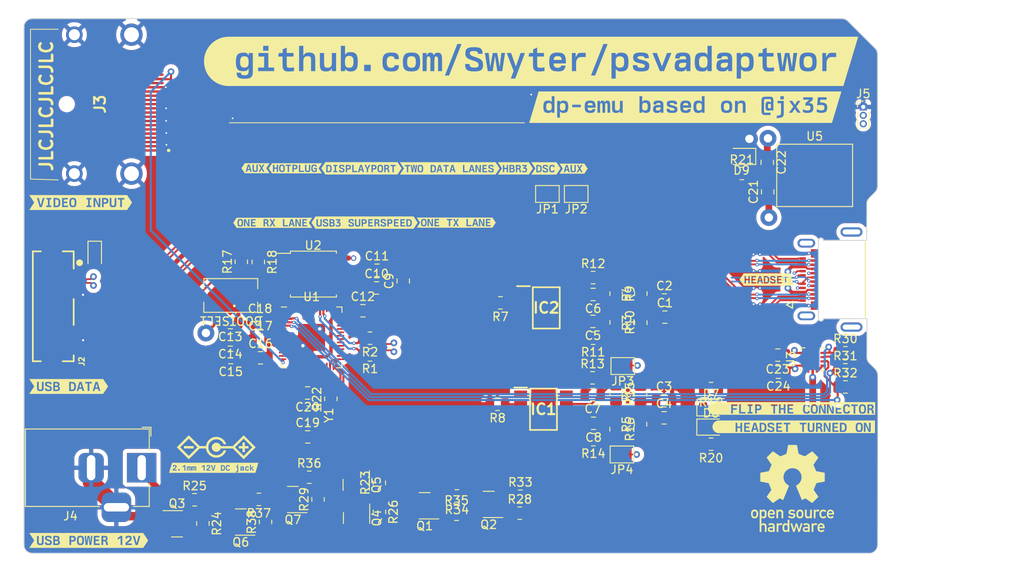
<source format=kicad_pcb>
(kicad_pcb (version 20221018) (generator pcbnew)
  (layers (0 "F.Cu" jumper) (1 "In1.Cu" signal) (2 "In2.Cu" signal) (31 "B.Cu" signal) (34 "B.Paste" user) (35 "F.Paste" user) (36 "B.SilkS" user "B.Silkscreen") (37 "F.SilkS" user "F.Silkscreen") (38 "B.Mask" user) (39 "F.Mask" user) (44 "Edge.Cuts" user))
  (net 0 "")
  (net 1 "+1V1")
  (net 2 "/HMD_TYC_SDA")
  (net 3 "/HMD_TYC_SCL")
  (net 4 "/HMD_TYC_INT")
  (net 5 "/PC_VBUS")
  (net 7 "/CC1")
  (net 8 "Net-(U1-XIN)")
  (net 9 "Net-(U1-XOUT)")
  (net 12 "/HMD_USB2_P")
  (net 13 "/HMD_USB2_N")
  (net 15 "/CC2")
  (net 17 "/LED_CONN_WRONG_ORIENT")
  (net 18 "/LED_HMD_IS_READY")
  (net 19 "/HMD_LVDS_R")
  (net 20 "/HMD_LVDS_~{RE}")
  (net 21 "/HMD_LVDS_DE")
  (net 22 "/HMD_LVDS_D")
  (net 23 "/PC_USB2_N")
  (net 24 "/PC_USB2_P")
  (net 25 "GND")
  (net 26 "/ML0_P")
  (net 27 "/ML0_N")
  (net 28 "/ML1_P")
  (net 29 "/ML1_N")
  (net 34 "Net-(U1-QSPI_SD3)")
  (net 35 "/HMD_VBUS")
  (net 36 "Net-(U1-QSPI_SCLK)")
  (net 37 "Net-(U1-QSPI_SD0)")
  (net 38 "+3.3V")
  (net 39 "Net-(U1-QSPI_SD2)")
  (net 40 "Net-(U1-QSPI_SD1)")
  (net 41 "Net-(U1-QSPI_SS)")
  (net 42 "Net-(IC1-A)")
  (net 43 "Net-(D1-A)")
  (net 45 "/SSTX_N")
  (net 46 "/SSTX_P")
  (net 47 "/SSRX_N")
  (net 48 "/SSRX_P")
  (net 49 "Net-(IC1-B)")
  (net 50 "/PC_LVDS_R")
  (net 51 "/PC_LVDS_~{RE}")
  (net 52 "/PC_LVDS_DR")
  (net 53 "/PC_LVDS_D")
  (net 54 "Net-(IC2-A)")
  (net 55 "Net-(IC2-B)")
  (net 56 "Net-(Q1-G)")
  (net 57 "/HMD_AUX_P")
  (net 58 "/HMD_AUX_N")
  (net 60 "/PC_AUX_P")
  (net 63 "/PC_AUX_N")
  (net 64 "/PC_HPD")
  (net 65 "/HMD_ENABLE_VBUS")
  (net 66 "/HMD_ENABLE_VBUS_12V")
  (net 67 "Net-(Q1-S)")
  (net 68 "Net-(Q6-G)")
  (net 69 "/DC_JACK_12V")
  (net 70 "/VBUS_12V")
  (net 73 "/PC_AUX_TERMINATION_P")
  (net 74 "/PC_AUX_TERMINATION_N")
  (net 75 "/HMD_AUX_TERMINATION_P")
  (net 76 "/HMD_AUX_TERMINATION_N")
  (net 77 "Net-(U1-USB_DM)")
  (net 78 "Net-(U1-USB_DP)")
  (net 79 "Net-(J5-Pin_2)")
  (net 80 "Net-(J5-Pin_3)")
  (net 83 "/PC_VBUS_5V")
  (net 84 "/DC_JACK_VOLT_SENSE")
  (net 85 "Net-(Q2-B)")
  (net 86 "Net-(Q2-C)")
  (net 87 "Net-(Q7-B)")
  (net 88 "Net-(Q7-C)")
  (net 89 "/V_BIAS_PC")
  (net 90 "/V_BIAS_HMD")
  (net 91 "Net-(JP3-B)")
  (net 92 "Net-(JP4-B)")
  (net 93 "Net-(BOOTSEL1-Pad2)")
  (net 94 "Net-(D7-A)")
  (net 95 "Net-(D8-A)")
  (net 96 "Net-(D9-A)")
  (net 97 "Net-(C20-Pad1)")
  (net 98 "Net-(Q3-D)")
  (footprint "Package_TO_SOT_SMD:SOT-23" (layer "F.Cu") (at 30.8625 72.7)
    (fp_text reference "Q3")
    (fp_text value "Si2301CDS")
  )
  (footprint "kibuzzard-65CD2535" (layer "F.Cu") (at 104.05 61.18)
    (fp_text reference "kibuzzard-65CD2535" hide)
    (fp_text value "G***" hide)
  )
  (footprint "kibuzzard-65C07004" (layer "F.Cu") (at 19.431 34.544)
    (fp_text reference "kibuzzard-65C07004" hide)
    (fp_text value "G***" hide)
  )
  (footprint "Snapeda:692622030100_692622030100" (layer "F.Cu") (at 16.002 44.196 -90)
    (fp_text reference "J2")
    (fp_text value "USB3_B_Micro")
  )
  (footprint "Capacitor_SMD:C_0805_2012Metric" (layer "F.Cu") (at 80.2425 45.4625 180)
    (fp_text reference "C6")
    (fp_text value "100n")
  )
  (footprint "Capacitor_SMD:C_0805_2012Metric" (layer "F.Cu") (at 46.37 62.382999)
    (fp_text reference "C19")
    (fp_text value "33pF")
  )
  (footprint "Resistor_SMD:R_0805_2012Metric" (layer "F.Cu") (at 94.234 63.246 180)
    (fp_text reference "R20")
    (fp_text value "56K")
  )
  (footprint "Resistor_SMD:R_0805_2012Metric" (layer "F.Cu") (at 64.04 71.57)
    (fp_text reference "R35")
    (fp_text value "1K")
  )
  (footprint "Package_DFN_QFN:QFN-56-1EP_7x7mm_P0.4mm_EP3.2x3.2mm" (layer "F.Cu") (at 46.832 50.562999)
    (fp_text reference "U1")
    (fp_text value "RP2040 microcontroller")
  )
  (footprint "kibuzzard-65E00649" (layer "F.Cu") (at 71.02 30.49)
    (fp_text reference "kibuzzard-65E00649" hide)
    (fp_text value "G***" hide)
  )
  (footprint "kibuzzard-65E00656" (layer "F.Cu") (at 74.64 30.493175)
    (fp_text reference "kibuzzard-65E00656" hide)
    (fp_text value "G***" hide)
  )
  (footprint "Resistor_SMD:R_0805_2012Metric" (layer "F.Cu") (at 49.12 57.862999 90)
    (fp_text reference "R22")
    (fp_text value "100")
  )
  (footprint "Resistor_SMD:R_0805_2012Metric" (layer "F.Cu") (at 41.3675 72.4825 90)
    (fp_text reference "R38")
    (fp_text value "1K")
  )
  (footprint "Resistor_SMD:R_0805_2012Metric" (layer "F.Cu") (at 80.2425 50.6625 180)
    (fp_text reference "R11")
    (fp_text value "1M")
  )
  (footprint "Resistor_SMD:R_0805_2012Metric" (layer "F.Cu") (at 110.1775 52.386)
    (fp_text reference "R30")
    (fp_text value "4K7")
  )
  (footprint "kibuzzard-65CD24C2" (layer "F.Cu") (at 103.8 59)
    (fp_text reference "kibuzzard-65CD24C2" hide)
    (fp_text value "G***" hide)
  )
  (footprint "kibuzzard-65E00873" (layer "F.Cu") (at 63.23 30.49)
    (fp_text reference "kibuzzard-65E00873" hide)
    (fp_text value "G***" hide)
  )
  (footprint "kibuzzard-65E01491" (layer "F.Cu") (at 100.838 43.688)
    (fp_text reference "kibuzzard-65E01491" hide)
    (fp_text value "G***" hide)
  )
  (footprint "Resistor_SMD:R_0805_2012Metric" (layer "F.Cu") (at 85.8675 60.8775 90)
    (fp_text reference "R5")
    (fp_text value "3K3")
  )
  (footprint "Resistor_SMD:R_0805_2012Metric" (layer "F.Cu") (at 53.7625 50.66 180)
    (fp_text reference "R2")
    (fp_text value "27R")
  )
  (footprint "kibuzzard-65C07BD2" (layer "F.Cu") (at 72.88 17.78)
    (fp_text reference "kibuzzard-65C07BD2" hide)
    (fp_text value "G***" hide)
  )
  (footprint "Resistor_SMD:R_0805_2012Metric" (layer "F.Cu") (at 54.89 71.295 -90)
    (fp_text reference "R26")
    (fp_text value "100K")
  )
  (footprint "kibuzzard-65E009D7" (layer "F.Cu") (at 77.92 30.52)
    (fp_text reference "kibuzzard-65E009D7" hide)
    (fp_text value "G***" hide)
  )
  (footprint "Capacitor_SMD:C_0805_2012Metric" (layer "F.Cu") (at 40.77 52.99)
    (fp_text reference "C16")
    (fp_text value "100uF")
  )
  (footprint "Capacitor_SMD:C_0805_2012Metric" (layer "F.Cu") (at 40.72 48.84)
    (fp_text reference "C18")
    (fp_text value "100uF")
  )
  (footprint "Package_TO_SOT_SMD:SOT-23" (layer "F.Cu") (at 52.13 68.0775 -90)
    (fp_text reference "Q5")
    (fp_text value "Si2301CDS")
  )
  (footprint "Capacitor_SMD:C_0805_2012Metric" (layer "F.Cu") (at 88.6615 58.0835)
    (fp_text reference "C3")
    (fp_text value "100n")
  )
  (footprint "Capacitor_SMD:C_0805_2012Metric" (layer "F.Cu") (at 88.694 46.1245)
    (fp_text reference "C2")
    (fp_text value "1n")
  )
  (footprint "Package_SO:SOIC-8_5.23x5.23mm_P1.27mm" (layer "F.Cu") (at 47.048 43.042999)
    (fp_text reference "U2")
    (fp_text value "W25Q128JVS")
  )
  (footprint "Capacitor_SMD:C_0805_2012Metric" (layer "F.Cu") (at 88.76 48.1565)
    (fp_text reference "C1")
    (fp_text value "100n")
  )
  (footprint "Resistor_SMD:R_0805_2012Metric" (layer "F.Cu") (at 82.961 61.465 -90)
    (fp_text reference "R16")
    (fp_text value "51K")
  )
  (footprint "Resistor_SMD:R_0805_2012Metric" (layer "F.Cu") (at 94.234 56.642 180)
    (fp_text reference "R19")
    (fp_text value "56K")
  )
  (footprint "Capacitor_SMD:C_0805_2012Metric" (layer "F.Cu") (at 100.906 29.774 -90)
    (fp_text reference "C22")
    (fp_text value "1uF")
  )
  (footprint "Resistor_SMD:R_0805_2012Metric" (layer "F.Cu") (at 54.87 67.8325 90)
    (fp_text reference "R23")
    (fp_text value "100K")
  )
  (footprint "kibuzzard-65C0700D" (layer "F.Cu") (at 18.006219 56.388)
    (fp_text reference "kibuzzard-65C0700D" hide)
    (fp_text value "G***" hide)
  )
  (footprint "Samacsys:472720001" (layer "F.Cu") (at 20.77 22.86 -90)
    (fp_text reference "J3")
    (fp_text value "DP_47272" hide)
  )
  (footprint "Capacitor_SMD:C_0805_2012Metric" (layer "F.Cu") (at 100.956 33.274 90)
    (fp_text reference "C21")
    (fp_text value "1uF")
  )
  (footprint "Samacsys:SOIC127P600X175-8N" (layer "F.Cu") (at 74.6815 47.0575)
    (fp_text reference "IC2")
    (fp_text value "SN65MLVD200D" hide)
  )
  (footprint "Resistor_SMD:R_0805_2012Metric" (layer "F.Cu") (at 85.9 48.815 90)
    (fp_text reference "R3")
    (fp_text value "3K3")
  )
  (footprint "Jumper:SolderJumper-2_P1.3mm_Bridged_Pad1.0x1.5mm" (layer "F.Cu") (at 83.761 53.965 180)
    (fp_text reference "JP3")
    (fp_text value "SolderJumper_2_CLOSED")
  )
  (footprint "kibuzzard-65C6E5E2" (layer "F.Cu") (at 91.18 23.22)
    (fp_text reference "kibuzzard-65C6E5E2" hide)
    (fp_text value "G***" hide)
  )
  (footprint "Resistor_SMD:R_0805_2012Metric" (layer "F.Cu") (at 110.1775 56.45)
    (fp_text reference "R32")
    (fp_text value "4K7")
  )
  (footprint "Samacsys:SOIC127P600X175-8N" (layer "F.Cu") (at 74.35 59.1)
    (fp_text reference "IC1")
    (fp_text value "SN65MLVD200D" hide)
  )
  (footprint "kibuzzard-65E00862" (layer "F.Cu") (at 64 36.930423)
    (fp_text reference "kibuzzard-65E00862" hide)
    (fp_text value "G***" hide)
  )
  (footprint "Package_TO_SOT_SMD:SOT-23" (layer "F.Cu") (at 52.17 72.0175 -90)
    (fp_text reference "Q4")
    (fp_text value "Si2301CDS")
  )
  (footprint "Resistor_SMD:R_0805_2012Metric" (layer "F.Cu") (at 110.1775 54.418)
    (fp_text reference "R31")
    (fp_text value "4K7")
  )
  (footprint "Package_TO_SOT_SMD:SOT-23" (layer "F.Cu") (at 67.8475 70.4 180)
    (fp_text reference "Q2")
    (fp_text value "PN2222A")
  )
  (footprint "Resistor_SMD:R_0805_2012Metric" (layer "F.Cu") (at 40.51 41.61 -90)
    (fp_text reference "R18")
    (fp_text value "10K")
  )
  (footprint "Capacitor_SMD:C_0805_2012Metric" (layer "F.Cu") (at 46.352 57.162999 180)
    (fp_text reference "C20")
    (fp_text value "33pF")
  )
  (footprint "Resistor_SMD:R_0805_2012Metric" (layer "F.Cu") (at 69.24 46.46 180)
    (fp_text reference "R7")
    (fp_text value "10K")
  )
  (footprint "LED_SMD:LED_0805_2012Metric" (layer "F.Cu") (at 97.855 29.07 180)
    (fp_text reference "D9")
    (fp_text value "LED")
  )
  (footprint "kibuzzard-65DD0DB6" (layer "F.Cu") (at 35.22 66.05)
    (fp_text reference "kibuzzard-65DD0DB6" hide)
    (fp_text value "G***" hide)
  )
  (footprint "Capacitor_SMD:C_0805_2012Metric" (layer "F.Cu") (at 80.1895 57.3675 180)
    (fp_text reference "C7")
    (fp_text value "100n")
  )
  (footprint "Package_TO_SOT_SMD:SOT-23" (layer "F.Cu") (at 60.25 70.56 180)
    (fp_text reference "Q1")
    (fp_text value "Si2301CDS")
  )
  (footprint "Diode_SMD:D_SOD-110" (layer "F.Cu") (at 21.1 40.75 -90)
    (fp_text reference "D1" hide)
    (fp_text value "BAT54GWJ")
  )
  (footprint "Resistor_SMD:R_0805_2012Metric" (layer "F.Cu") (at 82.961 57.265 -90)
    (fp_text reference "R15")
    (fp_text value "51K")
  )
  (footprint "Package_DFN_QFN:WQFN-14-1EP_2.5x2.5mm_P0.5mm_EP1.45x1.45mm" (layer "F.Cu") (at 106.277 53.16 90)
    (fp_text reference "U3")
    (fp_text value "FUSB302B01MPX")
  )
  (footprint "Capacitor_SMD:C_0805_2012Metric" (layer "F.Cu") (at 57.71 43.86 90)
    (fp_text reference "C9")
    (fp_text value "1uF")
  )
  (footprint "kibuzzard-65C07017" (layer "F.Cu") (at 20.384294 74.676)
    (fp_text reference "kibuzzard-65C07017" hide)
    (fp_text value "G***" hide)
  )
  (footprint "Resistor_SMD:R_0805_2012Metric" (layer "F.Cu") (at 68.8985 58.5025 180)
    (fp_text reference "R8")
    (fp_text value "10K")
  )
  (footprint "kibuzzard-65E00723" (layer "F.Cu") (at 52.75 30.48)
    (fp_text reference "kibuzzard-65E00723" hide)
    (fp_text value "G***" hide)
  )
  (footprint "Capacitor_SMD:C_0805_2012Metric" (layer "F.Cu") (at 37.19 50.86 180)
    (fp_text reference "C14")
    (fp_text value "1uF")
  )
  (footprint "Resistor_SMD:R_0805_2012Metric" (layer "F.Cu") (at 82.9675 48.775 -90)
    (fp_text reference "R10")
    (fp_text value "51K")
  )
  (footprint "Resistor_SMD:R_0805_2012Metric" (layer "F.Cu") (at 82.9675 45.375 -90)
    (fp_text reference "R9")
    (fp_text value "51K")
  )
  (footprint "Package_TO_SOT_SMD:SOT-23" (layer "F.Cu") (at 44.6175 69.82 180)
    (fp_text reference "Q7")
    (fp_text value "PN2222A")
  )
  (footprint "Capacitor_SMD:C_0805_2012Metric" (layer "F.Cu") (at 102.2205 54.696 180)
    (fp_text reference "C24")
    (fp_text value "400u")
  )
  (footprint "Resistor_SMD:R_0805_2012Metric" (layer "F.Cu") (at 64.07 69.39 180)
    (fp_text reference "R34")
    (fp_text value "10K")
  )
  (footprint "Resistor_SMD:R_0805_2012Metric" (layer "F.Cu") (at 80.2425 43.4625)
    (fp_text reference "R12")
    (fp_text value "1M")
  )
  (footprint "Resistor_SMD:R_0805_2012Metric" (layer "F.Cu") (at 80.1735 55.365)
    (fp_text reference "R13")
    (fp_text value "100M")
  )
  (footprint "Resistor_SMD:R_0805_2012Metric" (layer "F.Cu") (at 71.5375 71.44)
    (fp_text reference "R28")
    (fp_text value "10K")
  )
  (footprint "kibuzzard-65E0054E" (layer "F.Cu") (at 53.12 36.93)
    (fp_text reference "kibuzzard-65E0054E" hide)
    (fp_text value "G***" hide)
  )
  (footprint "Resistor_SMD:R_0805_2012Metric" (layer "F.Cu") (at 33.935 72.66 -90)
    (fp_text reference "R24")
    (fp_text value "4K7")
  )
  (footprint "LED_SMD:LED_0805_2012Metric" (layer "F.Cu") (at 94.234 58.928)
    (fp_text reference "D7")
    (fp_text value "LED")
  )
  (footprint "Jumper:SolderJumper-2_P1.3mm_Bridged_Pad1.0x1.5mm" (layer "F.Cu") (at 83.661 64.465 180)
    (fp_text reference "JP4")
    (fp_text value "SolderJumper_2_Open")
  )
  (footprint "kibuzzard-65E00902" (layer "F.Cu") (at 42.22 36.95)
    (fp_text reference "kibuzzard-65E00902" hide)
    (fp_text value "G***" hide)
  )
  (footprint "Resistor_SMD:R_0805_2012Metric" (layer "F.Cu") (at 80.261 62.7125 180)
    (fp_text reference "R14")
    (fp_text value "100M")
  )
  (footprint "Resistor_SMD:R_0805_2012Metric" (layer "F.Cu") (at 53.765 52.644 180)
    (fp_text reference "R1")
    (fp_text value "27R")
  )
  (footprint "Resistor_SMD:R_0805_2012Metric" (layer "F.Cu") (at 32.95 69.85)
    (fp_text reference "R25")
    (fp_text value "750")
  )
  (footprint "Connector_BarrelJack:BarrelJack_Horizontal" (layer "F.Cu") (at 26.67 66.04)
    (fp_text reference "J4")
    (fp_text value "Barrel_Jack_Switch")
  )
  (footprint "Resistor_SMD:R_0805_2012Metric" (layer "F.Cu") (at 85.9 45.3625 90)
    (fp_text reference "R4")
    (fp_text value "1K5")
  )
  (footprint "Crystal:Crystal_SMD_Abracon_ABM10-4Pin_2.5x2.0mm" (layer "F.Cu") (at 46.387 59.817999 -90)
    (fp_text reference "Y1")
    (fp_text value "12MHz 20pF (X322512MSB4SI for JLC)")
  )
  (footprint "kibuzzard-65E024DE" (layer "F.Cu") (at 44.9 30.48)
    (fp_text reference "kibuzzard-65E024DE" hide)
    (fp_text value "G***" hide)
  )
  (footprint "Capacitor_SMD:C_0805_2012Metric" (layer "F.Cu") (at 54.55 44.69)
    (fp_text reference "C10")
    (fp_text value "100uF")
  )
  (footprint "Capacitor_SMD:C_0805_2012Metric" (layer "F.Cu") (at 40.77 50.89)
    (fp_text reference "C17")
    (fp_text value "100uF")
  )
  (footprint "Snapeda:1054550101_MOLEX_1054550101" (layer "F.Cu") (at 112.55 43.688 90)
    (fp_text reference "J1" hide)
    (fp_text value "USB_C_Receptacle" hide)
    (fp_line (start -4.65 -5.57) (end 4.65 -5.57) (stroke (width 0.01)) (layer "Edge.Cuts"))
    (fp_line (start -4.65 0) (end -4.65 -4.97) (stroke (width 0.01)) (layer "Edge.Cuts"))
    (fp_line (start 4.65 -4.97) (end 4.65 0) (stroke (width 0.01)) (layer "Edge.Cuts"))
    (fp_line (start 4.65 0) (end -4.65 0) (stroke (width 0.01)) (layer "Edge.Cuts"))
    (fp_arc (start -4.95 -5.27) (mid -4.862132 -5.482132) (end -4.65 -5.57) (stroke (width 0.01)) (layer "Edge.Cuts"))
    (fp_arc (start -4.65 -4.97) (mid -4.862132 -5.057868) (end -4.95 -5.27) (stroke (width 0.01)) (layer "Edge.Cuts"))
    (fp_arc (start 4.65 -5.57) (mid 4.862132 -5.482132) (end 4.95 -5.27) (stroke (width 0.01)) (layer "Edge.Cuts"))
    (fp_arc (start 4.95 -5.27) (mid 4.862132 -5.057868) (end 4.65 -4.97) (stroke (width 0.01)) (layer "Edge.Cuts"))
  )
  (footprint "Jumper:SolderJumper-2_P1.3mm_Open_Pad1.0x1.5mm" (layer "F.Cu") (at 74.818 33.528 180)
    (fp_text reference "JP1")
    (fp_text value "SolderJumper_2_Open")
  )
  (footprint "Resistor_SMD:R_0805_2012Metric" (layer "F.Cu") (at 47.5975 69.8 90)
    (fp_text reference "R29")
    (fp_text value "10K")
  )
  (footprint "Resistor_SMD:R_0805_2012Metric" (layer "F.Cu") (at 40.5775 69.8025 180)
    (fp_text reference "R37")
    (fp_text value "10K")
  )
  (footprint "Resistor_SMD:R_0805_2012Metric" (layer "F.Cu") (at 97.8875 31.1)
    (fp_text reference "R21")
    (fp_text value "86K")
  )
  (footprint "Capacitor_SMD:C_0805_2012Metric" (layer "F.Cu") (at 80.2175 48.6625 180)
    (fp_text reference "C5")
    (fp_text value "100n")
  )
  (footprint "Resistor_SMD:R_0805_2012Metric" (layer "F.Cu") (at 71.6075 69.42)
    (fp_text reference "R33")
    (fp_text value "1K")
  )
  (footprint "Capacitor_SMD:C_0805_2012Metric" (layer "F.Cu") (at 37.19 48.81 180)
    (fp_text reference "C13")
    (fp_text value "1uF")
  )
  (footprint "Resistor_SMD:R_0805_2012Metric" (layer "F.Cu") (at 38.49 41.59 90)
    (fp_text reference "R17")
    (fp_text value "1K")
  )
  (footprint "Capacitor_SMD:C_0805_2012Metric" (layer "F.Cu") (at 37.24 52.96 180)
    (fp_text reference "C15")
    (fp_text value "100uF")
  )
  (footprint "kibuzzard-65E00968" (layer "F.Cu") (at 40.18 30.47)
    (fp_text reference "kibuzzard-65E00968" hide)
    (fp_text value "G***" hide)
  )
  (footprint "Capacitor_SMD:C_0805_2012Metric" (layer "F.Cu") (at 54.592 42.586)
    (fp_text reference "C11")
    (fp_text value "100uF")
  )
  (footprint "Package_TO_SOT_SMD:SOT-23" (layer "F.Cu") (at 38.43 72.4925 180)
    (fp_text reference "Q6")
    (fp_text value "Si2301CDS")
  )
  (footprint "Capacitor_SMD:C_0805_2012Metric" (layer "F.Cu") (at 88.6615 60.1155)
    (fp_text reference "C4")
    (fp_text value "1n")
  )
  (footprint "Resistor_SMD:R_0805_2012Metric" (layer "F.Cu") (at 46.555 67.17)
    (fp_text reference "R36")
    (fp_text value "1K")
  )
  (footprint "Button_Switch_SMD:SW_Tactile_SPST_NO_Straight_CK_PTS636Sx25SMTRLFS" (layer "F.Cu") (at 37.24 45.58 180)
    (fp_text reference "BOOTSEL1")
    (fp_text value "SW_Push")
  )
  (footprint "Capacitor_SMD:C_0805_2012Metric" (layer "F.Cu") (at 52.92 47.4)
    (fp_text reference "C12")
    (fp_text value "1uF")
  )
  (footprint "LED_SMD:LED_0805_2012Metric" (layer "F.Cu") (at 94.234 61.214)
    (fp_text reference "D8")
    (fp_text value "LED")
  )
  (footprint "Resistor_SMD:R_0805_2012Metric" (layer "F.Cu") (at 85.8675 57.3215 90)
    (fp_text reference "R6")
    (fp_text value "1K5")
  )
  (footprint "PCM_Package_TO_SOT_SMD_AKL:SOT-223-3_TabPin2" (layer "F.Cu") (at 106.53 31.32)
    (fp_text reference "U5")
    (fp_text value "TC1262-33" hide)
  )
  (footprint "kibuzzard-65C6E540" (layer "F.Cu") (at 55.18 23.13)
    (fp_text reference "kibuzzard-65C6E540" hide)
    (fp_text value "G***" hide)
  )
  (footprint "Capacitor_SMD:C_0805_2012Metric" (layer "F.Cu") (at 102.1545 52.664 180)
    (fp_text reference "C23")
    (fp_text value "400u")
  )
  (footprint "Jumper:SolderJumper-2_P1.3mm_Open_Pad1.0x1.5mm" (layer "F.Cu") (at 78.232 33.528 180)
    (fp_text reference "JP2")
    (fp_text value "SolderJumper_2_Open")
  )
  (footprint "Connector_PinHeader_1.00mm:PinHeader_1x03_P1.00mm_Vertical" (layer "F.Cu") (at 112.3 23.19)
    (fp_text reference "J5")
    (fp_text value "Conn_01x02_Pin")
  )
  (footprint "Capacitor_SMD:C_0805_2012Metric" (layer "F.Cu") (at 80.2925 60.765 180)
    (fp_text reference "C8")
    (fp_text value "100n")
  )
  (gr_poly (pts (xy 103.536065 73.667962) (xy 103.329639 73.667962) (xy 103.329639 73.560691) (xy 103.317146 73.573692) (xy 103.303972 73.586137) (xy 103.290143 73.597987) (xy 103.275692 73.609202) (xy 103.260647 73.619746) (xy 103.245038 73.629575) (xy 103.228894 73.638655) (xy 103.212245 73.646944) (xy 103.195123 73.654405) (xy 103.177555 73.660997) (xy 103.159571 73.666682) (xy 103.141202 73.671421) (xy 103.122477 73.675175) (xy 103.103425 73.677904) (xy 103.084077 73.67957) (xy 103.064463 73.680135) (xy 103.052798 73.67997) (xy 103.041335 73.679479) (xy 103.030072 73.678669) (xy 103.019011 73.677548) (xy 103.00815 73.676122) (xy 102.997488 73.674395) (xy 102.987028 73.672378) (xy 102.976765 73.670074) (xy 102.966701 73.667492) (xy 102.956836 73.664638) (xy 102.94717 73.661518) (xy 102.9377 73.65814) (xy 102.928429 73.65451) (xy 102.919353 73.650634) (xy 102.901792 73.642173) (xy 102.885014 73.63281) (xy 102.869016 73.622599) (xy 102.853793 73.611594) (xy 102.839347 73.599848) (xy 102.825668 73.587414) (xy 102.812758 73.574345) (xy 102.800612 73.560695) (xy 102.789227 73.546518) (xy 102.779067 73.53288) (xy 102.76982 73.519104) (xy 102.761451 73.504908) (xy 102.753926 73.49001) (xy 102.747206 73.474128) (xy 102.741258 73.456981) (xy 102.736047 73.438288) (xy 102.731535 73.417766) (xy 102.727687 73.395133) (xy 102.724469 73.370109) (xy 102.721843 73.342411) (xy 102.719774 73.311757) (xy 102.717167 73.240457) (xy 102.716362 73.153955) (xy 102.922787 73.153955) (xy 102.922949 73.183887) (xy 102.923601 73.213586) (xy 102.925001 73.242816) (xy 102.927404 73.271343) (xy 102.931064 73.298934) (xy 102.933444 73.312306) (xy 102.936235 73.325355) (xy 102.939467 73.338053) (xy 102.943173 73.350369) (xy 102.947385 73.362277) (xy 102.952135 73.373746) (xy 102.957452 73.384747) (xy 102.963372 73.39525) (xy 102.969924 73.405225) (xy 102.977141 73.414645) (xy 102.985056 73.423479) (xy 102.993698 73.4317) (xy 103.003102 73.439275) (xy 103.013297 73.446177) (xy 103.024317 73.452378) (xy 103.036193 73.457846) (xy 103.048957 73.462553) (xy 103.062641 73.466471) (xy 103.077277 73.469568) (xy 103.092896 73.471817) (xy 103.10953 73.473188) (xy 103.127213 73.473651) (xy 103.144713 73.473159) (xy 103.161179 73.471706) (xy 103.176638 73.469328) (xy 103.191125 73.466058) (xy 103.204671 73.461932) (xy 103.217306 73.456984) (xy 103.229063 73.451249) (xy 103.239973 73.444763) (xy 103.250067 73.437559) (xy 103.259378 73.429673) (xy 103.267936 73.42114) (xy 103.275773 73.411993) (xy 103.282921 73.402269) (xy 103.289411 73.392001) (xy 103.295273 73.381224) (xy 103.300543 73.369974) (xy 103.305247 73.358286) (xy 103.30942 73.346192) (xy 103.316296 73.320935) (xy 103.321424 73.294477) (xy 103.325053 73.2671) (xy 103.327437 73.239082) (xy 103.328828 73.210698) (xy 103.329639 73.153955) (xy 103.329479 73.12603) (xy 103.328828 73.097863) (xy 103.327437 73.069735) (xy 103.325053 73.04193) (xy 103.321424 73.01473) (xy 103.319063 73.001444) (xy 103.316296 72.988414) (xy 103.313092 72.975678) (xy 103.30942 72.963268) (xy 103.305247 72.95122) (xy 103.300543 72.939571) (xy 103.295273 72.928355) (xy 103.289411 72.917606) (xy 103.282921 72.907361) (xy 103.275773 72.897655) (xy 103.267936 72.888523) (xy 103.259378 72.88) (xy 103.250067 72.872121) (xy 103.239973 72.864923) (xy 103.229063 72.858438) (xy 103.217306 72.852704) (xy 103.204671 72.847756) (xy 103.191125 72.843629) (xy 103.176638 72.840356) (xy 103.161179 72.837976) (xy 103.144713 72.836522) (xy 103.127213 72.836029) (xy 103.10953 72.836494) (xy 103.092896 72.837864) (xy 103.077277 72.840113) (xy 103.062641 72.843211) (xy 103.048957 72.847128) (xy 103.036193 72.851833) (xy 103.024317 72.857298) (xy 103.013297 72.863492) (xy 103.003102 72.870386) (xy 102.993698 72.877951) (xy 102.985056 72.886156) (xy 102.977141 72.894972) (xy 102.969924 72.904371) (xy 102.963372 72.91432) (xy 102.957452 72.924792) (xy 102.952135 72.935756) (xy 102.947385 72.947183) (xy 102.943173 72.959043) (xy 102.936235 72.983943) (xy 102.931064 73.010221) (xy 102.927404 73.037638) (xy 102.925001 73.065958) (xy 102.923601 73.094941) (xy 102.922787 73.153955) (xy 102.716362 73.153955) (xy 102.716558 73.108974) (xy 102.717167 73.068037) (xy 102.718228 73.030865) (xy 102.719774 72.997178) (xy 102.721843 72.966698) (xy 102.724469 72.939145) (xy 102.727688 72.914242) (xy 102.731535 72.891708) (xy 102.736047 72.871265) (xy 102.738564 72.86174) (xy 102.741259 72.852633) (xy 102.744138 72.84391) (xy 102.747206 72.835536) (xy 102.750467 72.827474) (xy 102.753926 72.819691) (xy 102.761452 72.804823) (xy 102.76982 72.79065) (xy 102.779067 72.776895) (xy 102.789227 72.763277) (xy 102.800612 72.749082) (xy 102.812758 72.735417) (xy 102.825668 72.722339) (xy 102.839347 72.7099) (xy 102.853793 72.69815) (xy 102.869016 72.687146) (xy 102.885014 72.676938) (xy 102.901792 72.66758) (xy 102.919353 72.659125) (xy 102.9377 72.651625) (xy 102.956836 72.645135) (xy 102.976765 72.639705) (xy 102.997488 72.63539) (xy 103.019011 72.632242) (xy 103.041335 72.630314) (xy 103.064463 72.629661) (xy 103.083943 72.630224) (xy 103.102926 72.63189) (xy 103.121434 72.634624) (xy 103.139489 72.638389) (xy 103.157119 72.643152) (xy 103.174345 72.648873) (xy 103.191191 72.655522) (xy 103.207681 72.663058) (xy 103.223838 72.671449) (xy 103.239688 72.680658) (xy 103.255252 72.69065) (xy 103.270556 72.701389) (xy 103.285623 72.71284) (xy 103.300477 72.724966) (xy 103.315141 72.737733) (xy 103.329639 72.751105) (xy 103.329639 72.22681) (xy 103.536065 72.22681)) (fill solid) (layer "F.SilkS"))
  (gr_poly (pts (xy 104.388238 63.336384) (xy 104.390413 63.336545) (xy 104.392578 63.336812) (xy 104.394729 63.33718) (xy 104.396863 63.337647) (xy 104.398976 63.33821) (xy 104.401065 63.338868) (xy 104.403128 63.339616) (xy 104.40516 63.340454) (xy 104.40716 63.341377) (xy 104.409122 63.342383) (xy 104.411045 63.343469) (xy 104.412924 63.344634) (xy 104.414758 63.345873) (xy 104.416542 63.347185) (xy 104.418273 63.348567) (xy 104.419948 63.350016) (xy 104.421564 63.351529) (xy 104.423118 63.353104) (xy 104.424606 63.354739) (xy 104.426026 63.35643) (xy 104.427373 63.358174) (xy 104.428645 63.35997) (xy 104.429838 63.361814) (xy 104.430951 63.363704) (xy 104.431978 63.365637) (xy 104.432916 63.367611) (xy 104.433764 63.369621) (xy 104.434517 63.371669) (xy 104.435172 63.373747) (xy 104.435726 63.375856) (xy 104.436175 63.377991) (xy 104.617055 64.349714) (xy 104.617512 64.351867) (xy 104.618067 64.354027) (xy 104.619458 64.358355) (xy 104.621203 64.36267) (xy 104.623279 64.366944) (xy 104.625659 64.371146) (xy 104.628322 64.375251) (xy 104.631241 64.37923) (xy 104.634393 64.383054) (xy 104.637754 64.386694) (xy 104.641297 64.390124) (xy 104.645001 64.393315) (xy 104.648841 64.396238) (xy 104.652791 64.398865) (xy 104.656827 64.401169) (xy 104.658869 64.40219) (xy 104.660925 64.40312) (xy 104.662991 64.403955) (xy 104.665061 64.404691) (xy 105.316343 64.671296) (xy 105.320388 64.673077) (xy 105.32468 64.674565) (xy 105.329178 64.675762) (xy 105.333845 64.676671) (xy 105.338645 64.677294) (xy 105.343537 64.677634) (xy 105.348486 64.677694) (xy 105.353453 64.677476) (xy 105.358403 64.676983) (xy 105.363292 64.676216) (xy 105.368088 64.675179) (xy 105.372752 64.673876) (xy 105.377245 64.672307) (xy 105.381529 64.670477) (xy 105.385568 64.668386) (xy 105.389323 64.666039) (xy 106.201138 64.108941) (xy 106.202967 64.107749) (xy 106.20485 64.106651) (xy 106.206782 64.105645) (xy 106.208761 64.10473) (xy 106.210782 64.103908) (xy 106.21284 64.103176) (xy 106.214932 64.102536) (xy 106.217052 64.101986) (xy 106.219199 64.101526) (xy 106.221366 64.101156) (xy 106.225746 64.100682) (xy 106.230161 64.100564) (xy 106.234578 64.100797) (xy 106.238964 64.101377) (xy 106.243285 64.102303) (xy 106.247509 64.103571) (xy 106.249574 64.104334) (xy 106.251601 64.10518) (xy 106.253588 64.106109) (xy 106.25553 64.107123) (xy 106.257423 64.10822) (xy 106.259263 64.1094) (xy 106.261045 64.110662) (xy 106.262765 64.112007) (xy 106.264419 64.113433) (xy 106.266004 64.114941) (xy 106.949689 64.798627) (xy 106.951197 64.800211) (xy 106.952623 64.801867) (xy 106.953966 64.803588) (xy 106.955226 64.805371) (xy 106.956404 64.807211) (xy 106.957497 64.809106) (xy 106.959435 64.813038) (xy 106.961036 64.817134) (xy 106.962297 64.821364) (xy 106.963217 64.82569) (xy 106.963791 64.83008) (xy 106.96402 64.834503) (xy 106.963898 64.838923) (xy 106.963424 64.843309) (xy 106.962596 64.847626) (xy 106.961411 64.851842) (xy 106.960684 64.853901) (xy 106.959867 64.855924) (xy 106.958959 64.857904) (xy 106.957961 64.859837) (xy 106.956871 64.86172) (xy 106.95569 64.863549) (xy 106.408307 65.661363) (xy 106.405952 65.665134) (xy 106.403863 65.669179) (xy 106.402041 65.673462) (xy 106.400487 65.677945) (xy 106.399208 65.682592) (xy 106.398201 65.687365) (xy 106.397471 65.692229) (xy 106.39702 65.697146) (xy 106.39685 65.70208) (xy 106.396964 65.706994) (xy 106.397363 65.711851) (xy 106.398052 65.716615) (xy 106.39903 65.721249) (xy 106.400303 65.725716) (xy 106.40187 65.729978) (xy 106.403735 65.734) (xy 106.691714 66.405856) (xy 106.693358 66.409981) (xy 106.695381 66.414069) (xy 106.697752 66.418094) (xy 106.700443 66.422033) (xy 106.703426 66.425862) (xy 106.706671 66.429556) (xy 106.710152 66.433088) (xy 106.713839 66.436439) (xy 106.717702 66.43958) (xy 106.721715 66.442488) (xy 106.725848 66.44514) (xy 106.730075 66.44751) (xy 106.734362 66.449575) (xy 106.738686 66.451309) (xy 106.743015 66.452689) (xy 106.747321 66.453691) (xy 107.68681 66.628398) (xy 107.688941 66.628858) (xy 107.691044 66.629421) (xy 107.693118 66.630085) (xy 107.695161 66.630845) (xy 107.697168 66.631699) (xy 107.699137 66.632643) (xy 107.701067 66.633676) (xy 107.702953 66.634792) (xy 107.706587 66.637266) (xy 107.710016 66.640038) (xy 107.71322 66.643084) (xy 107.716178 66.646379) (xy 107.718866 66.649896) (xy 107.721264 66.653611) (xy 107.723351 66.657499) (xy 107.724271 66.659499) (xy 107.725105 66.661533) (xy 107.72585 66.663598) (xy 107.726504 66.665689) (xy 107.727063 66.667804) (xy 107.727527 66.669941) (xy 107.72789 66.672096) (xy 107.728152 66.674264) (xy 107.728309 66.676444) (xy 107.728358 66.678632) (xy 107.728243 67.645554) (xy 107.728189 67.647737) (xy 107.728027 67.649913) (xy 107.72776 67.65208) (xy 107.727391 67.654233) (xy 107.726923 67.656369) (xy 107.726357 67.658485) (xy 107.725699 67.660577) (xy 107.724949 67.662644) (xy 107.72411 67.66468) (xy 107.723185 67.666683) (xy 107.722177 67.668649) (xy 107.721089 67.670577) (xy 107.719923 67.67246) (xy 107.718681 67.674298) (xy 107.717367 67.676086) (xy 107.715985 67.677821) (xy 107.714534 67.679501) (xy 107.71302 67.681121) (xy 107.711444 67.682678) (xy 107.709809 67.684169) (xy 107.708119 67.685591) (xy 107.706374 67.686941) (xy 107.704578 67.688215) (xy 107.702735 67.689409) (xy 107.700847 67.690522) (xy 107.698915 67.691549) (xy 107.696944 67.692487) (xy 107.694935 67.693333) (xy 107.692892 67.694084) (xy 107.690816 67.694736) (xy 107.688712 67.695286) (xy 107.686581 67.69573) (xy 106.770181 67.866266) (xy 106.768023 67.866709) (xy 106.765862 67.867251) (xy 106.763699 67.86789) (xy 106.761538 67.868623) (xy 106.757237 67.870357) (xy 106.752985 67.872428) (xy 106.748811 67.874812) (xy 106.744741 67.877482) (xy 106.740803 67.880414) (xy 106.737026 67.883583) (xy 106.733435 67.886963) (xy 106.730058 67.890531) (xy 106.726924 67.89426) (xy 106.724058 67.898124) (xy 106.721489 67.9021) (xy 106.719242 67.906162) (xy 106.717347 67.910285) (xy 106.716539 67.912361) (xy 106.71583 67.914444) (xy 106.429738 68.629102) (xy 106.427969 68.633168) (xy 106.426493 68.637472) (xy 106.425309 68.641981) (xy 106.424413 68.646654) (xy 106.423804 68.651456) (xy 106.423477 68.656348) (xy 106.423429 68.661295) (xy 106.423659 68.666257) (xy 106.424162 68.6712) (xy 106.424937 68.676083) (xy 106.425979 68.680873) (xy 106.427287 68.685529) (xy 106.428856 68.690015) (xy 106.430686 68.694295) (xy 106.432771 68.69833) (xy 106.435109 68.702083) (xy 106.955689 69.460636) (xy 106.95688 69.462465) (xy 106.957979 69.464348) (xy 106.958984 69.466282) (xy 106.959899 69.468263) (xy 106.960721 69.470287) (xy 106.961453 69.472348) (xy 106.962094 69.474443) (xy 106.962644 69.476567) (xy 106.963103 69.478717) (xy 106.963473 69.480889) (xy 106.963947 69.485279) (xy 106.964066 69.489705) (xy 106.963833 69.494133) (xy 106.963252 69.498529) (xy 106.962326 69.50286) (xy 106.961058 69.507093) (xy 106.960296 69.509162) (xy 106.95945 69.511195) (xy 106.95852 69.513186) (xy 106.957506 69.515131) (xy 106.95641 69.517027) (xy 106.955229 69.518869) (xy 106.953968 69.520652) (xy 106.952623 69.522375) (xy 106.951196 69.52403) (xy 106.949689 69.525615) (xy 106.265889 70.2093) (xy 106.264314 70.210798) (xy 106.262669 70.212215) (xy 106.260955 70.213551) (xy 106.25918 70.214804) (xy 106.257346 70.215977) (xy 106.255458 70.217066) (xy 106.251534 70.218998) (xy 106.247444 70.220597) (xy 106.24322 70.221858) (xy 106.238896 70.22278) (xy 106.234506 70.22336) (xy 106.230083 70.223593) (xy 106.225661 70.223479) (xy 106.221273 70.223012) (xy 106.216953 70.222192) (xy 106.212735 70.221013) (xy 106.210674 70.220288) (xy 106.208651 70.219474) (xy 106.206671 70.218568) (xy 106.204736 70.217571) (xy 106.202853 70.216482) (xy 106.201024 70.215301) (xy 105.455845 69.703866) (xy 105.452099 69.701534) (xy 105.448087 69.69949) (xy 105.443845 69.697733) (xy 105.43941 69.696265) (xy 105.434819 69.695087) (xy 105.430107 69.694198) (xy 105.425312 69.6936) (xy 105.420469 69.693294) (xy 105.415616 69.693279) (xy 105.410788 69.693557) (xy 105.406022 69.694128) (xy 105.401356 69.694993) (xy 105.396824 69.696154) (xy 105.392465 69.697609) (xy 105.388314 69.699361) (xy 105.384407 69.701408) (xy 105.055795 69.876859) (xy 105.05383 69.877794) (xy 105.051848 69.878615) (xy 105.049854 69.879324) (xy 105.04785 69.879924) (xy 105.045841 69.880414) (xy 105.043828 69.880796) (xy 105.041817 69.881072) (xy 105.03981 69.881242) (xy 105.03781 69.881308) (xy 105.035821 69.881272) (xy 105.033847 69.881132) (xy 105.03189 69.880894) (xy 105.029956 69.880555) (xy 105.028045 69.88012) (xy 105.026162 69.879587) (xy 105.024312 69.878959) (xy 105.022496 69.878238) (xy 105.020719 69.877423) (xy 105.018984 69.876516) (xy 105.017294 69.87552) (xy 105.015653 69.874434) (xy 105.014063 69.873261) (xy 105.012529 69.872001) (xy 105.011054 69.870655) (xy 105.009642 69.869226) (xy 105.008295 69.867714) (xy 105.007017 69.866119) (xy 105.005812 69.864445) (xy 105.004685 69.862692) (xy 105.003634 69.860861) (xy 105.002669 69.858954) (xy 105.001788 69.856972) (xy 104.324275 68.219739) (xy 104.323491 68.217703) (xy 104.322811 68.215635) (xy 104.322234 68.21354) (xy 104.321758 68.211423) (xy 104.321383 68.209286) (xy 104.321105 68.207133) (xy 104.320925 68.204969) (xy 104.32084 68.202798) (xy 104.32085 68.200623) (xy 104.320955 68.198449) (xy 104.321149 68.196277) (xy 104.321435 68.194114) (xy 104.321811 68.191963) (xy 104.322275 68.189829) (xy 104.322825 68.187713) (xy 104.32346 68.185621) (xy 104.32418 68.183557) (xy 104.324982 68.181523) (xy 104.325865 68.179525) (xy 104.32683 68.177567) (xy 104.327872 68.175651) (xy 104.328992 68.173782) (xy 104.330189 68.171965) (xy 104.331459 68.170201) (xy 104.332804 68.168497) (xy 104.334221 68.166854) (xy 104.335707 68.165278) (xy 104.337265 68.163774) (xy 104.338891 68.162342) (xy 104.340583 68.160988) (xy 104.34234 68.159717) (xy 104.344163 68.158532) (xy 104.426402 68.108182) (xy 104.432321 68.104413) (xy 104.43864 68.100111) (xy 104.445241 68.095368) (xy 104.452005 68.090281) (xy 104.45881 68.084941) (xy 104.46554 68.079444) (xy 104.472074 68.073882) (xy 104.478293 68.068349) (xy 104.532734 68.031086) (xy 104.584691 67.990627) (xy 104.63402 67.947113) (xy 104.680582 67.900686) (xy 104.724234 67.851485) (xy 104.764833 67.799653) (xy 104.802239 67.745331) (xy 104.83631 67.688659) (xy 104.866904 67.629778) (xy 104.893878 67.56883) (xy 104.917092 67.505954) (xy 104.936403 67.441293) (xy 104.95167 67.374987) (xy 104.96275 67.307176) (xy 104.969502 67.238003) (xy 104.971784 67.167609) (xy 104.970393 67.11258) (xy 104.966264 67.058273) (xy 104.959463 67.004757) (xy 104.95006 66.952096) (xy 104.93812 66.900361) (xy 104.92371 66.849617) (xy 104.9069 66.799932) (xy 104.887753 66.751371) (xy 104.86634 66.704002) (xy 104.842725 66.657895) (xy 104.816978 66.613115) (xy 104.789165 66.569729) (xy 104.759353 66.527804) (xy 104.727609 66.487408) (xy 104.694001 66.448608) (xy 104.658595 66.411471) (xy 104.621459 66.376064) (xy 104.582661 66.342454) (xy 104.542267 66.31071) (xy 104.500344 66.280897) (xy 104.45696 66.253084) (xy 104.412182 66.227335) (xy 104.366077 66.203721) (xy 104.318712 66.182307) (xy 104.270155 66.16316) (xy 104.220472 66.146349) (xy 104.169732 66.13194) (xy 104.118 66.12) (xy 104.065345 66.110596) (xy 104.011833 66.103796) (xy 103.957531 66.099666) (xy 103.902509 66.098275) (xy 103.847486 66.099666) (xy 103.793184 66.103796) (xy 103.739671 66.110596) (xy 103.687014 66.12) (xy 103.635281 66.13194) (xy 103.584539 66.146349) (xy 103.534855 66.16316) (xy 103.486295 66.182307) (xy 103.438929 66.203721) (xy 103.392821 66.227335) (xy 103.348041 66.253084) (xy 103.304655 66.280897) (xy 103.262729 66.31071) (xy 103.222333 66.342454) (xy 103.183532 66.376064) (xy 103.146393 66.411471) (xy 103.110985 66.448608) (xy 103.077375 66.487408) (xy 103.045628 66.527804) (xy 103.015813 66.569729) (xy 102.987998 66.613115) (xy 102.962248 66.657895) (xy 102.938631 66.704002) (xy 102.917216 66.751371) (xy 102.898068 66.799932) (xy 102.881254 66.849617) (xy 102.866843 66.900361) (xy 102.854902 66.952096) (xy 102.845498 67.004757) (xy 102.838697 67.058273) (xy 102.834568 67.11258) (xy 102.833176 67.167609) (xy 102.83375 67.20295) (xy 102.835459 67.238003) (xy 102.838286 67.272752) (xy 102.842212 67.307176) (xy 102.847222 67.34126) (xy 102.853296 67.374987) (xy 102.860416 67.408336) (xy 102.868565 67.441293) (xy 102.877726 67.473837) (xy 102.887879 67.505954) (xy 102.899009 67.537624) (xy 102.911096 67.56883) (xy 102.924125 67.599553) (xy 102.938075 67.629778) (xy 102.968671 67.688659) (xy 103.002744 67.745331) (xy 103.040152 67.799654) (xy 103.080752 67.851485) (xy 103.124402 67.900686) (xy 103.170961 67.947113) (xy 103.220286 67.990627) (xy 103.272235 68.031086) (xy 103.326666 68.068349) (xy 103.332921 68.073882) (xy 103.339478 68.079444) (xy 103.34622 68.084941) (xy 103.353034 68.090281) (xy 103.359802 68.095368) (xy 103.366408 68.10011) (xy 103.372737 68.104413) (xy 103.378673 68.108182) (xy 103.460912 68.158532) (xy 103.462744 68.159717) (xy 103.464512 68.160988) (xy 103.466211 68.162342) (xy 103.467845 68.163774) (xy 103.469408 68.165278) (xy 103.470902 68.166854) (xy 103.473671 68.170201) (xy 103.476144 68.173782) (xy 103.478311 68.177567) (xy 103.480158 68.181523) (xy 103.481678 68.185621) (xy 103.482861 68.189829) (xy 103.483694 68.194114) (xy 103.484169 68.198449) (xy 103.484275 68.202798) (xy 103.484 68.207133) (xy 103.483718 68.209286) (xy 103.483337 68.211423) (xy 103.482857 68.21354) (xy 103.482274 68.215635) (xy 103.481589 68.217703) (xy 103.4808 68.219739) (xy 102.803231 69.856914) (xy 102.802349 69.858898) (xy 102.801383 69.860806) (xy 102.800333 69.862637) (xy 102.799203 69.864391) (xy 102.797997 69.866066) (xy 102.796718 69.867662) (xy 102.79537 69.869176) (xy 102.793955 69.870607) (xy 102.792479 69.871954) (xy 102.790944 69.873215) (xy 102.789353 69.874391) (xy 102.787709 69.875478) (xy 102.786017 69.876476) (xy 102.78428 69.877384) (xy 102.782502 69.878201) (xy 102.780685 69.878924) (xy 102.778832 69.879553) (xy 102.776949 69.880087) (xy 102.775038 69.880524) (xy 102.773102 69.880862) (xy 102.771146 69.881101) (xy 102.769172 69.881239) (xy 102.767183 69.881276) (xy 102.765184 69.881209) (xy 102.763178 69.881038) (xy 102.761168 69.88076) (xy 102.759158 69.880376) (xy 102.757151 69.879884) (xy 102.75515 69.879281) (xy 102.75316 69.878568) (xy 102.751183 69.877742) (xy 102.749223 69.876803) (xy 102.420611 69.701352) (xy 102.416714 69.699305) (xy 102.412569 69.697555) (xy 102.408214 69.696102) (xy 102.403686 69.694945) (xy 102.399021 69.694083) (xy 102.394255 69.693515) (xy 102.389426 69.69324) (xy 102.38457 69.693258) (xy 102.379725 69.693568) (xy 102.374926 69.694166) (xy 102.370211 69.695055) (xy 102.365615 69.696232) (xy 102.361178 69.697698) (xy 102.356933 69.69945) (xy 102.352919 69.701488) (xy 102.349173 69.70381) (xy 101.604052 70.215244) (xy 101.602217 70.216425) (xy 101.600329 70.217514) (xy 101.598391 70.218511) (xy 101.596407 70.219417) (xy 101.594382 70.220232) (xy 101.592318 70.220957) (xy 101.590222 70.22159) (xy 101.588096 70.222135) (xy 101.585945 70.22259) (xy 101.583775 70.222956) (xy 101.579386 70.223422) (xy 101.574963 70.223537) (xy 101.57054 70.223303) (xy 101.56615 70.222723) (xy 101.561825 70.221801) (xy 101.557601 70.220539) (xy 101.555536 70.219783) (xy 101.553509 70.218942) (xy 101.551522 70.218017) (xy 101.549582 70.21701) (xy 101.547692 70.21592) (xy 101.545854 70.214748) (xy 101.544076 70.213494) (xy 101.542359 70.212158) (xy 101.540709 70.210741) (xy 101.539129 70.209244) (xy 100.855329 69.525558) (xy 100.853827 69.523973) (xy 100.852405 69.522318) (xy 100.851065 69.520596) (xy 100.849807 69.518812) (xy 100.84863 69.51697) (xy 100.847537 69.515074) (xy 100.845599 69.511138) (xy 100.843996 69.507037) (xy 100.842732 69.502804) (xy 100.841807 69.498473) (xy 100.841228 69.494076) (xy 100.840994 69.489648) (xy 100.841111 69.485222) (xy 100.841581 69.480833) (xy 100.842406 69.47651) (xy 100.843591 69.472291) (xy 100.844318 69.47023) (xy 100.845137 69.468207) (xy 100.846047 69.466226) (xy 100.847049 69.464292) (xy 100.848143 69.462408) (xy 100.849329 69.460579) (xy 101.369851 68.702027) (xy 101.372209 68.698273) (xy 101.37431 68.694238) (xy 101.376152 68.689959) (xy 101.377731 68.685472) (xy 101.379046 68.680816) (xy 101.380093 68.676028) (xy 101.38087 68.671142) (xy 101.381374 68.6662) (xy 101.381602 68.661239) (xy 101.381554 68.656292) (xy 101.381224 68.651399) (xy 101.380612 68.646598) (xy 101.379714 68.641925) (xy 101.378528 68.637417) (xy 101.37705 68.633112) (xy 101.37528 68.629047) (xy 101.089187 67.914387) (xy 101.088483 67.912305) (xy 101.087678 67.910228) (xy 101.085788 67.906105) (xy 101.08354 67.902043) (xy 101.080967 67.898068) (xy 101.078094 67.894202) (xy 101.074951 67.890474) (xy 101.071564 67.886907) (xy 101.067963 67.883526) (xy 101.064175 67.880357) (xy 101.060228 67.877425) (xy 101.05615 67.874755) (xy 101.051968 67.872372) (xy 101.047713 67.8703) (xy 101.043411 67.868566) (xy 101.039091 67.867195) (xy 101.036933 67.866652) (xy 101.03478 67.866209) (xy 100.11838 67.695675) (xy 100.116245 67.69523) (xy 100.114136 67.694679) (xy 100.112057 67.694028) (xy 100.11001 67.693277) (xy 100.107999 67.69243) (xy 100.106025 67.691492) (xy 100.104092 67.690465) (xy 100.102202 67.689353) (xy 100.100358 67.688158) (xy 100.098562 67.686884) (xy 100.095127 67.684112) (xy 100.091917 67.681064) (xy 100.088955 67.677765) (xy 100.086261 67.674241) (xy 100.083857 67.67052) (xy 100.081765 67.666626) (xy 100.080004 67.662587) (xy 100.079255 67.660521) (xy 100.078598 67.658428) (xy 100.078035 67.656312) (xy 100.077568 67.654176) (xy 100.0772 67.652023) (xy 100.076933 67.649857) (xy 100.076771 67.64768) (xy 100.076717 67.645496) (xy 100.07666 66.678576) (xy 100.076715 66.676392) (xy 100.076876 66.674217) (xy 100.077141 66.672052) (xy 100.077509 66.669903) (xy 100.077974 66.66777) (xy 100.078536 66.665659) (xy 100.079192 66.663571) (xy 100.079939 66.661509) (xy 100.080775 66.659478) (xy 100.081696 66.65748) (xy 100.082701 66.655519) (xy 100.083785 66.653598) (xy 100.084947 66.651719) (xy 100.086185 66.649886) (xy 100.087496 66.648103) (xy 100.088876 66.646372) (xy 100.090325 66.644696) (xy 100.091837 66.64308) (xy 100.093411 66.641524) (xy 100.095045 66.640035) (xy 100.096735 66.638614) (xy 100.098479 66.637264) (xy 100.100276 66.635989) (xy 100.102121 66.634792) (xy 100.104013 66.633676) (xy 100.105947 66.632643) (xy 100.107922 66.631699) (xy 100.109936 66.630844) (xy 100.111987 66.630085) (xy 100.114069 66.629421) (xy 100.116182 66.628858) (xy 100.118323 66.628398) (xy 101.057754 66.453691) (xy 101.059913 66.453238) (xy 101.062081 66.452689) (xy 101.066426 66.451309) (xy 101.070761 66.449575) (xy 101.075059 66.44751) (xy 101.07929 66.44514) (xy 101.083426 66.442488) (xy 101.087439 66.43958) (xy 101.091302 66.436439) (xy 101.094985 66.433088) (xy 101.09846 66.429556) (xy 101.101699 66.425862) (xy 101.104672 66.422033) (xy 101.107354 66.418094) (xy 101.109716 66.414069) (xy 101.111727 66.409981) (xy 101.112593 66.407921) (xy 101.113362 66.405856) (xy 101.401398 65.734) (xy 101.403253 65.729978) (xy 101.404811 65.725716) (xy 101.406076 65.721249) (xy 101.407049 65.716615) (xy 101.407734 65.711851) (xy 101.408131 65.706994) (xy 101.408245 65.70208) (xy 101.408077 65.697146) (xy 101.40763 65.692229) (xy 101.406906 65.687365) (xy 101.405907 65.682592) (xy 101.404636 65.677945) (xy 101.403096 65.673462) (xy 101.401289 65.669179) (xy 101.399217 65.665134) (xy 101.396882 65.661363) (xy 100.849443 64.863549) (xy 100.848251 64.86172) (xy 100.847153 64.859837) (xy 100.846149 64.857904) (xy 100.845235 64.855924) (xy 100.844414 64.853901) (xy 100.843684 64.851842) (xy 100.843045 64.84975) (xy 100.842496 64.847626) (xy 100.842038 64.845478) (xy 100.84167 64.843309) (xy 100.8412 64.838923) (xy 100.841085 64.834503) (xy 100.841321 64.83008) (xy 100.841904 64.82569) (xy 100.842831 64.821364) (xy 100.8441 64.817134) (xy 100.84486 64.815068) (xy 100.845706 64.813038) (xy 100.846635 64.81105) (xy 100.847647 64.809106) (xy 100.848741 64.807211) (xy 100.849918 64.805371) (xy 100.851178 64.803588) (xy 100.852518 64.801867) (xy 100.85394 64.800211) (xy 100.855443 64.798627) (xy 101.539187 64.114941) (xy 101.540766 64.113433) (xy 101.542417 64.112007) (xy 101.544133 64.110662) (xy 101.545912 64.1094) (xy 101.547749 64.10822) (xy 101.549639 64.107123) (xy 101.553566 64.10518) (xy 101.557658 64.103571) (xy 101.561883 64.102304) (xy 101.566208 64.101377) (xy 101.570598 64.100797) (xy 101.57502 64.100564) (xy 101.579444 64.100683) (xy 101.583832 64.101156) (xy 101.588154 64.101986) (xy 101.592376 64.103176) (xy 101.59444 64.103908) (xy 101.596465 64.10473) (xy 101.598448 64.105645) (xy 101.600387 64.106651) (xy 101.602275 64.107749) (xy 101.604109 64.108941) (xy 102.415868 64.666039) (xy 102.419612 64.668386) (xy 102.423642 64.670477) (xy 102.42792 64.672307) (xy 102.432406 64.673876) (xy 102.437065 64.675179) (xy 102.441857 64.676216) (xy 102.446746 64.676983) (xy 102.451693 64.677476) (xy 102.456661 64.677694) (xy 102.461613 64.677634) (xy 102.466509 64.677294) (xy 102.471312 64.676671) (xy 102.475986 64.675762) (xy 102.480491 64.674565) (xy 102.484792 64.673078) (xy 102.488848 64.671297) (xy 103.140187 64.404691) (xy 103.144332 64.40312) (xy 103.148437 64.401169) (xy 103.152478 64.398865) (xy 103.156431 64.396238) (xy 103.160271 64.393315) (xy 103.163975 64.390124) (xy 103.167518 64.386694) (xy 103.170876 64.383054) (xy 103.174024 64.37923) (xy 103.17694 64.375251) (xy 103.1796 64.371146) (xy 103.181977 64.366944) (xy 103.184049 64.36267) (xy 103.185793 64.358355) (xy 103.187181 64.354027) (xy 103.188192 64.349714) (xy 103.369015 63.377991) (xy 103.369465 63.375856) (xy 103.370019 63.373747) (xy 103.370674 63.371669) (xy 103.371427 63.369621) (xy 103.372274 63.367611) (xy 103.373212 63.365637) (xy 103.374239 63.363704) (xy 103.375351 63.361814) (xy 103.376544 63.35997) (xy 103.377816 63.358174) (xy 103.380581 63.354739) (xy 103.383621 63.351529) (xy 103.38691 63.348567) (xy 103.390422 63.345873) (xy 103.394132 63.343469) (xy 103.398013 63.341377) (xy 103.400008 63.340454) (xy 103.402037 63.339616) (xy 103.404097 63.338868) (xy 103.406184 63.33821) (xy 103.408292 63.337647) (xy 103.410422 63.33718) (xy 103.412569 63.336812) (xy 103.414729 63.336545) (xy 103.4169 63.336384) (xy 103.419078 63.336329) (xy 104.386054 63.336329)) (fill solid) (layer "F.SilkS"))
  (gr_poly (pts (xy 33.546094 63.468962) (xy 34.303869 63.468962) (xy 34.30881 63.431018) (xy 34.314918 63.393233) (xy 34.322194 63.355641) (xy 34.330641 63.318274) (xy 34.34026 63.281168) (xy 34.351052 63.244355) (xy 34.363021 63.20787) (xy 34.376167 63.171746) (xy 34.390493 63.136017) (xy 34.405999 63.100718) (xy 34.422689 63.06588) (xy 34.440564 63.031539) (xy 34.459625 62.997728) (xy 34.479875 62.964481) (xy 34.501315 62.931832) (xy 34.523947 62.899814) (xy 34.568564 62.839478) (xy 34.616695 62.782503) (xy 34.668115 62.728964) (xy 34.722597 62.678935) (xy 34.779916 62.632493) (xy 34.839845 62.589712) (xy 34.902158 62.550667) (xy 34.96663 62.515433) (xy 35.033034 62.484086) (xy 35.101145 62.4567) (xy 35.170736 62.433351) (xy 35.241581 62.414113) (xy 35.313454 62.399063) (xy 35.386129 62.388274) (xy 35.459381 62.381823) (xy 35.532983 62.379784) (xy 35.57812 62.380744) (xy 35.623252 62.383404) (xy 35.668327 62.387779) (xy 35.713293 62.393888) (xy 35.758099 62.401749) (xy 35.802694 62.411378) (xy 35.847026 62.422794) (xy 35.891044 62.436014) (xy 35.963549 62.460142) (xy 36.033894 62.488808) (xy 36.101928 62.521811) (xy 36.167498 62.55895) (xy 36.230452 62.600024) (xy 36.290639 62.644831) (xy 36.347905 62.693171) (xy 36.4021 62.744841) (xy 36.45307 62.799641) (xy 36.500664 62.857371) (xy 36.54473 62.917827) (xy 36.585115 62.98081) (xy 36.621668 63.046118) (xy 36.654236 63.11355) (xy 36.682667 63.182905) (xy 36.706809 63.253981) (xy 36.399933 63.253981) (xy 36.391812 63.235415) (xy 36.383297 63.21701) (xy 36.374394 63.198773) (xy 36.365109 63.180712) (xy 36.355449 63.162837) (xy 36.345418 63.145154) (xy 36.335024 63.127671) (xy 36.324271 63.110398) (xy 36.313166 63.093341) (xy 36.301715 63.07651) (xy 36.289924 63.059911) (xy 36.277798 63.043554) (xy 36.265345 63.027445) (xy 36.252568 63.011594) (xy 36.239476 62.996008) (xy 36.226073 62.980696) (xy 36.204555 62.957367) (xy 36.182318 62.934751) (xy 36.159384 62.91288) (xy 36.135778 62.891784) (xy 36.11152 62.871492) (xy 36.086634 62.852036) (xy 36.061143 62.833444) (xy 36.03507 62.815748) (xy 36.008436 62.798977) (xy 35.981265 62.783162) (xy 35.95358 62.768333) (xy 35.925403 62.754519) (xy 35.896757 62.741753) (xy 35.867665 62.730062) (xy 35.838149 62.719478) (xy 35.808232 62.710032) (xy 35.806553 62.709494) (xy 35.804605 62.70889) (xy 35.769499 62.69838) (xy 35.733978 62.689455) (xy 35.698101 62.682095) (xy 35.661924 62.676283) (xy 35.625504 62.671997) (xy 35.588898 62.66922) (xy 35.552163 62.667933) (xy 35.515356 62.668115) (xy 35.478534 62.669749) (xy 35.441754 62.672814) (xy 35.405074 62.677293) (xy 35.368549 62.683165) (xy 35.332237 62.690412) (xy 35.296195 62.699014) (xy 35.26048 62.708952) (xy 35.225149 62.720208) (xy 35.190258 62.732762) (xy 35.155866 62.746595) (xy 35.122029 62.761688) (xy 35.088803 62.778022) (xy 35.056246 62.795577) (xy 35.024415 62.814335) (xy 34.993367 62.834277) (xy 34.963158 62.855383) (xy 34.933846 62.877634) (xy 34.905488 62.901011) (xy 34.878141 62.925496) (xy 34.851861 62.951068) (xy 34.826706 62.977709) (xy 34.802733 63.0054) (xy 34.779998 63.034122) (xy 34.758559 63.063855) (xy 34.757148 63.065803) (xy 34.755738 63.067751) (xy 34.733837 63.09903) (xy 34.713458 63.131276) (xy 34.694598 63.164422) (xy 34.677255 63.1984) (xy 34.661426 63.233141) (xy 34.647109 63.268577) (xy 34.622999 63.341262) (xy 34.604906 63.415912) (xy 34.592809 63.491981) (xy 34.586688 63.568925) (xy 34.586523 63.646199) (xy 34.592294 63.723259) (xy 34.603979 63.79956) (xy 34.621561 63.874558) (xy 34.645017 63.947707) (xy 34.674328 64.018464) (xy 34.691173 64.052774) (xy 34.709473 64.086283) (xy 34.729228 64.118921) (xy 34.750434 64.15062) (xy 34.773088 64.181313) (xy 34.797188 64.210931) (xy 34.798868 64.21261) (xy 34.800278 64.214559) (xy 34.824156 64.243127) (xy 34.849294 64.27055) (xy 34.903109 64.3219) (xy 34.961232 64.368487) (xy 35.023174 64.410193) (xy 35.088447 64.446896) (xy 35.156561 64.478476) (xy 35.227026 64.504813) (xy 35.299353 64.525787) (xy 35.373054 64.541279) (xy 35.447638 64.551167) (xy 35.522616 64.555331) (xy 35.597499 64.553652) (xy 35.671797 64.546009) (xy 35.745022 64.532283) (xy 35.816683 64.512352) (xy 35.851775 64.500022) (xy 35.886293 64.486096) (xy 35.887971 64.485223) (xy 35.889382 64.484686) (xy 35.931909 64.466139) (xy 35.973324 64.445339) (xy 36.013561 64.422378) (xy 36.052556 64.397352) (xy 36.090244 64.370357) (xy 36.12656 64.341487) (xy 36.16144 64.310837) (xy 36.194818 64.278502) (xy 36.22663 64.244578) (xy 36.256811 64.209159) (xy 36.285297 64.172339) (xy 36.312022 64.134215) (xy 36.336922 64.094882) (xy 36.359932 64.054433) (xy 36.380987 64.012964) (xy 36.400022 63.970571) (xy 36.706159 63.970571) (xy 36.684533 64.034889) (xy 36.65941 64.097816) (xy 36.630896 64.159204) (xy 36.599094 64.218904) (xy 36.564108 64.276767) (xy 36.526042 64.332644) (xy 36.485 64.386387) (xy 36.441085 64.437847) (xy 36.394403 64.486875) (xy 36.345056 64.533321) (xy 36.293149 64.577038) (xy 36.238785 64.617876) (xy 36.182069 64.655687) (xy 36.123104 64.690321) (xy 36.061994 64.72163) (xy 35.998843 64.749465) (xy 35.952606 64.768148) (xy 35.90581 64.784747) (xy 35.858521 64.799278) (xy 35.810807 64.811758) (xy 35.762738 64.822202) (xy 35.71438 64.830627) (xy 35.665801 64.83705) (xy 35.61707 64.841488) (xy 35.568253 64.843956) (xy 35.519419 64.844472) (xy 35.470636 64.843051) (xy 35.421971 64.83971) (xy 35.373492 64.834466) (xy 35.325267 64.827335) (xy 35.277364 64.818333) (xy 35.229851 64.807477) (xy 35.182796 64.794784) (xy 35.136265 64.78027) (xy 35.090328 64.763952) (xy 35.045052 64.745845) (xy 35.000505 64.725966) (xy 34.956755 64.704333) (xy 34.913868 64.68096) (xy 34.871915 64.655866) (xy 34.830961 64.629065) (xy 34.791075 64.600575) (xy 34.752325 64.570413) (xy 34.714779 64.538594) (xy 34.678504 64.505135) (xy 34.643569 64.470053) (xy 34.61004 64.433364) (xy 34.577987 64.395084) (xy 34.549578 64.36033) (xy 34.522665 64.324644) (xy 34.49725 64.288077) (xy 34.473334 64.250679) (xy 34.450918 64.212501) (xy 34.430006 64.173595) (xy 34.410597 64.13401) (xy 34.392694 64.093797) (xy 34.376299 64.053008) (xy 34.361414 64.011693) (xy 34.348039 63.969902) (xy 34.336178 63.927687) (xy 34.32583 63.885099) (xy 34.316999 63.842187) (xy 34.309686 63.799003) (xy 34.303893 63.755597) (xy 33.546118 63.755597) (xy 32.262982 65.038734) (xy 30.836243 63.612304) (xy 31.241529 63.612304) (xy 32.262982 64.633448) (xy 33.284126 63.612304) (xy 32.262982 62.590851) (xy 31.241529 63.612304) (xy 30.836243 63.612304) (xy 32.26296 62.185587)) (fill solid) (layer "F.SilkS"))
  (gr_poly (pts (xy 104.061442 73.360322) (xy 104.0655 73.360322) (xy 104.298215 72.641833) (xy 104.448006 72.641833) (xy 104.68072 73.360322) (xy 104.684892 73.360322) (xy 104.881088 72.641833) (xy 105.099743 72.641833) (xy 104.771931 73.667962) (xy 104.58968 73.667962) (xy 104.375138 72.949414) (xy 104.371081 72.949414) (xy 104.156541 73.667962) (xy 103.974403 73.667962) (xy 103.646535 72.641833) (xy 103.865077 72.641833)) (fill solid) (layer "F.SilkS"))
  (gr_poly (pts (xy 101.412569 72.630678) (xy 101.457069 72.633809) (xy 101.499441 72.639176) (xy 101.519786 72.642736) (xy 101.539546 72.6469) (xy 101.558704 72.651684) (xy 101.577243 72.657104) (xy 101.595145 72.663172) (xy 101.612393 72.669907) (xy 101.628969 72.677321) (xy 101.644857 72.685431) (xy 101.660038 72.694252) (xy 101.674496 72.703798) (xy 101.688212 72.714086) (xy 101.70117 72.725131) (xy 101.713351 72.736946) (xy 101.724739 72.749547) (xy 101.735317 72.762952) (xy 101.745065 72.777172) (xy 101.753968 72.792224) (xy 101.762007 72.808125) (xy 101.769167 72.824887) (xy 101.775428 72.842527) (xy 101.780774 72.86106) (xy 101.785187 72.8805) (xy 101.788649 72.900864) (xy 101.791144 72.922166) (xy 101.792654 72.944422) (xy 101.793161 72.967646) (xy 101.793161 73.667962) (xy 101.586678 73.667962) (xy 101.586678 73.576865) (xy 101.58262 73.576865) (xy 101.574316 73.589713) (xy 101.565287 73.601665) (xy 101.555473 73.612733) (xy 101.544816 73.622922) (xy 101.533258 73.632245) (xy 101.520737 73.640708) (xy 101.507195 73.648322) (xy 101.492573 73.655097) (xy 101.476812 73.661039) (xy 101.459854 73.66616) (xy 101.441636 73.670469) (xy 101.422102 73.673972) (xy 101.401193 73.676683) (xy 101.378848 73.678606) (xy 101.355009 73.679754) (xy 101.329617 73.680136) (xy 101.308455 73.67974) (xy 101.287858 73.678569) (xy 101.267831 73.676636) (xy 101.248384 73.67396) (xy 101.229524 73.670558) (xy 101.211254 73.666446) (xy 101.193585 73.661641) (xy 101.176523 73.656162) (xy 101.160074 73.650024) (xy 101.144247 73.643245) (xy 101.129048 73.635841) (xy 101.114482 73.627831) (xy 101.100559 73.619231) (xy 101.087285 73.610058) (xy 101.074667 73.600328) (xy 101.062712 73.59006) (xy 101.051428 73.57927) (xy 101.040819 73.567975) (xy 101.030897 73.556192) (xy 101.021663 73.543939) (xy 101.013129 73.531231) (xy 101.005301 73.518087) (xy 100.998183 73.504524) (xy 100.991786 73.490558) (xy 100.986114 73.476206) (xy 100.981177 73.461486) (xy 100.976979 73.446415) (xy 100.973529 73.431008) (xy 100.970833 73.415285) (xy 100.968899 73.399262) (xy 100.967734 73.382956) (xy 100.967343 73.366382) (xy 100.967563 73.356265) (xy 101.161596 73.356265) (xy 101.162244 73.36905) (xy 101.164219 73.38157) (xy 101.167564 73.393747) (xy 101.172324 73.405505) (xy 101.175249 73.411202) (xy 101.178544 73.416767) (xy 101.182214 73.422187) (xy 101.186266 73.427454) (xy 101.190706 73.432558) (xy 101.195538 73.43749) (xy 101.200768 73.44224) (xy 101.206402 73.446798) (xy 101.212445 73.451155) (xy 101.218902 73.455301) (xy 101.22578 73.459225) (xy 101.233084 73.462921) (xy 101.240819 73.466375) (xy 101.248991 73.46958) (xy 101.257606 73.472524) (xy 101.266669 73.475202) (xy 101.286159 73.479708) (xy 101.30751 73.483023) (xy 101.330763 73.485069) (xy 101.355963 73.485768) (xy 101.386902 73.485525) (xy 101.415266 73.484674) (xy 101.441133 73.483036) (xy 101.464584 73.480429) (xy 101.475429 73.478705) (xy 101.4857 73.476671) (xy 101.495405 73.474304) (xy 101.504558 73.471581) (xy 101.513167 73.468481) (xy 101.521242 73.464981) (xy 101.528792 73.461056) (xy 101.535829 73.456685) (xy 101.542361 73.451846) (xy 101.5484 73.446515) (xy 101.553955 73.440671) (xy 101.559035 73.434291) (xy 101.563652 73.427351) (xy 101.567816 73.419829) (xy 101.571535 73.411702) (xy 101.57482 73.402949) (xy 101.57768 73.393546) (xy 101.580128 73.38347) (xy 101.582171 73.372699) (xy 101.58382 73.361212) (xy 101.585085 73.348983) (xy 101.585977 73.335992) (xy 101.586504 73.322215) (xy 101.586678 73.30763) (xy 101.586678 73.232707) (xy 101.33979 73.232707) (xy 101.328589 73.232849) (xy 101.317766 73.233271) (xy 101.30732 73.233971) (xy 101.297249 73.234943) (xy 101.287552 73.236184) (xy 101.278227 73.237689) (xy 101.269273 73.239455) (xy 101.260689 73.241476) (xy 101.252472 73.243751) (xy 101.244622 73.246273) (xy 101.237136 73.24904) (xy 101.230014 73.252046) (xy 101.223254 73.255289) (xy 101.216855 73.258763) (xy 101.210814 73.262464) (xy 101.20513 73.26639) (xy 101.199802 73.270535) (xy 101.19483 73.274894) (xy 101.19021 73.279466) (xy 101.185941 73.284245) (xy 101.182023 73.289227) (xy 101.178453 73.294408) (xy 101.17523 73.299784) (xy 101.172352 73.30535) (xy 101.16982 73.311104) (xy 101.167629 73.31704) (xy 101.16578 73.323156) (xy 101.16427 73.329445) (xy 101.163098 73.335904) (xy 101.162262 73.342531) (xy 101.161763 73.349319) (xy 101.161596 73.356265) (xy 100.967563 73.356265) (xy 100.967675 73.35109) (xy 100.96867 73.335961) (xy 100.970327 73.321016) (xy 100.972644 73.306276) (xy 100.97562 73.291762) (xy 100.979255 73.277496) (xy 100.983548 73.263499) (xy 100.988498 73.249791) (xy 100.994102 73.236393) (xy 101.00036 73.223328) (xy 101.007272 73.210616) (xy 101.014834 73.198279) (xy 101.023049 73.186338) (xy 101.031912 73.174813) (xy 101.041424 73.163726) (xy 101.051583 73.153098) (xy 101.062388 73.14295) (xy 101.073838 73.133303) (xy 101.085933 73.124179) (xy 101.098671 73.115599) (xy 101.11205 73.107583) (xy 101.126071 73.100154) (xy 101.140731 73.093332) (xy 101.15603 73.087137) (xy 101.171965 73.081592) (xy 101.188538 73.076719) (xy 101.205745 73.072537) (xy 101.223587 73.069068) (xy 101.242061 73.066332) (xy 101.261167 73.064352) (xy 101.280904 73.06315) (xy 101.301271 73.062743) (xy 101.586678 73.062743) (xy 101.586678 72.955474) (xy 101.585937 72.937995) (xy 101.585005 72.929791) (xy 101.583693 72.92194) (xy 101.581997 72.914435) (xy 101.579913 72.907271) (xy 101.577437 72.900443) (xy 101.574565 72.893946) (xy 101.571293 72.887774) (xy 101.567615 72.881922) (xy 101.56353 72.876385) (xy 101.559033 72.87116) (xy 101.554118 72.866239) (xy 101.548784 72.861617) (xy 101.543024 72.857291) (xy 101.536836 72.853253) (xy 101.530215 72.849501) (xy 101.523157 72.846028) (xy 101.507714 72.839899) (xy 101.490475 72.834827) (xy 101.471408 72.830768) (xy 101.450477 72.827683) (xy 101.427653 72.82553) (xy 101.402903 72.824268) (xy 101.376195 72.823857) (xy 101.356734 72.8241) (xy 101.33854 72.824846) (xy 101.321549 72.826121) (xy 101.305698 72.827953) (xy 101.298181 72.829085) (xy 101.290926 72.830366) (xy 101.283926 72.8318) (xy 101.277172 72.833389) (xy 101.270657 72.835137) (xy 101.264372 72.837047) (xy 101.25831 72.839122) (xy 101.252465 72.841366) (xy 101.246826 72.843782) (xy 101.241388 72.846373) (xy 101.236141 72.849143) (xy 101.231079 72.852094) (xy 101.226194 72.855231) (xy 101.221477 72.858556) (xy 101.216921 72.862072) (xy 101.212518 72.865784) (xy 101.208262 72.869695) (xy 101.204142 72.873807) (xy 101.200153 72.878123) (xy 101.196286 72.882648) (xy 101.192534 72.887384) (xy 101.188887 72.892336) (xy 101.18534 72.897505) (xy 101.181885 72.902896) (xy 101.019979 72.779452) (xy 101.035181 72.759742) (xy 101.0512 72.741609) (xy 101.068042 72.725009) (xy 101.085718 72.7099) (xy 101.104236 72.696239) (xy 101.123605 72.683987) (xy 101.143834 72.6731) (xy 101.164933 72.663536) (xy 101.186908 72.655255) (xy 101.209772 72.648214) (xy 101.233531 72.642371) (xy 101.258194 72.637684) (xy 101.283772 72.634111) (xy 101.310273 72.63161) (xy 101.337706 72.630142) (xy 101.366079 72.629661)) (fill solid) (layer "F.SilkS"))
  (gr_poly (pts (xy 101.406151 71.009261) (xy 101.427097 71.010723) (xy 101.447806 71.013142) (xy 101.468245 71.016506) (xy 101.488385 71.020804) (xy 101.508195 71.026021) (xy 101.527645 71.032144) (xy 101.546705 71.03916) (xy 101.565344 71.047058) (xy 101.583531 71.055822) (xy 101.601236 71.065442) (xy 101.61843 71.075903) (xy 101.635081 71.087193) (xy 101.651159 71.099299) (xy 101.666634 71.112209) (xy 101.681475 71.125908) (xy 101.695653 71.140384) (xy 101.709136 71.155624) (xy 101.721893 71.171616) (xy 101.733896 71.188345) (xy 101.745113 71.2058) (xy 101.755514 71.223967) (xy 101.76507 71.242834) (xy 101.773748 71.262386) (xy 101.781519 71.282613) (xy 101.788352 71.3035) (xy 101.794217 71.325034) (xy 101.799084 71.347204) (xy 101.802924 71.369995) (xy 101.805703 71.393395) (xy 101.807392 71.417391) (xy 101.807963 71.441969) (xy 101.807963 71.61199) (xy 101.168397 71.61199) (xy 101.168697 71.627498) (xy 101.169591 71.64252) (xy 101.171065 71.657055) (xy 101.173108 71.671103) (xy 101.17571 71.684663) (xy 101.178857 71.697735) (xy 101.182537 71.710319) (xy 101.186738 71.722413) (xy 101.19145 71.734019) (xy 101.19666 71.745135) (xy 101.202357 71.75576) (xy 101.208529 71.765897) (xy 101.215162 71.775541) (xy 101.222246 71.784694) (xy 101.22977 71.793357) (xy 101.23772 71.801527) (xy 101.246086 71.809205) (xy 101.254854 71.81639) (xy 101.264015 71.823083) (xy 101.273555 71.829282) (xy 101.283463 71.834987) (xy 101.293727 71.840198) (xy 101.304335 71.844915) (xy 101.315276 71.849136) (xy 101.326537 71.852863) (xy 101.338107 71.856094) (xy 101.349973 71.858829) (xy 101.362124 71.861067) (xy 101.374549 71.862809) (xy 101.387234 71.864053) (xy 101.400169 71.8648) (xy 101.413342 71.865049) (xy 101.428204 71.864624) (xy 101.443163 71.86336) (xy 101.458175 71.861272) (xy 101.473197 71.858372) (xy 101.488182 71.854678) (xy 101.503087 71.850203) (xy 101.517867 71.844964) (xy 101.532478 71.838975) (xy 101.546876 71.83225) (xy 101.561015 71.824804) (xy 101.574851 71.816653) (xy 101.588341 71.807812) (xy 101.60144 71.798295) (xy 101.614102 71.788116) (xy 101.626283 71.777293) (xy 101.637941 71.765837) (xy 101.787732 71.893282) (xy 101.768405 71.91449) (xy 101.748404 71.934116) (xy 101.727764 71.952188) (xy 101.706519 71.968736) (xy 101.684707 71.98379) (xy 101.662361 71.997379) (xy 101.639517 72.009534) (xy 101.616211 72.020284) (xy 101.592476 72.029657) (xy 101.56835 72.037685) (xy 101.543868 72.044396) (xy 101.519065 72.049822) (xy 101.493974 72.053989) (xy 101.468634 72.056929) (xy 101.443079 72.058671) (xy 101.417342 72.059245) (xy 101.377541 72.058005) (xy 101.337344 72.054072) (xy 101.297158 72.047125) (xy 101.257393 72.036845) (xy 101.218457 72.022912) (xy 101.19943 72.014477) (xy 101.180762 72.005007) (xy 101.162507 71.994464) (xy 101.144715 71.982808) (xy 101.127438 71.969999) (xy 101.110726 71.955997) (xy 101.09463 71.940762) (xy 101.079202 71.924254) (xy 101.064494 71.906432) (xy 101.050555 71.887257) (xy 101.037438 71.86669) (xy 101.025192 71.844689) (xy 101.01387 71.821214) (xy 101.003524 71.796228) (xy 100.994203 71.769688) (xy 100.985959 71.741555) (xy 100.978841 71.71179) (xy 100.972905 71.680351) (xy 100.968198 71.647199) (xy 100.964773 71.612295) (xy 100.96268 71.575597) (xy 100.961972 71.537066) (xy 100.962622 71.500474) (xy 100.964542 71.465434) (xy 100.966738 71.442026) (xy 101.168397 71.442026) (xy 101.601537 71.442026) (xy 101.600727 71.427619) (xy 101.599441 71.413642) (xy 101.597687 71.400096) (xy 101.595475 71.386983) (xy 101.592812 71.374307) (xy 101.589711 71.362067) (xy 101.586179 71.350265) (xy 101.582225 71.338904) (xy 101.577859 71.327986) (xy 101.57309 71.317511) (xy 101.567927 71.307484) (xy 101.562381 71.297904) (xy 101.556459 71.288773) (xy 101.550171 71.280094) (xy 101.543527 71.271869) (xy 101.536535 71.264097) (xy 101.529206 71.256784) (xy 101.521549 71.249929) (xy 101.51357 71.243534) (xy 101.505282 71.237602) (xy 101.496693 71.232135) (xy 101.487812 71.227132) (xy 101.478648 71.222598) (xy 101.469212 71.218534) (xy 101.459512 71.214941) (xy 101.449557 71.211821) (xy 101.439356 71.209176) (xy 101.428919 71.207008) (xy 101.418256 71.205318) (xy 101.407375 71.20411) (xy 101.396284 71.203382) (xy 101.384995 71.20314) (xy 101.3737 71.203382) (xy 101.362594 71.20411) (xy 101.351686 71.205318) (xy 101.340987 71.207008) (xy 101.330507 71.209176) (xy 101.320258 71.211821) (xy 101.310248 71.21494) (xy 101.300489 71.218534) (xy 101.29099 71.222598) (xy 101.281763 71.227132) (xy 101.272817 71.232135) (xy 101.264163 71.237602) (xy 101.255812 71.243534) (xy 101.247773 71.249929) (xy 101.240058 71.256784) (xy 101.232677 71.264097) (xy 101.225639 71.271868) (xy 101.218954 71.280094) (xy 101.212636 71.288773) (xy 101.206692 71.297903) (xy 101.201133 71.307484) (xy 101.195971 71.317511) (xy 101.191214 71.327986) (xy 101.186875 71.338904) (xy 101.182961 71.350264) (xy 101.179486 71.362066) (xy 101.176457 71.374307) (xy 101.173888 71.386983) (xy 101.171787 71.400096) (xy 101.170163 71.413642) (xy 101.16903 71.427619) (xy 101.168397 71.442026) (xy 100.966738 71.442026) (xy 100.967687 71.431918) (xy 100.97201 71.399902) (xy 100.977464 71.36936) (xy 100.984007 71.340269) (xy 100.991589 71.312599) (xy 101.000165 71.286328) (xy 101.009691 71.261429) (xy 101.020119 71.237877) (xy 101.031404 71.215646) (xy 101.0435 71.19471) (xy 101.05636 71.175045) (xy 101.06994 71.156625) (xy 101.084194 71.139423) (xy 101.099074 71.123415) (xy 101.114536 71.108575) (xy 101.130533 71.094877) (xy 101.147019 71.082296) (xy 101.16395 71.070807) (xy 101.181278 71.060383) (xy 101.198956 71.051001) (xy 101.216942 71.042632) (xy 101.235188 71.035253) (xy 101.253647 71.028838) (xy 101.272274 71.023361) (xy 101.291024 71.018797) (xy 101.309849 71.01512) (xy 101.347545 71.010325) (xy 101.384995 71.008772)) (fill solid) (layer "F.SilkS"))
  (gr_poly (pts (xy 99.41863 71.008972) (xy 99.433054 71.009561) (xy 99.447106 71.010527) (xy 99.460795 71.011854) (xy 99.474124 71.01353) (xy 99.487099 71.015542) (xy 99.499722 71.017873) (xy 99.512 71.020513) (xy 99.523937 71.023446) (xy 99.535539 71.026659) (xy 99.546809 71.03014) (xy 99.557754 71.033871) (xy 99.568377 71.037842) (xy 99.578683 71.042038) (xy 99.588677 71.046444) (xy 99.598365 71.051048) (xy 99.616838 71.060796) (xy 99.634141 71.071169) (xy 99.650312 71.082056) (xy 99.665389 71.09335) (xy 99.679411 71.10494) (xy 99.692416 71.116717) (xy 99.704442 71.128569) (xy 99.715529 71.140389) (xy 99.729786 71.156718) (xy 99.742973 71.173201) (xy 99.755111 71.190039) (xy 99.766221 71.207434) (xy 99.776323 71.225588) (xy 99.785438 71.244703) (xy 99.793587 71.26498) (xy 99.80079 71.286622) (xy 99.807069 71.309827) (xy 99.812443 71.334802) (xy 99.816934 71.361746) (xy 99.820562 71.39086) (xy 99.823347 71.422349) (xy 99.825311 71.456411) (xy 99.826474 71.49325) (xy 99.826858 71.533067) (xy 99.826474 71.573217) (xy 99.825311 71.61035) (xy 99.823347 71.644669) (xy 99.820562 71.67638) (xy 99.816934 71.705687) (xy 99.812443 71.732792) (xy 99.807069 71.757902) (xy 99.80079 71.781219) (xy 99.793587 71.802949) (xy 99.785438 71.823295) (xy 99.776323 71.842462) (xy 99.766221 71.860652) (xy 99.755111 71.878072) (xy 99.742973 71.894924) (xy 99.729786 71.911413) (xy 99.715529 71.927745) (xy 99.704442 71.939563) (xy 99.692416 71.951411) (xy 99.679411 71.963181) (xy 99.665389 71.974764) (xy 99.650312 71.986049) (xy 99.634141 71.996928) (xy 99.616838 72.00729) (xy 99.598365 72.017026) (xy 99.578683 72.026027) (xy 99.557754 72.034183) (xy 99.535539 72.041386) (xy 99.512 72.047523) (xy 99.487099 72.052488) (xy 99.460795 72.056169) (xy 99.433054 72.058459) (xy 99.403834 72.059246) (xy 99.389031 72.059047) (xy 99.374604 72.058459) (xy 99.360546 72.057495) (xy 99.346853 72.056169) (xy 99.33352 72.054496) (xy 99.320543 72.052488) (xy 99.307916 72.050159) (xy 99.295634 72.047524) (xy 99.283694 72.044594) (xy 99.27209 72.041386) (xy 99.260817 72.037911) (xy 99.24987 72.034183) (xy 99.239246 72.030219) (xy 99.228937 72.026028) (xy 99.218942 72.021626) (xy 99.209252 72.017026) (xy 99.190776 72.007291) (xy 99.173472 71.996929) (xy 99.1573 71.98605) (xy 99.142222 71.974765) (xy 99.1282 71.963182) (xy 99.115194 71.951412) (xy 99.103168 71.939563) (xy 99.092081 71.927745) (xy 99.077825 71.911414) (xy 99.06464 71.894926) (xy 99.052504 71.878076) (xy 99.041398 71.86066) (xy 99.0313 71.842472) (xy 99.02219 71.82331) (xy 99.014046 71.802967) (xy 99.006848 71.78124) (xy 99.000576 71.757925) (xy 98.995206 71.732817) (xy 98.99072 71.705712) (xy 98.987096 71.676404) (xy 98.984315 71.64469) (xy 98.982353 71.610366) (xy 98.981192 71.573226) (xy 98.980809 71.533067) (xy 99.187235 71.533067) (xy 99.187381 71.559901) (xy 99.187833 71.584352) (xy 99.188612 71.606602) (xy 99.189739 71.626832) (xy 99.191233 71.645223) (xy 99.193115 71.661956) (xy 99.195407 71.677212) (xy 99.198129 71.691172) (xy 99.201302 71.704018) (xy 99.204947 71.715931) (xy 99.209083 71.727091) (xy 99.213733 71.737681) (xy 99.218915 71.747881) (xy 99.224651 71.757872) (xy 99.230963 71.767837) (xy 99.237871 71.777954) (xy 99.243956 71.785812) (xy 99.250807 71.793398) (xy 99.258383 71.80068) (xy 99.266638 71.807623) (xy 99.275537 71.814198) (xy 99.285032 71.820372) (xy 99.295086 71.82611) (xy 99.305657 71.831383) (xy 99.316703 71.836156) (xy 99.328181 71.840399) (xy 99.340052 71.844077) (xy 99.352272 71.84716) (xy 99.364803 71.849613) (xy 99.377601 71.851405) (xy 99.390625 71.852505) (xy 99.403834 71.852878) (xy 99.417032 71.852504) (xy 99.430048 71.851403) (xy 99.442838 71.849608) (xy 99.455362 71.847151) (xy 99.467579 71.844065) (xy 99.479446 71.840383) (xy 99.490923 71.836137) (xy 99.501968 71.831361) (xy 99.512539 71.826086) (xy 99.522595 71.820347) (xy 99.532095 71.814173) (xy 99.540996 71.807599) (xy 99.549259 71.800658) (xy 99.556841 71.793382) (xy 99.563701 71.785803) (xy 99.566847 71.78191) (xy 99.569798 71.777954) (xy 99.576704 71.767837) (xy 99.583013 71.757876) (xy 99.588747 71.747894) (xy 99.593926 71.737712) (xy 99.598571 71.727153) (xy 99.602703 71.716037) (xy 99.606341 71.704186) (xy 99.609509 71.691422) (xy 99.612227 71.677567) (xy 99.614513 71.662444) (xy 99.616391 71.645873) (xy 99.617881 71.627676) (xy 99.619003 71.607675) (xy 99.619779 71.585692) (xy 99.620375 71.535067) (xy 99.62023 71.508232) (xy 99.619779 71.483777) (xy 99.619003 71.461522) (xy 99.617881 71.441286) (xy 99.616391 71.422888) (xy 99.614513 71.406148) (xy 99.612227 71.390885) (xy 99.609509 71.376919) (xy 99.606341 71.364068) (xy 99.602703 71.352152) (xy 99.598571 71.340991) (xy 99.593926 71.330404) (xy 99.588747 71.32021) (xy 99.583013 71.310228) (xy 99.576704 71.300277) (xy 99.569798 71.290178) (xy 99.563701 71.28232) (xy 99.556841 71.274734) (xy 99.549259 71.267454) (xy 99.540996 71.26051) (xy 99.532095 71.253934) (xy 99.522595 71.247761) (xy 99.512539 71.242023) (xy 99.501967 71.236751) (xy 99.490923 71.231977) (xy 99.479446 71.227735) (xy 99.467579 71.224056) (xy 99.455362 71.220975) (xy 99.442838 71.21852) (xy 99.430048 71.216728) (xy 99.417032 71.215629) (xy 99.403834 71.215255) (xy 99.390625 71.21563) (xy 99.377601 71.21673) (xy 99.364803 71.218526) (xy 99.352272 71.220983) (xy 99.340051 71.224068) (xy 99.328181 71.22775) (xy 99.316703 71.231995) (xy 99.305657 71.236772) (xy 99.295086 71.242046) (xy 99.285032 71.247787) (xy 99.275537 71.253961) (xy 99.266638 71.260534) (xy 99.258383 71.267475) (xy 99.250807 71.274751) (xy 99.243956 71.28233) (xy 99.240815 71.286223) (xy 99.237871 71.290178) (xy 99.230963 71.300276) (xy 99.224651 71.310223) (xy 99.218915 71.320196) (xy 99.213733 71.330372) (xy 99.209083 71.34093) (xy 99.204947 71.352047) (xy 99.201302 71.3639) (xy 99.198129 71.376668) (xy 99.195407 71.390528) (xy 99.193115 71.405659) (xy 99.191233 71.422237) (xy 99.189739 71.440442) (xy 99.188612 71.460448) (xy 99.187833 71.482436) (xy 99.187235 71.533067) (xy 98.980809 71.533067) (xy 98.981192 71.493251) (xy 98.982353 71.456413) (xy 98.984315 71.422353) (xy 98.987096 71.390869) (xy 98.99072 71.361757) (xy 98.995206 71.334817) (xy 99.000576 71.309846) (xy 99.006848 71.286642) (xy 99.014046 71.265004) (xy 99.02219 71.244728) (xy 99.0313 71.225613) (xy 99.041398 71.207458) (xy 99.052504 71.19006) (xy 99.06464 71.173217) (xy 99.077825 71.156727) (xy 99.092081 71.140389) (xy 99.103168 71.12857) (xy 99.115194 71.116717) (xy 99.1282 71.10494) (xy 99.142222 71.093351) (xy 99.1573 71.082057) (xy 99.173472 71.071169) (xy 99.190776 71.060796) (xy 99.209252 71.051049) (xy 99.228937 71.042038) (xy 99.24987 71.033871) (xy 99.27209 71.026659) (xy 99.295634 71.020513) (xy 99.320543 71.015542) (xy 99.346853 71.011854) (xy 99.374604 71.009561) (xy 99.403834 71.008773)) (fill solid) (layer "F.SilkS"))
  (gr_poly (pts (xy 105.584491 71.632164) (xy 105.584744 71.645081) (xy 105.585497 71.657651) (xy 105.586739 71.669869) (xy 105.58846 71.681731) (xy 105.590649 71.693234) (xy 105.593296 71.704373) (xy 105.596391 71.715144) (xy 105.599923 71.725543) (xy 105.603883 71.735566) (xy 105.608259 71.745208) (xy 105.61304 71.754467) (xy 105.618218 71.763336) (xy 105.62378 71.771813) (xy 105.629717 71.779894) (xy 105.63602 71.787573) (xy 105.642677 71.794848) (xy 105.649676 71.801714) (xy 105.65701 71.808167) (xy 105.664665 71.814202) (xy 105.672635 71.819817) (xy 105.680906 71.825005) (xy 105.689469 71.829763) (xy 105.698313 71.834089) (xy 105.707428 71.837976) (xy 105.716804 71.841421) (xy 105.726431 71.844421) (xy 105.736295 71.84697) (xy 105.746392 71.849065) (xy 105.756706 71.850702) (xy 105.767228 71.851876) (xy 105.77795 71.852583) (xy 105.788858 71.85282) (xy 105.799597 71.852583) (xy 105.810157 71.851876) (xy 105.82053 71.850702) (xy 105.830705 71.849065) (xy 105.840668 71.84697) (xy 105.850414 71.844421) (xy 105.859927 71.841421) (xy 105.869199 71.837976) (xy 105.878219 71.834089) (xy 105.886976 71.829763) (xy 105.895459 71.825005) (xy 105.903658 71.819817) (xy 105.911561 71.814202) (xy 105.919157 71.808167) (xy 105.926438 71.801714) (xy 105.933391 71.794848) (xy 105.940006 71.787573) (xy 105.946272 71.779894) (xy 105.952178 71.771813) (xy 105.957713 71.763336) (xy 105.962868 71.754467) (xy 105.967631 71.745208) (xy 105.97199 71.735566) (xy 105.975938 71.725543) (xy 105.97946 71.715144) (xy 105.982548 71.704373) (xy 105.98519 71.693234) (xy 105.987376 71.681731) (xy 105.989094 71.669869) (xy 105.990336 71.657651) (xy 105.991088 71.645081) (xy 105.991341 71.632164) (xy 105.991341 71.020944) (xy 106.19771 71.020944) (xy 106.19771 72.047187) (xy 105.991341 72.047187) (xy 105.991341 71.937802) (xy 105.987341 71.937802) (xy 105.97487 71.952502) (xy 105.961754 71.966255) (xy 105.948012 71.97906) (xy 105.933668 71.990917) (xy 105.918742 72.001827) (xy 105.903254 72.01179) (xy 105.887228 72.020805) (xy 105.870683 72.02887) (xy 105.853642 72.035988) (xy 105.836124 72.042157) (xy 105.818152 72.047378) (xy 105.799748 72.05165) (xy 105.780931 72.054973) (xy 105.761724 72.057346) (xy 105.742147 72.058771) (xy 105.722222 72.059245) (xy 105.706991 72.058884) (xy 105.691676 72.057803) (xy 105.660952 72.053486) (xy 105.630345 72.046319) (xy 105.615178 72.041673) (xy 105.600152 72.036322) (xy 105.585303 72.030266) (xy 105.57067 72.023513) (xy 105.556289 72.016061) (xy 105.542197 72.007915) (xy 105.52843 71.999077) (xy 105.515026 71.989549) (xy 105.502023 71.979334) (xy 105.489457 71.968435) (xy 105.477365 71.956853) (xy 105.465785 71.944594) (xy 105.454753 71.931656) (xy 105.444307 71.918045) (xy 105.434483 71.903762) (xy 105.425319 71.888812) (xy 105.416852 71.873195) (xy 105.409119 71.856914) (xy 105.402157 71.839971) (xy 105.396003 71.822371) (xy 105.390694 71.804114) (xy 105.386267 71.785205) (xy 105.382758 71.765646) (xy 105.380208 71.745438) (xy 105.378649 71.724583) (xy 105.378122 71.703088) (xy 105.378122 71.020944) (xy 105.584491 71.020944)) (fill solid) (layer "F.SilkS"))
  (gr_poly (pts (xy 100.497773 71.009485) (xy 100.520091 71.011416) (xy 100.541611 71.014569) (xy 100.562336 71.01889) (xy 100.582267 71.024326) (xy 100.601408 71.030824) (xy 100.619762 71.03833) (xy 100.637331 71.046791) (xy 100.654117 71.056153) (xy 100.670123 71.066365) (xy 100.685354 71.07737) (xy 100.699809 71.089116) (xy 100.713494 71.10155) (xy 100.726409 71.114619) (xy 100.738559 71.128268) (xy 100.749944 71.142445) (xy 100.760096 71.156084) (xy 100.769333 71.169859) (xy 100.777695 71.184057) (xy 100.785215 71.198955) (xy 100.78867 71.206756) (xy 100.791928 71.214838) (xy 100.794993 71.223236) (xy 100.79787 71.231988) (xy 100.800564 71.241125) (xy 100.803079 71.250685) (xy 100.807588 71.271212) (xy 100.811432 71.29385) (xy 100.814649 71.318882) (xy 100.817273 71.346589) (xy 100.819342 71.377254) (xy 100.820888 71.411158) (xy 100.821948 71.448583) (xy 100.822558 71.489811) (xy 100.822754 71.535123) (xy 100.821948 71.620971) (xy 100.819342 71.691786) (xy 100.817273 71.722253) (xy 100.814649 71.749797) (xy 100.811432 71.774695) (xy 100.807588 71.797228) (xy 100.803079 71.817672) (xy 100.79787 71.836306) (xy 100.791928 71.853409) (xy 100.785214 71.869258) (xy 100.777695 71.884132) (xy 100.769333 71.898309) (xy 100.760096 71.912068) (xy 100.749944 71.925686) (xy 100.738559 71.939863) (xy 100.726409 71.953513) (xy 100.713494 71.966582) (xy 100.699809 71.979017) (xy 100.685354 71.990763) (xy 100.670123 72.001768) (xy 100.654117 72.011978) (xy 100.637331 72.021341) (xy 100.619762 72.029802) (xy 100.610684 72.033678) (xy 100.601408 72.037308) (xy 100.591936 72.040687) (xy 100.582266 72.043806) (xy 100.572401 72.046661) (xy 100.562336 72.049243) (xy 100.552072 72.051546) (xy 100.541611 72.053564) (xy 100.530951 72.05529) (xy 100.520091 72.056716) (xy 100.509032 72.057839) (xy 100.497773 72.058648) (xy 100.486313 72.059138) (xy 100.474653 72.059303) (xy 100.455172 72.05874) (xy 100.436189 72.057073) (xy 100.417682 72.05434) (xy 100.399626 72.050574) (xy 100.381997 72.045812) (xy 100.364771 72.040091) (xy 100.347925 72.033442) (xy 100.331435 72.025906) (xy 100.315278 72.017515) (xy 100.299428 72.008306) (xy 100.283863 71.998315) (xy 100.26856 71.987575) (xy 100.253492 71.976125) (xy 100.238639 71.963998) (xy 100.223975 71.951231) (xy 100.209477 71.937859) (xy 100.208734 72.751104) (xy 100.221918 72.736404) (xy 100.23566 72.722651) (xy 100.249947 72.709846) (xy 100.264768 72.697988) (xy 100.28011 72.687078) (xy 100.295963 72.677115) (xy 100.312312 72.668101) (xy 100.329149 72.660035) (xy 100.346459 72.652917) (xy 100.364232 72.646748) (xy 100.382456 72.641527) (xy 100.401117 72.637255) (xy 100.420205 72.633932) (xy 100.439708 72.631559) (xy 100.459613 72.630134) (xy 100.47991 72.629659) (xy 100.494961 72.630021) (xy 100.510103 72.631103) (xy 100.525303 72.632903) (xy 100.540518 72.635419) (xy 100.555715 72.638647) (xy 100.570855 72.642586) (xy 100.585901 72.647233) (xy 100.600815 72.652584) (xy 100.61556 72.658639) (xy 100.630099 72.665393) (xy 100.644393 72.672845) (xy 100.658406 72.680991) (xy 100.672101 72.68983) (xy 100.685439 72.699357) (xy 100.698383 72.709572) (xy 100.710897 72.720472) (xy 100.722942 72.732053) (xy 100.734481 72.744313) (xy 100.745477 72.75725) (xy 100.755892 72.770861) (xy 100.765689 72.785143) (xy 100.774829 72.800094) (xy 100.783279 72.815712) (xy 100.790996 72.831993) (xy 100.797946 72.848935) (xy 100.80409 72.866536) (xy 100.809393 72.884791) (xy 100.813815 72.903701) (xy 100.817319 72.923261) (xy 100.819869 72.943468) (xy 100.821426 72.964322) (xy 100.821953 72.985819) (xy 100.821953 73.66796) (xy 100.615528 73.66796) (xy 100.615528 73.056742) (xy 100.615274 73.043816) (xy 100.614521 73.031237) (xy 100.613281 73.019012) (xy 100.611562 73.007143) (xy 100.609377 72.995635) (xy 100.606735 72.984491) (xy 100.603647 72.973717) (xy 100.600125 72.963315) (xy 100.596179 72.953291) (xy 100.591819 72.943648) (xy 100.587057 72.934389) (xy 100.581903 72.92552) (xy 100.576369 72.917044) (xy 100.570463 72.908965) (xy 100.564198 72.901287) (xy 100.557585 72.894015) (xy 100.550633 72.887153) (xy 100.543354 72.880702) (xy 100.535759 72.874671) (xy 100.527858 72.86906) (xy 100.519661 72.863875) (xy 100.511181 72.85912) (xy 100.502426 72.854799) (xy 100.49341 72.850915) (xy 100.48414 72.847473) (xy 100.47463 72.844476) (xy 100.464889 72.84193) (xy 100.454929 72.839837) (xy 100.444759 72.838203) (xy 100.434391 72.83703) (xy 100.423835 72.836323) (xy 100.413102 72.836087) (xy 100.402188 72.836323) (xy 100.391463 72.83703) (xy 100.380935 72.838203) (xy 100.370618 72.839837) (xy 100.36052 72.84193) (xy 100.350652 72.844476) (xy 100.341025 72.847473) (xy 100.331648 72.850915) (xy 100.322532 72.854799) (xy 100.313687 72.85912) (xy 100.305124 72.863875) (xy 100.296854 72.86906) (xy 100.288885 72.874672) (xy 100.28123 72.880703) (xy 100.273897 72.887153) (xy 100.266898 72.894015) (xy 100.260244 72.901287) (xy 100.253943 72.908965) (xy 100.248007 72.917044) (xy 100.242446 72.925521) (xy 100.23727 72.934389) (xy 100.23249 72.943648) (xy 100.228116 72.953292) (xy 100.224159 72.963316) (xy 100.220628 72.973717) (xy 100.217535 72.984491) (xy 100.214889 72.995635) (xy 100.2127 73.007143) (xy 100.210981 73.019012) (xy 100.209739 73.031237) (xy 100.208987 73.043816) (xy 100.208734 73.056742) (xy 100.208734 73.667962) (xy 100.002251 73.667962) (xy 100.002251 71.535066) (xy 100.209477 71.535066) (xy 100.210287 71.591154) (xy 100.211678 71.619276) (xy 100.214063 71.647073) (xy 100.217693 71.674266) (xy 100.22282 71.700571) (xy 100.229696 71.725707) (xy 100.233868 71.737749) (xy 100.238573 71.749393) (xy 100.243842 71.760605) (xy 100.249706 71.771347) (xy 100.256195 71.781587) (xy 100.263342 71.791288) (xy 100.27118 71.800415) (xy 100.279738 71.808934) (xy 100.289049 71.816808) (xy 100.299143 71.824003) (xy 100.310052 71.830483) (xy 100.32181 71.836213) (xy 100.334445 71.841158) (xy 100.347991 71.845284) (xy 100.362478 71.848553) (xy 100.377938 71.850932) (xy 100.394402 71.852386) (xy 100.411903 71.852877) (xy 100.429585 71.852414) (xy 100.44622 71.851043) (xy 100.461838 71.848794) (xy 100.476475 71.845696) (xy 100.490159 71.84178) (xy 100.502922 71.837075) (xy 100.514799 71.831611) (xy 100.525818 71.825416) (xy 100.536014 71.818523) (xy 100.545418 71.81096) (xy 100.554059 71.802755) (xy 100.561974 71.793941) (xy 100.569191 71.784544) (xy 100.575744 71.774596) (xy 100.581663 71.764126) (xy 100.586981 71.753164) (xy 100.59173 71.741741) (xy 100.595942 71.729884) (xy 100.599648 71.717624) (xy 100.602881 71.70499) (xy 100.605672 71.692014) (xy 100.608052 71.678723) (xy 100.611712 71.651316) (xy 100.614114 71.62301) (xy 100.615514 71.594042) (xy 100.616167 71.564648) (xy 100.616329 71.535066) (xy 100.615514 71.475397) (xy 100.614114 71.446152) (xy 100.611712 71.417611) (xy 100.608052 71.390009) (xy 100.602881 71.36358) (xy 100.595942 71.338557) (xy 100.59173 71.326646) (xy 100.586981 71.315174) (xy 100.581663 71.304172) (xy 100.575744 71.293667) (xy 100.569191 71.283688) (xy 100.561974 71.274267) (xy 100.554059 71.265432) (xy 100.545418 71.25721) (xy 100.536014 71.249634) (xy 100.525818 71.24273) (xy 100.514799 71.236529) (xy 100.502922 71.231061) (xy 100.490159 71.226353) (xy 100.476475 71.222435) (xy 100.461838 71.219338) (xy 100.44622 71.217088) (xy 100.429585 71.215719) (xy 100.411903 71.215255) (xy 100.394407 71.215747) (xy 100.377947 71.217201) (xy 100.362491 71.219581) (xy 100.348007 71.222853) (xy 100.334464 71.226981) (xy 100.321831 71.231933) (xy 100.310076 71.237671) (xy 100.299167 71.244161) (xy 100.289073 71.251369) (xy 100.279764 71.25926) (xy 100.271205 71.267798) (xy 100.263368 71.27695) (xy 100.25622 71.286679) (xy 100.249729 71.296953) (xy 100.243865 71.307735) (xy 100.238595 71.318989) (xy 100.233889 71.330684) (xy 100.229714 71.342782) (xy 100.22604 71.355248) (xy 100.222834 71.36805) (xy 100.220066 71.381151) (xy 100.217704 71.394517) (xy 100.214071 71.421902) (xy 100.211683 71.449929) (xy 100.21029 71.478318) (xy 100.209638 71.506789) (xy 100.209477 71.535066) (xy 100.002251 71.535066) (xy 100.002251 71.021002) (xy 100.209477 71.021002) (xy 100.209477 71.128272) (xy 100.221978 71.115253) (xy 100.235161 71.102794) (xy 100.248994 71.090935) (xy 100.263449 71.079712) (xy 100.278495 71.069167) (xy 100.294103 71.059337) (xy 100.310246 71.050261) (xy 100.326892 71.041976) (xy 100.344012 71.034522) (xy 100.361576 71.027936) (xy 100.379557 71.022259) (xy 100.397922 71.017527) (xy 100.416644 71.013779) (xy 100.435692 71.011055) (xy 100.455039 71.009393) (xy 100.474653 71.008829)) (fill solid) (layer "F.SilkS"))
  (gr_poly (pts (xy 38.916374 63.468969) (xy 39.351103 63.468969) (xy 39.351103 63.755624) (xy 38.916374 63.755624) (xy 38.916374 64.190352) (xy 38.629788 64.190352) (xy 38.629788 63.755624) (xy 38.195335 63.755624) (xy 38.195335 63.468969) (xy 38.629788 63.468969) (xy 38.629788 63.03424) (xy 38.916374 63.03424)) (fill solid) (layer "F.SilkS"))
  (gr_poly (pts (xy 102.476865 71.009134) (xy 102.492008 71.010215) (xy 102.522423 71.014532) (xy 102.55276 71.021699) (xy 102.58272 71.031698) (xy 102.597465 71.037754) (xy 102.612003 71.044508) (xy 102.626298 71.051961) (xy 102.640311 71.06011) (xy 102.654005 71.068948) (xy 102.667343 71.078479) (xy 102.680288 71.088696) (xy 102.692801 71.099598) (xy 102.704847 71.111182) (xy 102.716385 71.123445) (xy 102.727381 71.136386) (xy 102.737797 71.150001) (xy 102.747593 71.164287) (xy 102.756735 71.179243) (xy 102.765183 71.194866) (xy 102.772901 71.211153) (xy 102.779851 71.228101) (xy 102.785996 71.245708) (xy 102.791297 71.263971) (xy 102.79572 71.282889) (xy 102.799225 71.302458) (xy 102.801773 71.322676) (xy 102.803331 71.343538) (xy 102.803858 71.365045) (xy 102.803858 72.047074) (xy 102.597433 72.047074) (xy 102.597433 71.435969) (xy 102.597179 71.423043) (xy 102.596427 71.410464) (xy 102.595186 71.39824) (xy 102.593467 71.38637) (xy 102.591281 71.374862) (xy 102.588639 71.363719) (xy 102.585552 71.352944) (xy 102.582029 71.342543) (xy 102.578084 71.332518) (xy 102.573724 71.322874) (xy 102.568961 71.313616) (xy 102.563808 71.304748) (xy 102.558273 71.29627) (xy 102.552368 71.288192) (xy 102.546103 71.280514) (xy 102.539489 71.273242) (xy 102.532538 71.266379) (xy 102.525259 71.259929) (xy 102.517664 71.253898) (xy 102.509763 71.248287) (xy 102.501566 71.243102) (xy 102.493086 71.238346) (xy 102.484332 71.234026) (xy 102.475315 71.230141) (xy 102.466046 71.2267) (xy 102.456535 71.223703) (xy 102.446795 71.221156) (xy 102.436834 71.219064) (xy 102.426664 71.217429) (xy 102.416296 71.216256) (xy 102.40574 71.215549) (xy 102.395008 71.215313) (xy 102.384093 71.215549) (xy 102.373366 71.216256) (xy 102.36284 71.217429) (xy 102.35252 71.219064) (xy 102.342422 71.221156) (xy 102.332552 71.223703) (xy 102.322923 71.226699) (xy 102.313543 71.230141) (xy 102.304425 71.234025) (xy 102.295578 71.238346) (xy 102.287013 71.243101) (xy 102.27874 71.248286) (xy 102.27077 71.253898) (xy 102.263111 71.259929) (xy 102.255776 71.266379) (xy 102.248775 71.273241) (xy 102.242117 71.280513) (xy 102.235814 71.288191) (xy 102.229876 71.29627) (xy 102.224312 71.304747) (xy 102.219134 71.313615) (xy 102.214352 71.322874) (xy 102.209976 71.332518) (xy 102.206016 71.342542) (xy 102.202483 71.352943) (xy 102.199388 71.363718) (xy 102.19674 71.374861) (xy 102.194551 71.386369) (xy 102.19283 71.398239) (xy 102.191588 71.410464) (xy 102.190835 71.423043) (xy 102.190582 71.435969) (xy 102.190582 72.047074) (xy 101.984156 72.047074) (xy 101.984156 71.020945) (xy 102.190582 71.020945) (xy 102.190582 71.130216) (xy 102.194696 71.130216) (xy 102.207157 71.115517) (xy 102.220266 71.101764) (xy 102.234007 71.088959) (xy 102.24836 71.077102) (xy 102.263308 71.066191) (xy 102.278833 71.056229) (xy 102.294916 71.047214) (xy 102.31154 71.039148) (xy 102.328686 71.03203) (xy 102.346336 71.025861) (xy 102.364472 71.02064) (xy 102.383077 71.016368) (xy 102.402132 71.013045) (xy 102.421618 71.010672) (xy 102.441519 71.009247) (xy 102.461816 71.008773)) (fill solid) (layer "F.SilkS"))
  (gr_circle (center 37.66 46.82) (end 37.771803 46.82) (stroke (width 0.1)) (fill solid) (layer "F.SilkS"))
  (gr_poly (pts (xy 108.42233 71.009261) (xy 108.443269 71.010723) (xy 108.46397 71.013142) (xy 108.484405 71.016506) (xy 108.50454 71.020804) (xy 108.524348 71.026021) (xy 108.543797 71.032144) (xy 108.562855 71.03916) (xy 108.581494 71.047058) (xy 108.599683 71.055822) (xy 108.617391 71.065442) (xy 108.634587 71.075903) (xy 108.651242 71.087193) (xy 108.667325 71.099299) (xy 108.682805 71.112209) (xy 108.697651 71.125908) (xy 108.711834 71.140384) (xy 108.725322 71.155624) (xy 108.738086 71.171616) (xy 108.750095 71.188345) (xy 108.761318 71.2058) (xy 108.771725 71.223967) (xy 108.781286 71.242834) (xy 108.789969 71.262386) (xy 108.797745 71.282613) (xy 108.804584 71.3035) (xy 108.810453 71.325034) (xy 108.815324 71.347204) (xy 108.819165 71.369995) (xy 108.821948 71.393395) (xy 108.823639 71.417391) (xy 108.824209 71.441969) (xy 108.824209 71.61199) (xy 108.184644 71.61199) (xy 108.184943 71.627498) (xy 108.185837 71.64252) (xy 108.18731 71.657055) (xy 108.189353 71.671103) (xy 108.191953 71.684663) (xy 108.195098 71.697735) (xy 108.198776 71.710319) (xy 108.202977 71.722413) (xy 108.207686 71.734019) (xy 108.212895 71.745135) (xy 108.218588 71.75576) (xy 108.224758 71.765897) (xy 108.231389 71.775541) (xy 108.23847 71.784694) (xy 108.245991 71.793357) (xy 108.253938 71.801527) (xy 108.262301 71.809205) (xy 108.271068 71.81639) (xy 108.280226 71.823083) (xy 108.289764 71.829282) (xy 108.299669 71.834987) (xy 108.309931 71.840198) (xy 108.320537 71.844915) (xy 108.331475 71.849136) (xy 108.342734 71.852863) (xy 108.354302 71.856094) (xy 108.366167 71.858829) (xy 108.378317 71.861067) (xy 108.39074 71.862809) (xy 108.403426 71.864053) (xy 108.41636 71.8648) (xy 108.429532 71.865049) (xy 108.444394 71.864624) (xy 108.459351 71.86336) (xy 108.474361 71.861272) (xy 108.489378 71.858372) (xy 108.50436 71.854678) (xy 108.519262 71.850203) (xy 108.534038 71.844964) (xy 108.548647 71.838975) (xy 108.563042 71.83225) (xy 108.57718 71.824804) (xy 108.591016 71.816653) (xy 108.604507 71.807812) (xy 108.617609 71.798295) (xy 108.630275 71.788116) (xy 108.642465 71.777293) (xy 108.654131 71.765837) (xy 108.803922 71.893282) (xy 108.784614 71.91449) (xy 108.764627 71.934116) (xy 108.743997 71.952188) (xy 108.722759 71.968736) (xy 108.700949 71.98379) (xy 108.678604 71.997379) (xy 108.655759 72.009534) (xy 108.63245 72.020284) (xy 108.608713 72.029657) (xy 108.584585 72.037685) (xy 108.560099 72.044396) (xy 108.535295 72.049822) (xy 108.510205 72.053989) (xy 108.484867 72.056929) (xy 108.459317 72.058671) (xy 108.43359 72.059245) (xy 108.393779 72.058005) (xy 108.353572 72.054072) (xy 108.313379 72.047125) (xy 108.273607 72.036845) (xy 108.234667 72.022912) (xy 108.215636 72.014477) (xy 108.196967 72.005007) (xy 108.178709 71.994464) (xy 108.160916 71.982808) (xy 108.143636 71.969999) (xy 108.126923 71.955997) (xy 108.110826 71.940762) (xy 108.095397 71.924254) (xy 108.080687 71.906432) (xy 108.066748 71.887257) (xy 108.05363 71.86669) (xy 108.041384 71.844689) (xy 108.030062 71.821214) (xy 108.019715 71.796228) (xy 108.010393 71.769688) (xy 108.002149 71.741555) (xy 107.995032 71.71179) (xy 107.989095 71.680351) (xy 107.984388 71.647199) (xy 107.980963 71.612295) (xy 107.97887 71.575597) (xy 107.978162 71.537066) (xy 107.978812 71.500474) (xy 107.980732 71.465434) (xy 107.982928 71.442026) (xy 108.184643 71.442026) (xy 108.617726 71.442026) (xy 108.616912 71.427619) (xy 108.615621 71.413642) (xy 108.613863 71.400096) (xy 108.611647 71.386983) (xy 108.608983 71.374307) (xy 108.605879 71.362067) (xy 108.602345 71.350265) (xy 108.59839 71.338904) (xy 108.594023 71.327986) (xy 108.589254 71.317511) (xy 108.584092 71.307484) (xy 108.578545 71.297904) (xy 108.572624 71.288773) (xy 108.566337 71.280094) (xy 108.559694 71.271869) (xy 108.552704 71.264097) (xy 108.545375 71.256784) (xy 108.537718 71.249929) (xy 108.529742 71.243534) (xy 108.521456 71.237602) (xy 108.512868 71.232135) (xy 108.503989 71.227132) (xy 108.494828 71.222598) (xy 108.485393 71.218534) (xy 108.475694 71.214941) (xy 108.465741 71.211821) (xy 108.455541 71.209176) (xy 108.445106 71.207008) (xy 108.434443 71.205318) (xy 108.423562 71.20411) (xy 108.412473 71.203382) (xy 108.401184 71.20314) (xy 108.38989 71.203382) (xy 108.378784 71.20411) (xy 108.367876 71.205318) (xy 108.357176 71.207008) (xy 108.346697 71.209176) (xy 108.336448 71.211821) (xy 108.326437 71.21494) (xy 108.316678 71.218534) (xy 108.307181 71.222598) (xy 108.297954 71.227132) (xy 108.289009 71.232135) (xy 108.280356 71.237602) (xy 108.272005 71.243534) (xy 108.263968 71.249929) (xy 108.256253 71.256784) (xy 108.248873 71.264097) (xy 108.241837 71.271868) (xy 108.235154 71.280094) (xy 108.228837 71.288773) (xy 108.222895 71.297903) (xy 108.217339 71.307484) (xy 108.212178 71.317511) (xy 108.207425 71.327986) (xy 108.203087 71.338904) (xy 108.199178 71.350264) (xy 108.195706 71.362066) (xy 108.192681 71.374307) (xy 108.190116 71.386983) (xy 108.188018 71.400096) (xy 108.186401 71.413642) (xy 108.185271 71.427619) (xy 108.184643 71.442026) (xy 107.982928 71.442026) (xy 107.983875 71.431918) (xy 107.988197 71.399902) (xy 107.993651 71.36936) (xy 108.000191 71.340269) (xy 108.007772 71.312599) (xy 108.016347 71.286328) (xy 108.025871 71.261429) (xy 108.036298 71.237877) (xy 108.047581 71.215646) (xy 108.059674 71.19471) (xy 108.072533 71.175045) (xy 108.086112 71.156625) (xy 108.100364 71.139423) (xy 108.115243 71.123415) (xy 108.130703 71.108575) (xy 108.146699 71.094877) (xy 108.163184 71.082296) (xy 108.180114 71.070807) (xy 108.197442 71.060383) (xy 108.215121 71.051001) (xy 108.233107 71.042632) (xy 108.251353 71.035253) (xy 108.269813 71.028838) (xy 108.288443 71.023361) (xy 108.307194 71.018797) (xy 108.326022 71.01512) (xy 108.363726 71.010325) (xy 108.401185 71.008772)) (fill solid) (layer "F.SilkS"))
  (gr_poly (pts (xy 38.773082 62.185565) (xy 40.199511 63.612304) (xy 38.773082 65.038734) (xy 37.489704 63.755597) (xy 36.046421 63.755597) (xy 36.03297 63.797549) (xy 36.01626 63.837928) (xy 35.996448 63.87658) (xy 35.97369 63.913346) (xy 35.948141 63.948072) (xy 35.919959 63.980599) (xy 35.889298 64.010772) (xy 35.856316 64.038434) (xy 35.821167 64.063427) (xy 35.784009 64.085597) (xy 35.744997 64.104785) (xy 35.704287 64.120836) (xy 35.683345 64.127636) (xy 35.662036 64.133592) (xy 35.640381 64.138686) (xy 35.618399 64.142898) (xy 35.59611 64.146208) (xy 35.573533 64.148596) (xy 35.550688 64.150044) (xy 35.527594 64.15053) (xy 35.499899 64.14983) (xy 35.472568 64.147751) (xy 35.445633 64.144328) (xy 35.419128 64.139595) (xy 35.393088 64.133585) (xy 35.367547 64.126331) (xy 35.342537 64.117869) (xy 35.318094 64.108232) (xy 35.29425 64.097453) (xy 35.271041 64.085566) (xy 35.248499 64.072606) (xy 35.226658 64.058606) (xy 35.205553 64.043599) (xy 35.185217 64.027621) (xy 35.165684 64.010704) (xy 35.146987 63.992882) (xy 35.129162 63.974189) (xy 35.112241 63.95466) (xy 35.096259 63.934327) (xy 35.081249 63.913225) (xy 35.067246 63.891387) (xy 35.054282 63.868848) (xy 35.042392 63.845641) (xy 35.031611 63.8218) (xy 35.02197 63.797358) (xy 35.013506 63.77235) (xy 35.00625 63.74681) (xy 35.000238 63.720771) (xy 34.995503 63.694267) (xy 34.992079 63.667332) (xy 34.99 63.64) (xy 34.9893 63.612331) (xy 37.751937 63.612331) (xy 38.773081 64.633474) (xy 39.794224 63.612331) (xy 38.773082 62.591187) (xy 38.773081 62.591187) (xy 37.751937 63.612331) (xy 34.9893 63.612331) (xy 34.989299 63.612304) (xy 34.99 63.584622) (xy 34.992079 63.557302) (xy 34.995503 63.530376) (xy 35.000238 63.50388) (xy 35.00625 63.477847) (xy 35.013505 63.452311) (xy 35.021969 63.427305) (xy 35.031609 63.402865) (xy 35.04239 63.379024) (xy 35.054279 63.355815) (xy 35.067243 63.333273) (xy 35.081246 63.311432) (xy 35.096255 63.290325) (xy 35.112237 63.269987) (xy 35.129157 63.250451) (xy 35.146982 63.231752) (xy 35.165678 63.213923) (xy 35.185211 63.196998) (xy 35.205547 63.181012) (xy 35.226652 63.165998) (xy 35.248493 63.15199) (xy 35.271035 63.139021) (xy 35.294244 63.127127) (xy 35.318088 63.116341) (xy 35.342532 63.106697) (xy 35.367542 63.098228) (xy 35.393084 63.09097) (xy 35.419124 63.084954) (xy 35.445629 63.080217) (xy 35.472565 63.076791) (xy 35.499898 63.074711) (xy 35.527594 63.07401) (xy 35.550685 63.074497) (xy 35.573527 63.075945) (xy 35.596101 63.078334) (xy 35.618386 63.081645) (xy 35.640365 63.085858) (xy 35.662016 63.090954) (xy 35.68332 63.096913) (xy 35.704259 63.103715) (xy 35.724813 63.11134) (xy 35.744961 63.11977) (xy 35.764685 63.128984) (xy 35.783966 63.138963) (xy 35.802782 63.149687) (xy 35.821117 63.161137) (xy 35.838948 63.173293) (xy 35.856258 63.186135) (xy 35.873027 63.199644) (xy 35.889235 63.213799) (xy 35.904862 63.228583) (xy 35.91989 63.243974) (xy 35.934299 63.259953) (xy 35.948069 63.276502) (xy 35.961181 63.293599) (xy 35.973615 63.311225) (xy 35.985352 63.329362) (xy 35.996372 63.347988) (xy 36.006656 63.367085) (xy 36.016184 63.386633) (xy 36.024938 63.406613) (xy 36.032896 63.427004) (xy 36.040041 63.447787) (xy 36.046352 63.468942) (xy 37.489704 63.468942) (xy 38.773082 62.185565)) (fill solid) (layer "F.SilkS"))
  (gr_line (start 72.1 25.07) (end 37.07 25.07) (stroke (width 0.1)) (layer "F.SilkS"))
  (gr_poly (pts (xy 106.661437 72.630013) (xy 106.676504 72.63106) (xy 106.691266 72.632781) (xy 106.705732 72.635161) (xy 106.719916 72.638181) (xy 106.733829 72.641824) (xy 106.747482 72.646072) (xy 106.760887 72.650906) (xy 106.774056 72.65631) (xy 106.786999 72.662264) (xy 106.799729 72.668754) (xy 106.812259 72.675759) (xy 106.824597 72.683263) (xy 106.836759 72.691247) (xy 106.848752 72.699694) (xy 106.860593 72.708586) (xy 106.710802 72.886722) (xy 106.701852 72.880135) (xy 106.693189 72.874059) (xy 106.684763 72.868483) (xy 106.676528 72.863395) (xy 106.668435 72.858783) (xy 106.660437 72.854634) (xy 106.652487 72.850938) (xy 106.644536 72.847681) (xy 106.636537 72.844853) (xy 106.628442 72.842441) (xy 106.620203 72.840432) (xy 106.611773 72.838816) (xy 106.603104 72.837579) (xy 106.594148 72.83671) (xy 106.584858 72.836198) (xy 106.575185 72.83603) (xy 106.556246 72.836795) (xy 106.5375 72.83911) (xy 106.519088 72.843002) (xy 106.501154 72.848504) (xy 106.49241 72.851866) (xy 106.483838 72.855642) (xy 106.475457 72.859834) (xy 106.467284 72.864447) (xy 106.459337 72.869483) (xy 106.451633 72.874947) (xy 106.444189 72.880842) (xy 106.437025 72.887172) (xy 106.430158 72.893941) (xy 106.423605 72.901151) (xy 106.417384 72.908807) (xy 106.411513 72.916914) (xy 106.40601 72.925472) (xy 106.400891 72.934488) (xy 106.396177 72.943964) (xy 106.391883 72.953904) (xy 106.388029 72.964312) (xy 106.38463 72.975192) (xy 106.381706 72.986546) (xy 106.379273 72.998378) (xy 106.37735 73.010694) (xy 106.375955 73.023496) (xy 106.375105 73.036787) (xy 106.374818 73.050571) (xy 106.374818 73.667962) (xy 106.168449 73.667962) (xy 106.168449 72.641833) (xy 106.374818 72.641833) (xy 106.374818 72.751105) (xy 106.378932 72.751105) (xy 106.391402 72.736405) (xy 106.404518 72.722653) (xy 106.418264 72.709846) (xy 106.43262 72.697989) (xy 106.447569 72.687079) (xy 106.463093 72.677117) (xy 106.479175 72.668103) (xy 106.495796 72.660036) (xy 106.51294 72.652919) (xy 106.530587 72.646748) (xy 106.548719 72.641528) (xy 106.56732 72.637256) (xy 106.586372 72.633933) (xy 106.605857 72.63156) (xy 106.625755 72.630135) (xy 106.646051 72.629661)) (fill solid) (layer "F.SilkS"))
  (gr_poly (pts (xy 103.844416 71.009522) (xy 103.87621 71.011403) (xy 103.906735 71.014495) (xy 103.936053 71.018761) (xy 103.964218 71.024167) (xy 103.991287 71.030676) (xy 104.017316 71.038254) (xy 104.042361 71.046863) (xy 104.066481 71.056469) (xy 104.089732 71.067036) (xy 104.11217 71.078528) (xy 104.133852 71.090909) (xy 104.154833 71.104145) (xy 104.175172 71.118199) (xy 104.194925 71.133036) (xy 104.214148 71.148619) (xy 104.086703 71.298295) (xy 104.071499 71.287903) (xy 104.056206 71.277964) (xy 104.040787 71.268509) (xy 104.025204 71.259567) (xy 104.009416 71.251168) (xy 103.993387 71.243341) (xy 103.977079 71.236119) (xy 103.960451 71.229529) (xy 103.943467 71.223603) (xy 103.926088 71.218369) (xy 103.908274 71.213858) (xy 103.88999 71.2101) (xy 103.871193 71.207125) (xy 103.851848 71.204963) (xy 103.831915 71.203644) (xy 103.811357 71.203198) (xy 103.799281 71.203351) (xy 103.787708 71.203807) (xy 103.776629 71.204559) (xy 103.766037 71.2056) (xy 103.755923 71.206925) (xy 103.74628 71.208527) (xy 103.7371 71.210399) (xy 103.728375 71.212536) (xy 103.720097 71.214931) (xy 103.71226 71.217577) (xy 103.704854 71.22047) (xy 103.697872 71.223601) (xy 103.691307 71.226964) (xy 103.68515 71.230554) (xy 103.679394 71.234364) (xy 103.674032 71.238388) (xy 103.669053 71.242619) (xy 103.664453 71.24705) (xy 103.660223 71.251676) (xy 103.656355 71.25649) (xy 103.65284 71.261487) (xy 103.649672 71.26666) (xy 103.646843 71.272001) (xy 103.644344 71.277505) (xy 103.642169 71.283166) (xy 103.640309 71.288976) (xy 103.638756 71.294931) (xy 103.637504 71.301023) (xy 103.636542 71.307247) (xy 103.635866 71.313595) (xy 103.635465 71.320062) (xy 103.635334 71.326641) (xy 103.635722 71.33498) (xy 103.636925 71.343265) (xy 103.638999 71.351444) (xy 103.642001 71.359464) (xy 103.645986 71.36727) (xy 103.651012 71.37481) (xy 103.657133 71.38203) (xy 103.660624 71.385504) (xy 103.664409 71.388878) (xy 103.668497 71.392145) (xy 103.672894 71.395299) (xy 103.677607 71.398334) (xy 103.682644 71.401242) (xy 103.688012 71.404018) (xy 103.693718 71.406653) (xy 103.706169 71.411477) (xy 103.720057 71.415663) (xy 103.735435 71.419156) (xy 103.752362 71.421904) (xy 103.770893 71.423854) (xy 103.940913 71.435913) (xy 103.960472 71.437577) (xy 103.979289 71.439903) (xy 103.997376 71.442876) (xy 104.014736 71.44648) (xy 104.03138 71.450702) (xy 104.047316 71.455525) (xy 104.06255 71.460936) (xy 104.077091 71.466919) (xy 104.090947 71.47346) (xy 104.104124 71.480543) (xy 104.116632 71.488153) (xy 104.128478 71.496277) (xy 104.139669 71.504899) (xy 104.150216 71.514004) (xy 104.160123 71.523577) (xy 104.169399 71.533603) (xy 104.178053 71.544068) (xy 104.186091 71.554957) (xy 104.193522 71.566254) (xy 104.200355 71.577944) (xy 104.206594 71.590015) (xy 104.212252 71.60245) (xy 104.217332 71.615233) (xy 104.221845 71.628352) (xy 104.225798 71.641789) (xy 104.229198 71.655532) (xy 104.234372 71.683871) (xy 104.237431 71.71325) (xy 104.238436 71.743552) (xy 104.237895 71.762091) (xy 104.236286 71.780126) (xy 104.233637 71.797652) (xy 104.229969 71.814662) (xy 104.225308 71.831152) (xy 104.219679 71.847115) (xy 104.213106 71.862547) (xy 104.205611 71.877442) (xy 104.197223 71.891792) (xy 104.187963 71.905596) (xy 104.177856 71.918845) (xy 104.166929 71.931535) (xy 104.155203 71.943658) (xy 104.142704 71.955213) (xy 104.129456 71.96619) (xy 104.115485 71.976587) (xy 104.100815 71.986396) (xy 104.085468 71.995612) (xy 104.052847 72.012244) (xy 104.017818 72.026439) (xy 103.980578 72.038152) (xy 103.941322 72.047339) (xy 103.900247 72.053957) (xy 103.857545 72.057959) (xy 103.813413 72.059304) (xy 103.78244 72.058591) (xy 103.751765 72.056453) (xy 103.721404 72.052883) (xy 103.691371 72.047883) (xy 103.661683 72.041446) (xy 103.632352 72.033572) (xy 103.603395 72.024257) (xy 103.574827 72.013498) (xy 103.54666 72.001293) (xy 103.518913 71.987637) (xy 103.491599 71.97253) (xy 103.464732 71.955968) (xy 103.438329 71.937947) (xy 103.412402 71.918466) (xy 103.386969 71.897521) (xy 103.362042 71.875109) (xy 103.505718 71.733492) (xy 103.522516 71.749322) (xy 103.539552 71.764148) (xy 103.556873 71.77797) (xy 103.574525 71.790784) (xy 103.592558 71.802585) (xy 103.611017 71.813374) (xy 103.629952 71.823148) (xy 103.649408 71.831904) (xy 103.669433 71.839639) (xy 103.690075 71.84635) (xy 103.711381 71.852037) (xy 103.733399 71.856694) (xy 103.756175 71.860321) (xy 103.779757 71.862915) (xy 103.804193 71.864473) (xy 103.82953 71.864994) (xy 103.840434 71.864863) (xy 103.851138 71.864473) (xy 103.861635 71.863822) (xy 103.871914 71.862913) (xy 103.881965 71.861744) (xy 103.89178 71.860317) (xy 103.901347 71.85863) (xy 103.910655 71.856686) (xy 103.919699 71.854484) (xy 103.928468 71.852025) (xy 103.936951 71.849309) (xy 103.945138 71.846335) (xy 103.95302 71.843106) (xy 103.960587 71.83962) (xy 103.967831 71.835879) (xy 103.974739 71.831882) (xy 103.981305 71.82763) (xy 103.987516 71.823124) (xy 103.993365 71.818363) (xy 103.998841 71.813349) (xy 104.003935 71.808082) (xy 104.008637 71.802559) (xy 104.012936 71.796785) (xy 104.016824 71.790758) (xy 104.020292 71.78448) (xy 104.023327 71.777949) (xy 104.025923 71.771166) (xy 104.028068 71.764132) (xy 104.029754 71.756847) (xy 104.03097 71.749312) (xy 104.031706 71.741527) (xy 104.031954 71.733492) (xy 104.031795 71.726808) (xy 104.031324 71.720413) (xy 104.030546 71.714302) (xy 104.02947 71.708469) (xy 104.028102 71.702906) (xy 104.026449 71.697608) (xy 104.02452 71.692568) (xy 104.022317 71.68778) (xy 104.019853 71.68324) (xy 104.017131 71.678938) (xy 104.014159 71.67487) (xy 104.010944 71.671029) (xy 104.007494 71.667408) (xy 104.003816 71.664003) (xy 103.999915 71.660806) (xy 103.995799 71.657811) (xy 103.991475 71.655012) (xy 103.986952 71.652403) (xy 103.977329 71.647728) (xy 103.966987 71.643736) (xy 103.955983 71.640378) (xy 103.94437 71.637604) (xy 103.932208 71.635363) (xy 103.919549 71.633604) (xy 103.906452 71.632279) (xy 103.724259 71.616105) (xy 103.692932 71.61243) (xy 103.662766 71.606732) (xy 103.648155 71.60313) (xy 103.633878 71.599029) (xy 103.619952 71.59443) (xy 103.60639 71.589337) (xy 103.593206 71.583753) (xy 103.580417 71.577678) (xy 103.568037 71.571115) (xy 103.556081 71.564067) (xy 103.544563 71.556536) (xy 103.533499 71.548524) (xy 103.522904 71.540033) (xy 103.512791 71.531066) (xy 103.503176 71.521624) (xy 103.494073 71.511712) (xy 103.485499 71.501328) (xy 103.477466 71.490478) (xy 103.469991 71.479162) (xy 103.463089 71.467384) (xy 103.456774 71.455145) (xy 103.45106 71.442448) (xy 103.445962 71.429294) (xy 103.441497 71.415687) (xy 103.437677 71.401628) (xy 103.434518 71.38712) (xy 103.432036 71.372165) (xy 103.430245 71.356765) (xy 103.42916 71.340923) (xy 103.428794 71.32464) (xy 103.429277 71.305392) (xy 103.430711 71.286737) (xy 103.433075 71.268677) (xy 103.436348 71.251216) (xy 103.44051 71.23435) (xy 103.445537 71.218083) (xy 103.451411 71.202416) (xy 103.458109 71.18735) (xy 103.465611 71.172886) (xy 103.473895 71.159024) (xy 103.48294 71.145767) (xy 103.492725 71.133115) (xy 103.50323 71.121069) (xy 103.514431 71.109631) (xy 103.526309 71.098802) (xy 103.538844 71.088582) (xy 103.552013 71.078974) (xy 103.565794 71.069976) (xy 103.580167 71.061593) (xy 103.595113 71.053822) (xy 103.610607 71.046667) (xy 103.626631 71.04013) (xy 103.660179 71.028905) (xy 103.69559 71.02016) (xy 103.732692 71.013904) (xy 103.771318 71.010142) (xy 103.8113 71.008887)) (fill solid) (layer "F.SilkS"))
  (gr_poly (pts (xy 107.571818 71.00899) (xy 107.58614 71.009638) (xy 107.600272 71.010707) (xy 107.614213 71.01219) (xy 107.641525 71.016361) (xy 107.668071 71.022083) (xy 107.693847 71.029287) (xy 107.718851 71.037906) (xy 107.743079 71.04787) (xy 107.766526 71.059113) (xy 107.789192 71.071567) (xy 107.811072 71.085162) (xy 107.832161 71.099832) (xy 107.852456 71.115507) (xy 107.871956 71.13212) (xy 107.890655 71.149605) (xy 107.908551 71.16789) (xy 107.92564 71.186909) (xy 107.773849 71.322525) (xy 107.764116 71.310979) (xy 107.753874 71.2999) (xy 107.743136 71.289324) (xy 107.73192 71.279292) (xy 107.72024 71.26984) (xy 107.708111 71.261008) (xy 107.695548 71.252836) (xy 107.682566 71.245358) (xy 107.669181 71.238617) (xy 107.655409 71.23265) (xy 107.641263 71.227495) (xy 107.626761 71.223191) (xy 107.611916 71.219777) (xy 107.596744 71.21729) (xy 107.58126 71.21577) (xy 107.56548 71.215255) (xy 107.53479 71.216377) (xy 107.505757 71.219779) (xy 107.491876 71.222351) (xy 107.478425 71.225512) (xy 107.465412 71.229266) (xy 107.452841 71.233623) (xy 107.440718 71.238587) (xy 107.429047 71.244166) (xy 107.417836 71.250363) (xy 107.407089 71.257188) (xy 107.396812 71.264646) (xy 107.38701 71.272743) (xy 107.377689 71.281484) (xy 107.368856 71.290879) (xy 107.360514 71.300931) (xy 107.35267 71.311647) (xy 107.34533 71.323033) (xy 107.338499 71.335096) (xy 107.332182 71.347843) (xy 107.326386 71.36128) (xy 107.321114 71.375412) (xy 107.316374 71.390247) (xy 107.312171 71.405789) (xy 107.308511 71.422046) (xy 107.305398 71.439025) (xy 107.302838 71.456731) (xy 107.299403 71.494349) (xy 107.298247 71.534952) (xy 107.298537 71.555459) (xy 107.299404 71.575225) (xy 107.30084 71.594255) (xy 107.302841 71.612556) (xy 107.305401 71.630134) (xy 107.308515 71.646993) (xy 107.312177 71.663142) (xy 107.316382 71.678585) (xy 107.321124 71.693328) (xy 107.326397 71.707378) (xy 107.332196 71.720738) (xy 107.338514 71.733418) (xy 107.345347 71.745421) (xy 107.352689 71.756754) (xy 107.360534 71.767422) (xy 107.368877 71.777432) (xy 107.377712 71.78679) (xy 107.387034 71.795501) (xy 107.396836 71.803572) (xy 107.407114 71.811007) (xy 107.417862 71.817814) (xy 107.429072 71.823998) (xy 107.440742 71.829565) (xy 107.452865 71.834521) (xy 107.465436 71.838871) (xy 107.478447 71.842624) (xy 107.491896 71.845781) (xy 107.505774 71.848351) (xy 107.520077 71.85034) (xy 107.5348 71.851754) (xy 107.549936 71.852597) (xy 107.56548 71.852877) (xy 107.573407 71.852748) (xy 107.581259 71.852362) (xy 107.589039 71.851725) (xy 107.596742 71.850842) (xy 107.611912 71.848355) (xy 107.626753 71.844941) (xy 107.641253 71.840636) (xy 107.655393 71.835482) (xy 107.669163 71.829515) (xy 107.682545 71.822774) (xy 107.695523 71.815298) (xy 107.708086 71.807124) (xy 107.720215 71.798293) (xy 107.731897 71.788841) (xy 107.743115 71.778808) (xy 107.753857 71.768233) (xy 107.764106 71.757152) (xy 107.773849 71.745607) (xy 107.92564 71.881223) (xy 107.908561 71.900213) (xy 107.890673 71.918473) (xy 107.871981 71.935936) (xy 107.852488 71.952533) (xy 107.832197 71.968197) (xy 107.811111 71.982858) (xy 107.789234 71.996446) (xy 107.766569 72.008896) (xy 107.74312 72.020137) (xy 107.71889 72.030102) (xy 107.693884 72.038722) (xy 107.668102 72.045927) (xy 107.641551 72.051651) (xy 107.614232 72.055825) (xy 107.58615 72.058379) (xy 107.557308 72.059245) (xy 107.51306 72.057472) (xy 107.469326 72.052082) (xy 107.426427 72.042964) (xy 107.384687 72.030005) (xy 107.364351 72.022052) (xy 107.344428 72.013098) (xy 107.324955 72.00313) (xy 107.305974 71.992132) (xy 107.287525 71.980092) (xy 107.269649 71.966996) (xy 107.252384 71.95283) (xy 107.235774 71.937581) (xy 107.219857 71.921233) (xy 107.204674 71.903774) (xy 107.190266 71.885191) (xy 107.176673 71.865469) (xy 107.163935 71.844593) (xy 107.152093 71.822552) (xy 107.141186 71.79933) (xy 107.131257 71.774915) (xy 107.122344 71.749291) (xy 107.114488 71.722446) (xy 107.10773 71.694366) (xy 107.10211 71.665036) (xy 107.097669 71.634444) (xy 107.094447 71.602576) (xy 107.092483 71.569416) (xy 107.091821 71.534952) (xy 107.092483 71.500327) (xy 107.094447 71.467016) (xy 107.097669 71.435004) (xy 107.10211 71.404278) (xy 107.10773 71.374822) (xy 107.114488 71.346625) (xy 107.122344 71.319671) (xy 107.131257 71.293947) (xy 107.141186 71.269437) (xy 107.152093 71.246129) (xy 107.163935 71.224008) (xy 107.176673 71.203059) (xy 107.190266 71.18327) (xy 107.204674 71.164626) (xy 107.219857 71.147113) (xy 107.235774 71.130715) (xy 107.252384 71.115422) (xy 107.269649 71.101216) (xy 107.287525 71.088085) (xy 107.305974 71.076014) (xy 107.324955 71.064991) (xy 107.344428 71.054999) (xy 107.364351 71.046026) (xy 107.384687 71.038058) (xy 107.405391 71.031079) (xy 107.426427 71.025076) (xy 107.447753 71.020035) (xy 107.469326 71.015943) (xy 107.491109 71.012784) (xy 107.51306 71.010546) (xy 107.557308 71.008772)) (fill solid) (layer "F.SilkS"))
  (gr_poly (pts (xy 107.308601 72.630093) (xy 107.329547 72.631554) (xy 107.350255 72.633973) (xy 107.370693 72.637338) (xy 107.390832 72.641635) (xy 107.41064 72.646851) (xy 107.430088 72.652974) (xy 107.449146 72.659989) (xy 107.467783 72.667887) (xy 107.485967 72.67665) (xy 107.503671 72.686269) (xy 107.520861 72.696729) (xy 107.53751 72.708017) (xy 107.553585 72.720122) (xy 107.569058 72.733029) (xy 107.583897 72.746725) (xy 107.598071 72.761198) (xy 107.611552 72.776435) (xy 107.624307 72.792422) (xy 107.636307 72.809148) (xy 107.647522 72.826599) (xy 107.657921 72.844761) (xy 107.667474 72.863622) (xy 107.67615 72.883169) (xy 107.683919 72.90339) (xy 107.69075 72.92427) (xy 107.696614 72.945797) (xy 107.701481 72.967958) (xy 107.705318 72.990741) (xy 107.708096 73.014132) (xy 107.709786 73.038118) (xy 107.710355 73.062685) (xy 107.710355 73.232821) (xy 107.070905 73.232821) (xy 107.071204 73.24832) (xy 107.072097 73.263332) (xy 107.073571 73.277858) (xy 107.075613 73.291897) (xy 107.078213 73.30545) (xy 107.081359 73.318515) (xy 107.085037 73.331091) (xy 107.089238 73.34318) (xy 107.093947 73.354779) (xy 107.099156 73.365891) (xy 107.104849 73.376512) (xy 107.111018 73.386642) (xy 107.117649 73.396283) (xy 107.124731 73.405433) (xy 107.132252 73.414092) (xy 107.140199 73.422259) (xy 107.148562 73.429936) (xy 107.157329 73.437118) (xy 107.166486 73.443809) (xy 107.176025 73.450006) (xy 107.18593 73.455711) (xy 107.196192 73.460921) (xy 107.206797 73.465636) (xy 107.217736 73.469857) (xy 107.228995 73.473583) (xy 107.240563 73.476813) (xy 107.252427 73.479547) (xy 107.264577 73.481786) (xy 107.277001 73.483528) (xy 107.289686 73.484772) (xy 107.302619 73.485519) (xy 107.315792 73.485768) (xy 107.330635 73.485344) (xy 107.345578 73.484083) (xy 107.360579 73.481999) (xy 107.375591 73.479106) (xy 107.39057 73.475419) (xy 107.405471 73.470952) (xy 107.420252 73.46572) (xy 107.434865 73.459736) (xy 107.449265 73.453015) (xy 107.46341 73.445573) (xy 107.477254 73.437423) (xy 107.490751 73.428578) (xy 107.503859 73.419055) (xy 107.516531 73.408868) (xy 107.528724 73.39803) (xy 107.540391 73.386556) (xy 107.690181 73.514114) (xy 107.670855 73.535322) (xy 107.650854 73.554948) (xy 107.630215 73.57302) (xy 107.608971 73.589569) (xy 107.587159 73.604622) (xy 107.564814 73.618212) (xy 107.541972 73.630366) (xy 107.518668 73.641116) (xy 107.494937 73.65049) (xy 107.470814 73.658518) (xy 107.446337 73.665229) (xy 107.421538 73.670653) (xy 107.396456 73.674822) (xy 107.371123 73.677762) (xy 107.345576 73.679505) (xy 107.31985 73.680078) (xy 107.280039 73.678839) (xy 107.239833 73.674905) (xy 107.19964 73.667957) (xy 107.159868 73.657676) (xy 107.120927 73.643741) (xy 107.101897 73.635305) (xy 107.083227 73.625833) (xy 107.06497 73.615289) (xy 107.047177 73.603631) (xy 107.029897 73.59082) (xy 107.013183 73.576816) (xy 106.997087 73.561577) (xy 106.981658 73.545065) (xy 106.966948 73.52724) (xy 106.953009 73.508062) (xy 106.939891 73.487489) (xy 106.927645 73.465484) (xy 106.916323 73.442005) (xy 106.905975 73.417012) (xy 106.896654 73.390465) (xy 106.88841 73.362326) (xy 106.881293 73.332553) (xy 106.875356 73.301106) (xy 106.870649 73.267946) (xy 106.867224 73.233032) (xy 106.865131 73.196324) (xy 106.864422 73.157784) (xy 106.865073 73.121192) (xy 106.866993 73.086152) (xy 106.86919 73.062743) (xy 107.070905 73.062743) (xy 107.503987 73.062743) (xy 107.503183 73.048345) (xy 107.5019 73.034377) (xy 107.500151 73.020839) (xy 107.497941 73.007733) (xy 107.495282 72.995061) (xy 107.492183 72.982825) (xy 107.488652 72.971026) (xy 107.484699 72.959668) (xy 107.480334 72.948752) (xy 107.475566 72.938278) (xy 107.470404 72.92825) (xy 107.464856 72.91867) (xy 107.458934 72.909538) (xy 107.452646 72.900858) (xy 107.446 72.892629) (xy 107.439008 72.884856) (xy 107.431677 72.87754) (xy 107.424018 72.870682) (xy 107.416037 72.864284) (xy 107.407748 72.858349) (xy 107.399156 72.852877) (xy 107.390274 72.847871) (xy 107.381109 72.843334) (xy 107.37167 72.839266) (xy 107.361968 72.835669) (xy 107.352011 72.832546) (xy 107.34181 72.829898) (xy 107.331372 72.827728) (xy 107.320708 72.826036) (xy 107.309826 72.824826) (xy 107.298734 72.824099) (xy 107.287445 72.823856) (xy 107.276151 72.824099) (xy 107.265044 72.824826) (xy 107.254136 72.826036) (xy 107.243438 72.827728) (xy 107.232959 72.829898) (xy 107.222708 72.832546) (xy 107.212699 72.835669) (xy 107.20294 72.839266) (xy 107.193441 72.843334) (xy 107.184215 72.847871) (xy 107.175269 72.852877) (xy 107.166617 72.858348) (xy 107.158266 72.864284) (xy 107.150229 72.870682) (xy 107.142515 72.87754) (xy 107.135134 72.884856) (xy 107.128098 72.892629) (xy 107.121416 72.900857) (xy 107.115098 72.909538) (xy 107.109156 72.91867) (xy 107.1036 72.92825) (xy 107.09844 72.938278) (xy 107.093685 72.948751) (xy 107.089349 72.959668) (xy 107.085439 72.971026) (xy 107.081967 72.982825) (xy 107.078942 72.99506) (xy 107.076377 73.007732) (xy 107.07428 73.020839) (xy 107.072661 73.034377) (xy 107.071533 73.048345) (xy 107.070905 73.062743) (xy 106.86919 73.062743) (xy 106.870139 73.052638) (xy 106.874463 73.020625) (xy 106.879919 72.990086) (xy 106.886462 72.960996) (xy 106.894046 72.93333) (xy 106.902624 72.907063) (xy 106.912152 72.882169) (xy 106.922581 72.85862) (xy 106.933868 72.836394) (xy 106.945966 72.815463) (xy 106.958828 72.795804) (xy 106.972409 72.777389) (xy 106.986665 72.760192) (xy 107.001547 72.74419) (xy 107.017009 72.729354) (xy 107.033007 72.715662) (xy 107.049495 72.703087) (xy 107.066426 72.691603) (xy 107.083753 72.681184) (xy 107.101433 72.671805) (xy 107.119418 72.663442) (xy 107.137663 72.656067) (xy 107.15612 72.649656) (xy 107.174746 72.644182) (xy 107.193493 72.63962) (xy 107.212316 72.635947) (xy 107.250005 72.631155) (xy 107.287445 72.629603)) (fill solid) (layer "F.SilkS"))
  (gr_poly (pts (xy 102.512996 72.630013) (xy 102.528078 72.63106) (xy 102.542849 72.632781) (xy 102.557322 72.635161) (xy 102.571508 72.638181) (xy 102.585421 72.641824) (xy 102.59907 72.646072) (xy 102.612471 72.650906) (xy 102.625633 72.65631) (xy 102.63857 72.662264) (xy 102.651293 72.668754) (xy 102.663815 72.675759) (xy 102.676148 72.683263) (xy 102.688304 72.691247) (xy 102.700295 72.699694) (xy 102.712133 72.708586) (xy 102.5624 72.886722) (xy 102.55345 72.880135) (xy 102.544784 72.874059) (xy 102.536356 72.868483) (xy 102.528118 72.863395) (xy 102.520022 72.858783) (xy 102.51202 72.854634) (xy 102.504067 72.850938) (xy 102.496113 72.847681) (xy 102.488112 72.844853) (xy 102.480015 72.842441) (xy 102.471776 72.840432) (xy 102.463347 72.838816) (xy 102.454681 72.837579) (xy 102.44573 72.83671) (xy 102.436446 72.836198) (xy 102.426783 72.83603) (xy 102.407852 72.836795) (xy 102.389112 72.83911) (xy 102.370702 72.843002) (xy 102.352767 72.848504) (xy 102.344023 72.851866) (xy 102.335448 72.855642) (xy 102.327065 72.859834) (xy 102.318889 72.864447) (xy 102.310939 72.869483) (xy 102.303231 72.874947) (xy 102.295784 72.880842) (xy 102.288615 72.887172) (xy 102.281744 72.893941) (xy 102.275187 72.901151) (xy 102.268962 72.908807) (xy 102.263087 72.916914) (xy 102.257579 72.925472) (xy 102.252457 72.934488) (xy 102.247739 72.943964) (xy 102.243441 72.953904) (xy 102.239583 72.964312) (xy 102.236181 72.975192) (xy 102.233254 72.986546) (xy 102.230819 72.998378) (xy 102.228894 73.010694) (xy 102.227497 73.023496) (xy 102.226646 73.036787) (xy 102.226358 73.050571) (xy 102.226358 73.667962) (xy 102.019933 73.667962) (xy 102.019933 72.641833) (xy 102.226358 72.641833) (xy 102.226358 72.751105) (xy 102.230416 72.751105) (xy 102.242886 72.736405) (xy 102.256004 72.722653) (xy 102.269752 72.709846) (xy 102.284112 72.697989) (xy 102.299066 72.687079) (xy 102.314595 72.677117) (xy 102.330682 72.668103) (xy 102.347309 72.660036) (xy 102.364456 72.652919) (xy 102.382109 72.646748) (xy 102.400247 72.641528) (xy 102.418852 72.637256) (xy 102.437907 72.633933) (xy 102.457394 72.63156) (xy 102.477295 72.630135) (xy 102.497591 72.629661)) (fill solid) (layer "F.SilkS"))
  (gr_poly (pts (xy 106.917258 71.009125) (xy 106.932337 71.010171) (xy 106.947103 71.011893) (xy 106.961569 71.014273) (xy 106.975748 71.017293) (xy 106.989653 71.020936) (xy 107.003297 71.025183) (xy 107.016691 71.030017) (xy 107.029849 71.035422) (xy 107.042783 71.041377) (xy 107.055506 71.047866) (xy 107.06803 71.054872) (xy 107.080369 71.062374) (xy 107.092534 71.070359) (xy 107.104539 71.078804) (xy 107.116396 71.087696) (xy 106.966605 71.265833) (xy 106.957656 71.259266) (xy 106.948992 71.253208) (xy 106.940567 71.247648) (xy 106.932332 71.242573) (xy 106.92424 71.237971) (xy 106.916241 71.233832) (xy 106.908292 71.230144) (xy 106.90034 71.226893) (xy 106.892341 71.224069) (xy 106.884246 71.22166) (xy 106.876008 71.219654) (xy 106.867577 71.218039) (xy 106.858908 71.216803) (xy 106.849952 71.215936) (xy 106.840661 71.215423) (xy 106.830989 71.215255) (xy 106.81205 71.216019) (xy 106.793304 71.21833) (xy 106.774892 71.222218) (xy 106.756958 71.227714) (xy 106.748214 71.231073) (xy 106.739642 71.234845) (xy 106.731261 71.239033) (xy 106.723088 71.243642) (xy 106.71514 71.248675) (xy 106.707436 71.254135) (xy 106.699993 71.260028) (xy 106.692829 71.266354) (xy 106.685961 71.273122) (xy 106.679408 71.280329) (xy 106.673187 71.287984) (xy 106.667317 71.29609) (xy 106.661813 71.304647) (xy 106.656696 71.313663) (xy 106.651981 71.32314) (xy 106.647688 71.333082) (xy 106.643833 71.343493) (xy 106.640434 71.354375) (xy 106.63751 71.365734) (xy 106.635077 71.377572) (xy 106.633154 71.389895) (xy 106.631759 71.402704) (xy 106.630909 71.416003) (xy 106.630621 71.429797) (xy 106.630621 72.047074) (xy 106.424138 72.047074) (xy 106.424138 71.020945) (xy 106.630621 71.020945) (xy 106.630621 71.130216) (xy 106.634622 71.130216) (xy 106.647094 71.115517) (xy 106.660213 71.101764) (xy 106.673965 71.088959) (xy 106.688328 71.077102) (xy 106.703285 71.066191) (xy 106.718819 71.056229) (xy 106.734911 71.047214) (xy 106.751543 71.039148) (xy 106.768697 71.03203) (xy 106.786354 71.025861) (xy 106.804497 71.02064) (xy 106.823107 71.016368) (xy 106.842166 71.013045) (xy 106.861655 71.010672) (xy 106.881558 71.009247) (xy 106.901856 71.008773)) (fill solid) (layer "F.SilkS"))
  (gr_poly (pts (xy 105.561019 72.630678) (xy 105.605513 72.633809) (xy 105.647879 72.639176) (xy 105.668222 72.642736) (xy 105.687982 72.6469) (xy 105.707138 72.651684) (xy 105.725677 72.657104) (xy 105.743579 72.663172) (xy 105.760828 72.669907) (xy 105.777405 72.677321) (xy 105.793293 72.685431) (xy 105.808475 72.694252) (xy 105.822934 72.703798) (xy 105.836652 72.714086) (xy 105.849611 72.725131) (xy 105.861794 72.736946) (xy 105.873184 72.749547) (xy 105.883762 72.762952) (xy 105.893513 72.777172) (xy 105.902417 72.792224) (xy 105.910459 72.808125) (xy 105.917619 72.824887) (xy 105.923882 72.842527) (xy 105.929229 72.86106) (xy 105.933643 72.8805) (xy 105.937107 72.900864) (xy 105.939603 72.922166) (xy 105.941113 72.944422) (xy 105.941621 72.967646) (xy 105.941621 73.667962) (xy 105.73508 73.667962) (xy 105.73508 73.576865) (xy 105.73108 73.576865) (xy 105.722765 73.589713) (xy 105.713724 73.601665) (xy 105.703901 73.612733) (xy 105.693235 73.622922) (xy 105.681666 73.632245) (xy 105.669137 73.640708) (xy 105.655589 73.648322) (xy 105.640961 73.655097) (xy 105.625195 73.661039) (xy 105.608234 73.66616) (xy 105.590016 73.670469) (xy 105.570482 73.673972) (xy 105.549574 73.676683) (xy 105.527234 73.678606) (xy 105.503402 73.679754) (xy 105.47802 73.680136) (xy 105.456857 73.67974) (xy 105.43626 73.678569) (xy 105.416233 73.676636) (xy 105.396785 73.67396) (xy 105.377922 73.670558) (xy 105.359652 73.666446) (xy 105.34198 73.661641) (xy 105.324916 73.656162) (xy 105.308465 73.650024) (xy 105.292636 73.643245) (xy 105.277433 73.635841) (xy 105.262866 73.627831) (xy 105.248941 73.619231) (xy 105.235664 73.610058) (xy 105.223043 73.600328) (xy 105.211086 73.59006) (xy 105.199798 73.57927) (xy 105.189188 73.567975) (xy 105.179261 73.556192) (xy 105.170026 73.543939) (xy 105.16149 73.531231) (xy 105.153658 73.518087) (xy 105.146539 73.504524) (xy 105.140139 73.490558) (xy 105.134466 73.476206) (xy 105.129526 73.461486) (xy 105.125328 73.446415) (xy 105.121876 73.431008) (xy 105.119179 73.415285) (xy 105.117245 73.399262) (xy 105.116078 73.382956) (xy 105.115688 73.366382) (xy 105.115907 73.356265) (xy 105.310112 73.356265) (xy 105.31076 73.36905) (xy 105.312735 73.38157) (xy 105.31608 73.393747) (xy 105.32084 73.405505) (xy 105.323763 73.411202) (xy 105.327058 73.416767) (xy 105.330728 73.422187) (xy 105.334779 73.427454) (xy 105.339218 73.432558) (xy 105.344049 73.43749) (xy 105.349278 73.44224) (xy 105.354911 73.446798) (xy 105.360952 73.451155) (xy 105.367408 73.455301) (xy 105.374285 73.459225) (xy 105.381587 73.462921) (xy 105.389319 73.466375) (xy 105.397489 73.46958) (xy 105.406101 73.472524) (xy 105.41516 73.475202) (xy 105.434645 73.479708) (xy 105.455988 73.483023) (xy 105.479232 73.485069) (xy 105.504422 73.485768) (xy 105.535361 73.485525) (xy 105.563725 73.484674) (xy 105.589592 73.483036) (xy 105.613043 73.480429) (xy 105.623888 73.478705) (xy 105.634159 73.476671) (xy 105.643865 73.474304) (xy 105.653018 73.471581) (xy 105.661626 73.468481) (xy 105.669701 73.464981) (xy 105.677251 73.461056) (xy 105.684288 73.456685) (xy 105.69082 73.451846) (xy 105.696859 73.446515) (xy 105.702414 73.440671) (xy 105.707495 73.434291) (xy 105.712112 73.427351) (xy 105.716275 73.419829) (xy 105.719994 73.411702) (xy 105.723279 73.402949) (xy 105.72614 73.393546) (xy 105.728587 73.38347) (xy 105.73063 73.372699) (xy 105.73228 73.361212) (xy 105.733544 73.348983) (xy 105.734436 73.335992) (xy 105.734963 73.322215) (xy 105.735137 73.30763) (xy 105.735136 73.30763) (xy 105.735136 73.232707) (xy 105.488248 73.232707) (xy 105.477052 73.232849) (xy 105.466234 73.233271) (xy 105.455793 73.233971) (xy 105.445727 73.234943) (xy 105.436034 73.236184) (xy 105.426713 73.237689) (xy 105.417762 73.239455) (xy 105.409181 73.241476) (xy 105.400967 73.243751) (xy 105.393119 73.246273) (xy 105.385637 73.24904) (xy 105.378516 73.252046) (xy 105.371759 73.255289) (xy 105.36536 73.258763) (xy 105.359321 73.262464) (xy 105.35364 73.26639) (xy 105.348313 73.270535) (xy 105.343341 73.274894) (xy 105.338722 73.279466) (xy 105.334454 73.284245) (xy 105.330537 73.289227) (xy 105.326967 73.294408) (xy 105.323745 73.299784) (xy 105.320868 73.30535) (xy 105.318335 73.311104) (xy 105.316145 73.31704) (xy 105.314295 73.323156) (xy 105.312786 73.329445) (xy 105.311613 73.335904) (xy 105.310778 73.342531) (xy 105.310279 73.349319) (xy 105.310112 73.356265) (xy 105.115907 73.356265) (xy 105.11602 73.35109) (xy 105.117015 73.335961) (xy 105.118674 73.321016) (xy 105.120993 73.306276) (xy 105.123972 73.291762) (xy 105.127611 73.277496) (xy 105.131907 73.263499) (xy 105.136859 73.249791) (xy 105.142467 73.236393) (xy 105.14873 73.223328) (xy 105.155645 73.210616) (xy 105.163212 73.198279) (xy 105.17143 73.186338) (xy 105.180298 73.174813) (xy 105.189815 73.163726) (xy 105.199977 73.153098) (xy 105.210786 73.14295) (xy 105.222241 73.133303) (xy 105.234339 73.124179) (xy 105.24708 73.115599) (xy 105.260462 73.107583) (xy 105.274485 73.100154) (xy 105.289147 73.093332) (xy 105.304446 73.087137) (xy 105.320383 73.081592) (xy 105.336956 73.076719) (xy 105.354162 73.072537) (xy 105.372002 73.069068) (xy 105.390475 73.066332) (xy 105.409577 73.064352) (xy 105.429311 73.06315) (xy 105.449672 73.062743) (xy 105.73508 73.062743) (xy 105.73508 72.955474) (xy 105.73434 72.937995) (xy 105.733407 72.929791) (xy 105.732095 72.92194) (xy 105.730399 72.914435) (xy 105.728315 72.907271) (xy 105.725838 72.900443) (xy 105.722966 72.893946) (xy 105.719693 72.887774) (xy 105.716016 72.881922) (xy 105.71193 72.876385) (xy 105.707432 72.87116) (xy 105.702517 72.866239) (xy 105.697181 72.861617) (xy 105.691421 72.857291) (xy 105.685231 72.853253) (xy 105.678608 72.849501) (xy 105.671549 72.846028) (xy 105.656103 72.839899) (xy 105.638859 72.834827) (xy 105.619785 72.830768) (xy 105.59885 72.827683) (xy 105.576018 72.82553) (xy 105.551259 72.824268) (xy 105.52454 72.823857) (xy 105.505081 72.8241) (xy 105.48689 72.824846) (xy 105.469904 72.826121) (xy 105.454062 72.827953) (xy 105.446549 72.829085) (xy 105.439298 72.830366) (xy 105.432302 72.8318) (xy 105.425553 72.833389) (xy 105.419043 72.835137) (xy 105.412763 72.837047) (xy 105.406707 72.839122) (xy 105.400867 72.841366) (xy 105.395234 72.843782) (xy 105.389801 72.846373) (xy 105.384559 72.849143) (xy 105.379502 72.852094) (xy 105.374621 72.855231) (xy 105.36991 72.858556) (xy 105.365358 72.862072) (xy 105.36096 72.865784) (xy 105.356707 72.869695) (xy 105.352591 72.873807) (xy 105.348605 72.878123) (xy 105.344741 72.882648) (xy 105.340989 72.887384) (xy 105.337346 72.892336) (xy 105.333799 72.897505) (xy 105.330344 72.902896) (xy 105.16838 72.779452) (xy 105.183585 72.759742) (xy 105.199607 72.741609) (xy 105.216455 72.725009) (xy 105.234137 72.7099) (xy 105.252663 72.696239) (xy 105.27204 72.683987) (xy 105.292278 72.6731) (xy 105.313385 72.663536) (xy 105.335368 72.655255) (xy 105.358238 72.648214) (xy 105.382001 72.642371) (xy 105.406669 72.637684) (xy 105.432248 72.634111) (xy 105.458746 72.63161) (xy 105.486174 72.630142) (xy 105.514538 72.629661)) (fill solid) (layer "F.SilkS"))
  (gr_poly (pts (xy 32.26296 62.185587) (xy 32.262958 62.185585) (xy 32.262982 62.185565)) (fill solid) (layer "F.SilkS"))
  (gr_poly (pts (xy 104.793653 71.008972) (xy 104.808086 71.009561) (xy 104.822147 71.010527) (xy 104.835844 71.011854) (xy 104.849179 71.01353) (xy 104.862159 71.015542) (xy 104.874788 71.017873) (xy 104.88707 71.020513) (xy 104.899011 71.023446) (xy 104.910617 71.026659) (xy 104.921889 71.03014) (xy 104.932836 71.033871) (xy 104.943459 71.037842) (xy 104.953767 71.042038) (xy 104.963762 71.046444) (xy 104.97345 71.051048) (xy 104.991923 71.060796) (xy 105.009223 71.071169) (xy 105.025392 71.082056) (xy 105.040466 71.09335) (xy 105.054485 71.10494) (xy 105.067488 71.116717) (xy 105.079514 71.128569) (xy 105.0906 71.140389) (xy 105.104855 71.156718) (xy 105.118041 71.173201) (xy 105.130176 71.190039) (xy 105.141282 71.207434) (xy 105.15138 71.225588) (xy 105.16049 71.244703) (xy 105.168634 71.26498) (xy 105.175832 71.286622) (xy 105.182105 71.309827) (xy 105.187475 71.334802) (xy 105.19196 71.361746) (xy 105.195584 71.39086) (xy 105.198365 71.422349) (xy 105.200327 71.456411) (xy 105.201488 71.49325) (xy 105.201871 71.533067) (xy 105.201488 71.573217) (xy 105.200327 71.61035) (xy 105.198365 71.644669) (xy 105.195584 71.67638) (xy 105.19196 71.705687) (xy 105.187475 71.732792) (xy 105.182105 71.757902) (xy 105.175832 71.781219) (xy 105.168634 71.802949) (xy 105.16049 71.823295) (xy 105.15138 71.842462) (xy 105.141282 71.860652) (xy 105.130176 71.878072) (xy 105.118041 71.894924) (xy 105.104855 71.911413) (xy 105.0906 71.927745) (xy 105.079514 71.939563) (xy 105.067488 71.951411) (xy 105.054485 71.963181) (xy 105.040466 71.974764) (xy 105.025392 71.986049) (xy 105.009223 71.996928) (xy 104.991923 72.00729) (xy 104.97345 72.017026) (xy 104.953766 72.026027) (xy 104.932836 72.034183) (xy 104.910616 72.041386) (xy 104.88707 72.047523) (xy 104.862159 72.052488) (xy 104.835844 72.056169) (xy 104.808086 72.058459) (xy 104.778846 72.059246) (xy 104.76405 72.059047) (xy 104.749627 72.058459) (xy 104.735575 72.057495) (xy 104.721887 72.056169) (xy 104.708559 72.054496) (xy 104.695588 72.052488) (xy 104.682965 72.050159) (xy 104.670689 72.047524) (xy 104.658753 72.044594) (xy 104.647154 72.041386) (xy 104.635886 72.037911) (xy 104.624944 72.034183) (xy 104.614324 72.030219) (xy 104.60402 72.026028) (xy 104.594029 72.021626) (xy 104.584343 72.017026) (xy 104.565876 72.007291) (xy 104.548578 71.996929) (xy 104.532412 71.98605) (xy 104.517339 71.974765) (xy 104.503321 71.963182) (xy 104.490319 71.951412) (xy 104.478293 71.939563) (xy 104.467207 71.927745) (xy 104.45295 71.911414) (xy 104.439762 71.894926) (xy 104.427621 71.878076) (xy 104.416508 71.86066) (xy 104.406401 71.842472) (xy 104.397282 71.82331) (xy 104.389128 71.802967) (xy 104.381919 71.78124) (xy 104.375635 71.757925) (xy 104.370256 71.732817) (xy 104.36576 71.705712) (xy 104.362128 71.676404) (xy 104.359338 71.64469) (xy 104.357371 71.610366) (xy 104.356206 71.573226) (xy 104.355822 71.533067) (xy 104.562305 71.533067) (xy 104.562451 71.559901) (xy 104.562903 71.584352) (xy 104.563682 71.606602) (xy 104.564809 71.626832) (xy 104.566304 71.645223) (xy 104.568188 71.661956) (xy 104.570481 71.677212) (xy 104.573207 71.691172) (xy 104.576382 71.704018) (xy 104.58003 71.715931) (xy 104.584171 71.727091) (xy 104.588826 71.737681) (xy 104.594015 71.747881) (xy 104.59976 71.757872) (xy 104.60608 71.767837) (xy 104.612997 71.777954) (xy 104.619064 71.785812) (xy 104.625902 71.793398) (xy 104.633466 71.80068) (xy 104.641715 71.807623) (xy 104.650609 71.814198) (xy 104.660103 71.820372) (xy 104.670156 71.82611) (xy 104.680727 71.831383) (xy 104.691773 71.836156) (xy 104.703249 71.840399) (xy 104.715119 71.844077) (xy 104.727335 71.84716) (xy 104.739859 71.849613) (xy 104.752646 71.851405) (xy 104.765656 71.852505) (xy 104.778846 71.852878) (xy 104.792054 71.852504) (xy 104.805079 71.851403) (xy 104.817877 71.849608) (xy 104.830407 71.847151) (xy 104.842628 71.844065) (xy 104.854499 71.840383) (xy 104.865977 71.836137) (xy 104.877022 71.831361) (xy 104.887593 71.826086) (xy 104.897648 71.820347) (xy 104.907143 71.814173) (xy 104.916041 71.807599) (xy 104.924297 71.800658) (xy 104.931872 71.793382) (xy 104.938724 71.785803) (xy 104.941865 71.78191) (xy 104.944809 71.777954) (xy 104.951725 71.767837) (xy 104.958043 71.757876) (xy 104.963781 71.747894) (xy 104.968963 71.737712) (xy 104.973609 71.727153) (xy 104.97774 71.716037) (xy 104.981378 71.704186) (xy 104.984543 71.691422) (xy 104.987257 71.677567) (xy 104.989541 71.662444) (xy 104.991415 71.645873) (xy 104.992902 71.627676) (xy 104.994021 71.607675) (xy 104.994794 71.585692) (xy 104.995388 71.535067) (xy 104.995243 71.508232) (xy 104.994794 71.483777) (xy 104.994021 71.461522) (xy 104.992902 71.441286) (xy 104.991415 71.422888) (xy 104.989541 71.406148) (xy 104.987257 71.390885) (xy 104.984543 71.376919) (xy 104.981378 71.364068) (xy 104.97774 71.352152) (xy 104.973609 71.340991) (xy 104.968963 71.330404) (xy 104.963781 71.32021) (xy 104.958043 71.310228) (xy 104.951725 71.300277) (xy 104.944809 71.290178) (xy 104.938724 71.28232) (xy 104.931872 71.274734) (xy 104.924297 71.267454) (xy 104.916041 71.26051) (xy 104.907143 71.253934) (xy 104.897648 71.247761) (xy 104.887593 71.242023) (xy 104.877022 71.236751) (xy 104.865977 71.231977) (xy 104.854499 71.227735) (xy 104.842628 71.224056) (xy 104.830407 71.220975) (xy 104.817877 71.21852) (xy 104.805079 71.216728) (xy 104.792054 71.215629) (xy 104.778846 71.215255) (xy 104.765656 71.21563) (xy 104.752646 71.21673) (xy 104.739859 71.218526) (xy 104.727335 71.220983) (xy 104.715119 71.224068) (xy 104.703249 71.22775) (xy 104.691773 71.231995) (xy 104.680727 71.236772) (xy 104.670156 71.242046) (xy 104.660103 71.247787) (xy 104.650609 71.253961) (xy 104.641715 71.260534) (xy 104.633466 71.267475) (xy 104.625902 71.274751) (xy 104.619064 71.28233) (xy 104.615931 71.286223) (xy 104.612997 71.290178) (xy 104.60608 71.300276) (xy 104.59976 71.310223) (xy 104.594015 71.320196) (xy 104.588826 71.330372) (xy 104.584171 71.34093) (xy 104.58003 71.352047) (xy 104.576382 71.3639) (xy 104.573207 71.376668) (xy 104.570481 71.390528) (xy 104.568188 71.405659) (xy 104.566304 71.422237) (xy 104.564809 71.440442) (xy 104.563682 71.460448) (xy 104.562903 71.482436) (xy 104.562305 71.533067) (xy 104.355822 71.533067) (xy 104.356206 71.493251) (xy 104.357371 71.456413) (xy 104.359338 71.422353) (xy 104.362128 71.390869) (xy 104.36576 71.361757) (xy 104.370256 71.334817) (xy 104.375635 71.309846) (xy 104.381919 71.286642) (xy 104.389128 71.265004) (xy 104.397282 71.244728) (xy 104.406401 71.225613) (xy 104.416508 71.207458) (xy 104.427621 71.19006) (xy 104.439762 71.173217) (xy 104.45295 71.156727) (xy 104.467207 71.140389) (xy 104.478293 71.12857) (xy 104.490319 71.116717) (xy 104.503322 71.10494) (xy 104.51734 71.093351) (xy 104.532412 71.082057) (xy 104.548579 71.071169) (xy 104.565876 71.060796) (xy 104.584344 71.051049) (xy 104.60402 71.042038) (xy 104.624945 71.033871) (xy 104.647154 71.026659) (xy 104.670689 71.020513) (xy 104.695588 71.015542) (xy 104.721887 71.011854) (xy 104.749627 71.009561) (xy 104.778846 71.008773)) (fill solid) (layer "F.SilkS"))
  (gr_poly (pts (xy 32.840763 63.755624) (xy 31.684926 63.755624) (xy 31.684926 63.468969) (xy 32.840763 63.468969)) (fill solid) (layer "F.SilkS"))
  (gr_line (start 106.981 48.338) (end 107.068868 48.550132) (stroke (width 0.1)) (layer "Edge.Cuts"))
  (gr_arc (start 112.72 34.704214) (mid 112.796116 34.321528) (end 113.012893 33.997107) (stroke (width 0.1)) (layer "Edge.Cuts"))
  (gr_arc (start 113.99 75.2) (mid 113.697107 75.907107) (end 112.99 76.2) (stroke (width 0.065)) (layer "Edge.Cuts"))
  (gr_arc (start 113.714214 54.314214) (mid 113.930978 54.638639) (end 114.007107 55.021321) (stroke (width 0.1)) (layer "Edge.Cuts"))
  (gr_line (start 113.03 53.63) (end 113.714214 54.314214) (stroke (width 0.1)) (layer "Edge.Cuts"))
  (gr_line (start 107.493132 38.825868) (end 107.281 38.738) (stroke (width 0.1)) (layer "Edge.Cuts"))
  (gr_line (start 113.7 16.22) (end 110.475786 12.995786) (stroke (width 0.1)) (layer "Edge.Cuts"))
  (gr_line (start 107.581 39.038) (end 107.493132 38.825868) (stroke (width 0.1)) (layer "Edge.Cuts"))
  (gr_line (start 107.281 38.738) (end 107.068868 38.825868) (stroke (width 0.1)) (layer "Edge.Cuts"))
  (gr_arc (start 12.7 13.7) (mid 12.992893 12.992893) (end 13.7 12.7) (stroke (width 0.1)) (layer "Edge.Cuts"))
  (gr_arc (start 113.99 32.605786) (mid 113.913884 32.988472) (end 113.697107 33.312893) (stroke (width 0.1)) (layer "Edge.Cuts"))
  (gr_line (start 112.737107 52.922893) (end 112.74 48.33) (stroke (width 0.1)) (layer "Edge.Cuts"))
  (gr_line (start 107.068868 38.825868) (end 106.978248 39.038) (stroke (width 0.1)) (layer "Edge.Cuts"))
  (gr_line (start 107.408079 48.585362) (end 107.49038 48.550132) (stroke (width 0.1)) (layer "Edge.Cuts"))
  (gr_arc (start 109.768679 12.702893) (mid 110.15136 12.779015) (end 110.475786 12.995786) (stroke (width 0.1)) (layer "Edge.Cuts"))
  (gr_line (start 107.281 48.638) (end 107.408079 48.585362) (stroke (width 0.1)) (layer "Edge.Cuts"))
  (gr_line (start 107.493132 48.550132) (end 107.539 48.45) (stroke (width 0.1)) (layer "Edge.Cuts"))
  (gr_line (start 113.99 75.2) (end 114.007107 55.021321) (stroke (width 0.065)) (layer "Edge.Cuts"))
  (gr_arc (start 113.03 53.63) (mid 112.813249 53.305571) (end 112.737107 52.922893) (stroke (width 0.1)) (layer "Edge.Cuts"))
  (gr_line (start 113.99 16.924214) (end 113.99 32.605786) (stroke (width 0.1)) (layer "Edge.Cuts"))
  (gr_line (start 107.068868 48.550132) (end 107.281 48.638) (stroke (width 0.1)) (layer "Edge.Cuts"))
  (gr_arc (start 13.7 76.2) (mid 12.992893 75.907107) (end 12.7 75.2) (stroke (width 0.1)) (layer "Edge.Cuts"))
  (gr_line (start 12.7 13.7) (end 12.7 75.2) (stroke (width 0.1)) (layer "Edge.Cuts"))
  (gr_line (start 109.765786 12.7) (end 13.7 12.7) (stroke (width 0.1)) (layer "Edge.Cuts"))
  (gr_arc (start 113.697107 16.217107) (mid 113.913835 16.541547) (end 113.99 16.924214) (stroke (width 0.1)) (layer "Edge.Cuts"))
  (gr_line (start 107.581 48.338) (end 112.74 48.33) (stroke (width 0.1)) (layer "Edge.Cuts"))
  (gr_line (start 112.699 39.04) (end 107.581 39.038) (stroke (width 0.1)) (layer "Edge.Cuts"))
  (gr_line (start 13.7 76.2) (end 112.99 76.2) (stroke (width 0.065)) (layer "Edge.Cuts"))
  (gr_line (start 106.978248 39.038) (end 106.981 48.338) (stroke (width 0.1)) (layer "Edge.Cuts"))
  (gr_line (start 113.012893 33.997107) (end 113.697107 33.312893) (stroke (width 0.1)) (layer "Edge.Cuts"))
  (gr_line (start 112.72 34.704214) (end 112.699 39.04) (stroke (width 0.1)) (layer "Edge.Cuts"))
  (gr_line (start 107.539 48.45) (end 107.581 48.338) (stroke (width 0.1)) (layer "Edge.Cuts"))
  (gr_text "JLCJLCJLCJLC" (at 16.24 30.98 90) (layer "F.SilkS") (effects (font (size 1.5 1.5) (thickness 0.3) bold) (justify left bottom)))
  (segment (start 44.952837 48.330671) (end 44.91963 48.297464) (width 0.25) (layer "F.Cu") (net 2))
  (segment (start 108.3 52.386) (end 109.265 52.386) (width 0.25) (layer "F.Cu") (net 2))
  (segment (start 107.596 52.386) (end 108.3 52.386) (width 0.25) (layer "F.Cu") (net 2))
  (segment (start 44.91963 48.297464) (end 44.526126 48.297464) (width 0.25) (layer "F.Cu") (net 2))
  (segment (start 45.050477 48.330671) (end 44.952837 48.330671) (width 0.25) (layer "F.Cu") (net 2))
  (segment (start 108.3 52.386) (end 108.3 51.8) (width 0.25) (layer "F.Cu") (net 2))
  (segment (start 44.526126 48.297464) (end 44.460591 48.362999) (width 0.25) (layer "F.Cu") (net 2))
  (segment (start 44.460591 48.362999) (end 43.3945 48.362999) (width 0.25) (layer "F.Cu") (net 2))
  (segment (start 108.3 51.8) (end 108.2 51.7) (width 0.25) (layer "F.Cu") (net 2))
  (via (at 45.050477 48.330671) (size 0.4) (drill 0.2) (layers "F.Cu" "B.Cu") (net 2))
  (via (at 108.2 51.7) (size 0.8) (drill 0.4) (layers "F.Cu" "B.Cu") (net 2))
  (segment (start 45.197878 48.602903) (end 53.894974 57.3) (width 0.25) (layer "B.Cu") (net 2))
  (segment (start 53.894974 57.3) (end 107.65 57.3) (width 0.25) (layer "B.Cu") (net 2))
  (segment (start 108 55.333884) (end 107.725 55.058884) (width 0.25) (layer "B.Cu") (net 2))
  (segment (start 45.050477 48.330671) (end 45.197878 48.478072) (width 0.25) (layer "B.Cu") (net 2))
  (segment (start 107.725 52.175) (end 108.2 51.7) (width 0.25) (layer "B.Cu") (net 2))
  (segment (start 107.725 55.058884) (end 107.725 52.175) (width 0.25) (layer "B.Cu") (net 2))
  (segment (start 107.65 57.3) (end 108 56.95) (width 0.25) (layer "B.Cu") (net 2))
  (segment (start 108 56.95) (end 108 55.333884) (width 0.25) (layer "B.Cu") (net 2))
  (segment (start 45.197878 48.478072) (end 45.197878 48.602903) (width 0.25) (layer "B.Cu") (net 2))
  (segment (start 109.265 54.418) (end 108.732 54.418) (width 0.25) (layer "F.Cu") (net 3))
  (segment (start 44.062582 48.772464) (end 44.053117 48.762999) (width 0.25) (layer "F.Cu") (net 3))
  (segment (start 109.265 53.777178) (end 109.265 54.418) (width 0.25) (layer "F.Cu") (net 3))
  (segment (start 108.327822 52.84) (end 109.265 53.777178) (width 0.25) (layer "F.Cu") (net 3))
  (segment (start 44.722878 48.772464) (end 44.062582 48.772464) (width 0.25) (layer "F.Cu") (net 3))
  (segment (start 108.732 54.418) (end 108.35 54.8) (width 0.25) (layer "F.Cu") (net 3))
  (segment (start 107.66 52.84) (end 108.327822 52.84) (width 0.25) (layer "F.Cu") (net 3))
  (segment (start 44.053117 48.762999) (end 43.3945 48.762999) (width 0.25) (layer "F.Cu") (net 3))
  (via (at 44.722878 48.772464) (size 0.4) (drill 0.2) (layers "F.Cu" "B.Cu") (net 3))
  (via (at 108.35 54.8) (size 0.8) (drill 0.4) (layers "F.Cu" "B.Cu") (net 3))
  (segment (start 53.75 57.65) (end 107.8 57.65) (width 0.25) (layer "B.Cu") (net 3))
  (segment (start 44.722878 48.772464) (end 44.872464 48.772464) (width 0.25) (layer "B.Cu") (net 3))
  (segment (start 107.8 57.65) (end 108.35 57.1) (width 0.25) (layer "B.Cu") (net 3))
  (segment (start 44.872464 48.772464) (end 53.75 57.65) (width 0.25) (layer "B.Cu") (net 3))
  (segment (start 108.35 57.1) (end 108.35 54.8) (width 0.25) (layer "B.Cu") (net 3))
  (segment (start 108.15 54.116116) (end 107.725 54.541116) (width 0.25) (layer "F.Cu") (net 4))
  (segment (start 108.02 53.37) (end 108.15 53.5) (width 0.25) (layer "F.Cu") (net 4))
  (segment (start 44.45 49.25) (end 44.362999 49.162999) (width 0.25) (layer "F.Cu") (net 4))
  (segment (start 109.265 57.935) (end 109.2 58) (width 0.25) (layer "F.Cu") (net 4))
  (segment (start 109.265 56.45) (end 109.265 57.935) (width 0.25) (layer "F.Cu") (net 4))
  (segment (start 107.725 55.175) (end 109 56.45) (width 0.25) (layer "F.Cu") (net 4))
  (segment (start 44.362999 49.162999) (end 43.3945 49.162999) (width 0.25) (layer "F.Cu") (net 4))
  (segment (start 109 56.45) (end 109.265 56.45) (width 0.25) (layer "F.Cu") (net 4))
  (segment (start 107.68 53.37) (end 108.02 53.37) (width 0.25) (layer "F.Cu") (net 4))
  (segment (start 108.15 53.5) (end 108.15 54.116116) (width 0.25) (layer "F.Cu") (net 4))
  (segment (start 107.725 54.541116) (end 107.725 55.175) (width 0.25) (layer "F.Cu") (net 4))
  (via (at 109.2 58) (size 0.8) (drill 0.4) (layers "F.Cu" "B.Cu") (net 4))
  (via (at 44.45 49.25) (size 0.4) (drill 0.2) (layers "F.Cu" "B.Cu") (net 4))
  (segment (start 53.6 58) (end 44.85 49.25) (width 0.25) (layer "B.Cu") (net 4))
  (segment (start 109.2 58) (end 53.6 58) (width 0.25) (layer "B.Cu") (net 4))
  (segment (start 44.85 49.25) (end 44.45 49.25) (width 0.25) (layer "B.Cu") (net 4))
  (segment (start 103.13 52.45) (end 103.17 52.41) (width 0.25) (layer "F.Cu") (net 7))
  (segment (start 105.84 51.81) (end 105.6145 51.81) (width 0.25) (layer "F.Cu") (net 7))
  (segment (start 105.118 44.7) (end 105.13 44.688) (width 0.25) (layer "F.Cu") (net 7))
  (segment (start 103.17 52.41) (end 105.0145 52.41) (width 0.25) (layer "F.Cu") (net 7))
  (segment (start 105.6145 51.81) (end 105.0145 52.41) (width 0.25) (layer "F.Cu") (net 7))
  (segment (start 104.5 44.7) (end 105.118 44.7) (width 0.25) (layer "F.Cu") (net 7))
  (via (at 104.5 44.7) (size 0.4) (drill 0.2) (layers "F.Cu" "B.Cu") (net 7))
  (via (at 104.125 52.1) (size 0.8) (drill 0.4) (layers "F.Cu" "B.Cu") (net 7))
  (segment (start 45.42 60.584999) (end 45.562 60.442999) (width 0.25) (layer "F.Cu") (net 8))
  (segment (start 45.42 62.382999) (end 45.42 60.584999) (width 0.25) (layer "F.Cu") (net 8))
  (segment (start 44.677 55.992999) (end 44.677 59.557999) (width 0.25) (layer "F.Cu") (net 8))
  (segment (start 45.362 60.642999) (end 45.562 60.442999) (width 0.25) (layer "F.Cu") (net 8))
  (segment (start 44.677 59.557999) (end 45.562 60.442999) (width 0.25) (layer "F.Cu") (net 8))
  (segment (start 46.232 54.000499) (end 46.232 54.437999) (width 0.25) (layer "F.Cu") (net 8))
  (segment (start 46.232 54.437999) (end 44.677 55.992999) (width 0.25) (layer "F.Cu") (net 8))
  (segment (start 49.12 56.950499) (end 48.203487 56.033986) (width 0.25) (layer "F.Cu") (net 9))
  (segment (start 46.632 54.550999) (end 46.632 54.000499) (width 0.25) (layer "F.Cu") (net 9))
  (segment (start 45.16 56.022999) (end 46.632 54.550999) (width 0.25) (layer "F.Cu") (net 9))
  (segment (start 45.170987 56.033986) (end 45.16 56.022999) (width 0.25) (layer "F.Cu") (net 9))
  (segment (start 48.203487 56.033986) (end 45.170987 56.033986) (width 0.25) (layer "F.Cu") (net 9))
  (segment (start 105.13 44.02) (end 105.712 43.438) (width 0.2) (layer "F.Cu") (net 12))
  (segment (start 105.13 44.188) (end 105.13 44.02) (width 0.2) (layer "F.Cu") (net 12))
  (segment (start 104.398527 43.950003) (end 104.636524 44.188) (width 0.2) (layer "F.Cu") (net 12))
  (segment (start 104.636524 44.188) (end 105.13 44.188) (width 0.2) (layer "F.Cu") (net 12))
  (segment (start 105.712 43.438) (end 106.43 43.438) (width 0.2) (layer "F.Cu") (net 12))
  (via (at 104.398527 43.950003) (size 0.4) (drill 0.2) (layers "F.Cu" "B.Cu") (net 12))
  (segment (start 104.373524 43.925) (end 96.65 43.925) (width 0.2) (layer "B.Cu") (net 12))
  (segment (start 104.398527 43.950003) (end 104.373524 43.925) (width 0.2) (layer "B.Cu") (net 12))
  (segment (start 105.938 43.938) (end 105.85 43.85) (width 0.2) (layer "F.Cu") (net 13))
  (segment (start 106.43 43.938) (end 105.938 43.938) (width 0.2) (layer "F.Cu") (net 13))
  (segment (start 104.610527 43.188) (end 104.398527 43.4) (width 0.2) (layer "F.Cu") (net 13))
  (segment (start 105.13 43.188) (end 104.610527 43.188) (width 0.2) (layer "F.Cu") (net 13))
  (via (at 105.841116 43.85) (size 0.4) (drill 0.2) (layers "F.Cu" "B.Cu") (net 13))
  (via (at 104.398527 43.4) (size 0.4) (drill 0.2) (layers "F.Cu" "B.Cu") (net 13))
  (segment (start 104.432277 43.4) (end 104.357277 43.475) (width 0.2) (layer "B.Cu") (net 13))
  (segment (start 104.432277 43.4) (end 105.4 43.4) (width 0.2) (layer "B.Cu") (net 13))
  (segment (start 104.357277 43.475) (end 96.65 43.475) (width 0.2) (layer "B.Cu") (net 13))
  (segment (start 105.4 43.4) (end 105.85 43.85) (width 0.2) (layer "B.Cu") (net 13))
  (segment (start 106.418 42.95) (end 106.43 42.938) (width 0.25) (layer "F.Cu") (net 15))
  (segment (start 105.9 42.95) (end 106.418 42.95) (width 0.25) (layer "F.Cu") (net 15))
  (segment (start 105.02 53.92) (end 103.9465 53.92) (width 0.25) (layer "F.Cu") (net 15))
  (segment (start 103.9465 53.92) (end 103.1705 54.696) (width 0.25) (layer "F.Cu") (net 15))
  (segment (start 105.4345 54.33) (end 105.0145 53.91) (width 0.25) (layer "F.Cu") (net 15))
  (segment (start 105.71 54.33) (end 105.4345 54.33) (width 0.25) (layer "F.Cu") (net 15))
  (via (at 105.841116 42.95) (size 0.4) (drill 0.2) (layers "F.Cu" "B.Cu") (net 15))
  (via (at 104.202513 54.297487) (size 0.8) (drill 0.4) (layers "F.Cu" "B.Cu") (net 15))
  (segment (start 71.639 58.403) (end 71.6385 58.4025) (width 0.25) (layer "F.Cu") (net 20))
  (segment (start 71.6385 58.4025) (end 71.5385 58.5025) (width 0.25) (layer "F.Cu") (net 20))
  (segment (start 71.5385 58.5025) (end 69.811 58.5025) (width 0.25) (layer "F.Cu") (net 20))
  (segment (start 71.639 58.465) (end 71.639 58.403) (width 0.25) (layer "F.Cu") (net 20))
  (segment (start 55.365 51.35) (end 54.675 50.66) (width 0.2) (layer "F.Cu") (net 23))
  (segment (start 18.677 43.546) (end 18.776999 43.645999) (width 0.2) (layer "F.Cu") (net 23))
  (segment (start 56.464522 51.35) (end 55.365 51.35) (width 0.2) (layer "F.Cu") (net 23))
  (segment (start 56.597172 51.21735) (end 56.464522 51.35) (width 0.2) (layer "F.Cu") (net 23))
  (segment (start 18.776999 43.645999) (end 20.650001 43.645999) (width 0.2) (layer "F.Cu") (net 23))
  (segment (start 20.650001 43.645999) (end 20.95 43.346) (width 0.2) (layer "F.Cu") (net 23))
  (via (at 56.597172 51.21735) (size 0.8) (drill 0.4) (layers "F.Cu" "B.Cu") (net 23))
  (via (at 20.95 43.346) (size 0.8) (drill 0.4) (layers "F.Cu" "B.Cu") (net 23))
  (segment (start 20.650001 44.096001) (end 20.95 44.396) (width 0.2) (layer "F.Cu") (net 24))
  (segment (start 56.597172 52.26735) (end 56.429822 52.1) (width 0.2) (layer "F.Cu") (net 24))
  (segment (start 18.776999 44.096001) (end 20.650001 44.096001) (width 0.2) (layer "F.Cu") (net 24))
  (segment (start 18.677 44.196) (end 18.776999 44.096001) (width 0.2) (layer "F.Cu") (net 24))
  (segment (start 55.2215 52.1) (end 54.6775 52.644) (width 0.2) (layer "F.Cu") (net 24))
  (segment (start 56.429822 52.1) (end 55.2215 52.1) (width 0.2) (layer "F.Cu") (net 24))
  (via (at 56.597172 52.26735) (size 0.8) (drill 0.4) (layers "F.Cu" "B.Cu") (net 24))
  (via (at 20.95 44.396) (size 0.8) (drill 0.4) (layers "F.Cu" "B.Cu") (net 24))
  (segment (start 28.07 20.85) (end 28.06 20.86) (width 0.25) (layer "F.Cu") (net 25))
  (segment (start 26.535 24.825) (end 26.57 24.86) (width 0.25) (layer "F.Cu") (net 25))
  (segment (start 70.535 71.35) (end 70.625 71.44) (width 0.25) (layer "F.Cu") (net 25))
  (segment (start 26.57 27.86) (end 26.535 27.825) (width 0.25) (layer "F.Cu") (net 25))
  (segment (start 98.79 26.98) (end 98.79 26.94) (width 0.25) (layer "F.Cu") (net 25))
  (segment (start 28.07 23.35) (end 28.06 23.36) (width 0.25) (layer "F.Cu") (net 25))
  (segment (start 29.57 24.85) (end 28.07 24.85) (width 0.25) (layer "F.Cu") (net 25))
  (segment (start 46.922 60.442999) (end 45.672 59.192999) (width 0.25) (layer "F.Cu") (net 25))
  (segment (start 98.79 26.94) (end 98.7925 26.9375) (width 0.25) (layer "F.Cu") (net 25))
  (segment (start 100.4465 30.724) (end 100.906 30.724) (width 0.5) (layer "F.Cu") (net 25))
  (segment (start 45.555 70.77) (end 47.54 70.77) (width 0.25) (layer "F.Cu") (net 25))
  (segment (start 38.22 52.99) (end 38.19 52.96) (width 0.25) (layer "F.Cu") (net 25))
  (segment (start 26.57 20.86) (end 26.535 20.895) (width 0.25) (layer "F.Cu") (net 25))
  (segment (start 47.54 70.77) (end 47.5975 70.7125) (width 0.25) (layer "F.Cu") (net 25))
  (segment (start 105.856 46.788) (end 105.756 46.688) (width 0.25) (layer "F.Cu") (net 25))
  (segment (start 26.535 23.395) (end 26.535 24.825) (width 0.25) (layer "F.Cu") (net 25))
  (segment (start 23.67 70.74) (end 20.67 67.74) (width 2) (layer "F.Cu") (net 25))
  (segment (start 29.54 20.85) (end 28.07 20.85) (width 0.25) (layer "F.Cu") (net 25))
  (segment (start 101.385 31.203) (end 101.385 31.895) (width 0.5) (layer "F.Cu") (net 25))
  (segment (start 45.402 57.162999) (end 45.402 59.032999) (width 0.25) (layer "F.Cu") (net 25))
  (segment (start 47.212 60.442999) (end 47.212 62.274999) (width 0.25) (layer "F.Cu") (net 25))
  (segment (start 105.84 40.588) (end 105.74 40.688) (width 0.25) (layer "F.Cu") (net 25))
  (segment (start 26.535 26.325) (end 26.57 26.36) (width 0.25) (layer "F.Cu") (net 25))
  (segment (start 106.31 51.97) (end 106.3825 51.8975) (width 0.25) (layer "F.Cu") (net 25))
  (segment (start 47.212 62.274999) (end 47.32 62.382999) (width 0.25) (layer "F.Cu") (net 25))
  (segment (start 105.74 40.688) (end 105.13 40.688) (width 0.25) (layer "F.Cu") (net 25))
  (segment (start 45.672 59.192999) (end 45.562 59.192999) (width 0.25) (layer "F.Cu") (net 25))
  (segment (start 45.802 59.192999) (end 45.562 59.192999) (width 0.25) (layer "F.Cu") (net 25))
  (segment (start 26.57 26.36) (end 28.06 26.36) (width 0.25) (layer "F.Cu") (net 25))
  (segment (start 39.77 52.94) (end 39.82 52.99) (width 0.25) (layer "F.Cu") (net 25))
  (segment (start 45.342 58.972999) (end 45.562 59.192999) (width 0.25) (layer "F.Cu") (net 25))
  (segment (start 105.856 46.788) (end 106.43 46.788) (width 0.25) (layer "F.Cu") (net 25))
  (segment (start 68.785 71.35) (end 70.535 71.35) (width 0.25) (layer "F.Cu") (net 25))
  (segment (start 28.06 20.86) (end 26.57 20.86) (width 0.25) (layer "F.Cu") (net 25))
  (segment (start 28.06 27.86) (end 29.417 27.86) (width 0.25) (layer "F.Cu") (net 25))
  (segment (start 28.06 26.36) (end 29.52 26.36) (width 0.25) (layer "F.Cu") (net 25))
  (segment (start 105.756 46.688) (end 105.13 46.688) (width 0.25) (layer "F.Cu") (net 25))
  (segment (start 106.3825 51.8975) (end 106.777 51.8975) (width 0.25) (layer "F.Cu") (net 25))
  (segment (start 26.535 24.895) (end 26.535 26.325) (width 0.25) (layer "F.Cu") (net 25))
  (segment (start 101.6 31.75) (end 102.03 31.32) (width 0.5) (layer "F.Cu") (net 25))
  (segment (start 39.77 48.84) (end 39.77 52.94) (width 0.25) (layer "F.Cu") (net 25))
  (segment (start 101.385 31.895) (end 100.956 32.324) (width 0.5) (layer "F.Cu") (net 25))
  (segment (start 98.7925 29.07) (end 100.4465 30.724) (width 0.5) (layer "F.Cu") (net 25))
  (segment (start 45.402 59.032999) (end 45.562 59.192999) (width 0.25) (layer "F.Cu") (net 25))
  (segment (start 26.57 23.36) (end 26.535 23.395) (width 0.25) (layer "F.Cu") (net 25))
  (segment (start 29.925 71.75) (end 29.875 71.8) (width 0.8) (layer "F.Cu") (net 25))
  (segment (start 29.417 27.86) (end 29.591 27.686) (width 0.25) (layer "F.Cu") (net 25))
  (segment (start 47.212 60.442999) (end 46.922 60.442999) (width 0.25) (layer "F.Cu") (net 25))
  (segment (start 100.906 32.274) (end 100.956 32.324) (width 0.5) (layer "F.Cu") (net 25))
  (segment (start 28.06 23.36) (end 26.57 23.36) (width 0.25) (layer "F.Cu") (net 25))
  (segment (start 18.681 45.5) (end 18.677 45.496) (width 0.25) (layer "F.Cu") (net 25))
  (segment (start 103.38 31.32) (end 101.502 31.32) (width 0.5) (layer "F.Cu") (net 25))
  (segment (start 28.06 27.86) (end 26.57 27.86) (width 0.25) (layer "F.Cu") (net 25))
  (segment (start 98.7925 26.9375) (end 98.7925 29.07) (width 0.8) (layer "F.Cu") (net 25))
  (segment (start 26.57 24.86) (end 26.535 24.895) (width 0.25) (layer "F.Cu") (net 25))
  (segment (start 20.67 67.74) (end 20.67 66.04) (width 1.5) (layer "F.Cu") (net 25))
  (segment (start 54.87 68.745) (end 54.87 70.3625) (width 0.25) (layer "F.Cu") (net 25))
  (segment (start 18.681 50.9) (end 18.677 50.896) (width 0.25) (layer "F.Cu") (net 25))
  (segment (start 100.906 30.724) (end 100.906 32.274) (width 0.5) (layer "F.Cu") (net 25))
  (segment (start 105.84 40.588) (end 106.43 40.588) (width 0.25) (layer "F.Cu") (net 25))
  (segment (start 28.07 24.85) (end 28.06 24.86) (width 0.25) (layer "F.Cu") (net 25))
  (segment (start 26.535 27.825) (end 26.535 26.325) (width 0.25) (layer "F.Cu") (net 25))
  (segment (start 26.535 20.895) (end 26.535 23.325) (width 0.25) (layer "F.Cu") (net 25))
  (segment (start 26.535 23.325) (end 26.57 23.36) (width 0.25) (layer "F.Cu") (net 25))
  (segment (start 101.502 31.32) (end 101.502 31.652) (width 0.5) (layer "F.Cu") (net 25))
  (segment (start 101.502 31.32) (end 100.906 30.724) (width 0.5) (layer "F.Cu") (net 25))
  (segment (start 29.57 23.35) (end 28.07 23.35) (width 0.25) (layer "F.Cu") (net 25))
  (segment (start 29.875 71.8) (end 24.73 71.8) (width 1) (layer "F.Cu") (net 25))
  (segment (start 29.52 26.36) (end 29.591 26.289) (width 0.25) (layer "F.Cu") (net 25))
  (segment (start 38.14 52.91) (end 38.19 52.96) (width 0.25) (layer "F.Cu") (net 25))
  (segment (start 19.72 50.9) (end 18.681 50.9) (width 0.25) (layer "F.Cu") (net 25))
  (segment (start 24.73 71.8) (end 24.68 71.75) (width 0.8) (layer "F.Cu") (net 25))
  (segment (start 54.87 70.3625) (end 54.89 70.3825) (width 0.25) (layer "F.Cu") (net 25))
  (segment (start 19.71 45.5) (end 18.681 45.5) (width 0.25) (layer "F.Cu") (net 25))
  (segment (start 39.82 52.99) (end 38.22 52.99) (width 0.25) (layer "F.Cu") (net 25))
  (segment (start 102.03 31.32) (end 103.38 31.32) (width 0.5) (layer "F.Cu") (net 25))
  (segment (start 38.14 48.81) (end 38.14 52.91) (width 0.25) (layer "F.Cu") (net 25))
  (segment (start 101.502 31.652) (end 101.6 31.75) (width 0.5) (layer "F.Cu") (net 25))
  (via (at 100.038 44.7) (size 0.45) (drill 0.2) (layers "F.Cu" "B.Cu") (net 25))
  (via (at 99.275 40.695) (size 0.44) (drill 0.2) (layers "F.Cu" "B.Cu") (net 25))
  (via (at 45.8 51.55) (size 0.8) (drill 0.4) (layers "F.Cu" "B.Cu") (net 25))
  (via (at 105.841116 46.788) (size 0.4) (drill 0.2) (layers "F.Cu" "B.Cu") (net 25))
  (via (at 29.57 23.35) (size 0.4) (drill 0.2) (layers "F.Cu" "B.Cu") (net 25))
  (via (at 19.71 45.5) (size 0.45) (drill 0.25) (layers "F.Cu" "B.Cu") (net 25))
  (via (at 29.57 24.85) (size 0.4) (drill 0.2) (layers "F.Cu" "B.Cu") (net 25))
  (via (at 98.79 26.98) (size 2) (drill 1) (layers "F.Cu" "B.Cu") (net 25))
  (via (at 29.54 20.85) (size 0.4) (drill 0.2) (layers "F.Cu" "B.Cu") (net 25))
  (via (at 19.72 50.9) (size 0.45) (drill 0.25) (layers "F.Cu" "B.Cu") (net 25))
  (via (at 47.8 49.55) (size 0.8) (drill 0.4) (layers "F.Cu" "B.Cu") (net 25))
  (via (at 99.28 44.7) (size 0.45) (drill 0.2) (layers "F.Cu" "B.Cu") (net 25))
  (via (at 100.038 42.672) (size 0.45) (drill 0.2) (layers "F.Cu" "B.Cu") (net 25))
  (via (at 29.608716 27.695955) (size 0.4) (drill 0.2) (layers "F.Cu" "B.Cu") (net 25))
  (via (at 105.841116 40.588) (size 0.4) (drill 0.2) (layers "F.Cu" "B.Cu") (net 25))
  (via (at 72.89 21.72) (size 0.4) (drill 0.2) (layers "F.Cu" "B.Cu") (net 25))
  (via (at 29.591 26.289) (size 0.4) (drill 0.2) (layers "F.Cu" "B.Cu") (net 25))
  (via (at 100.038 40.69) (size 0.45) (drill 0.2) (layers "F.Cu" "B.Cu") (net 25))
  (via (at 99.28 42.672) (size 0.45) (drill 0.2) (layers "F.Cu" "B.Cu") (net 25))
  (via (at 99.28 46.63) (size 0.45) (drill 0.2) (layers "F.Cu" "B.Cu") (net 25))
  (via (at 37.46 24.54) (size 0.4) (drill 0.2) (layers "F.Cu" "B.Cu") (net 25))
  (via (at 100.038 46.63) (size 0.45) (drill 0.2) (layers "F.Cu" "B.Cu") (net 25))
  (segment (start 105.13 41.188) (end 104.604999 41.188) (width 0.2205) (layer "F.Cu") (net 26))
  (segment (start 90.077102 29.0995) (end 38.7395 29.0995) (width 0.2205) (layer "F.Cu") (net 26))
  (segment (start 104.604999 41.188) (end 104.566849 41.22615) (width 0.2205) (layer "F.Cu") (net 26))
  (segment (start 102.203752 41.22615) (end 90.077102 29.0995) (width 0.2205) (layer "F.Cu") (net 26))
  (segment (start 104.566849 41.22615) (end 102.203752 41.22615) (width 0.2205) (layer "F.Cu") (net 26))
  (segment (start 30.111603 23.17) (end 29.781353 22.83975) (width 0.2205) (layer "F.Cu") (net 26))
  (segment (start 32.81 23.17) (end 30.111603 23.17) (width 0.2205) (layer "F.Cu") (net 26))
  (segment (start 38.7395 29.0995) (end 32.81 23.17) (width 0.2205) (layer "F.Cu") (net 26))
  (segment (start 29.781353 22.83975) (end 28.08025 22.83975) (width 0.2205) (layer "F.Cu") (net 26))
  (segment (start 28.08025 22.83975) (end 28.06 22.86) (width 0.2205) (layer "F.Cu") (net 26))
  (segment (start 102.028248 41.64985) (end 89.898398 29.52) (width 0.2205) (layer "F.Cu") (net 27))
  (segment (start 32.617174 23.57185) (end 30.148151 23.57185) (width 0.2205) (layer "F.Cu") (net 27))
  (segment (start 29.860001 23.86) (end 28.06 23.86) (width 0.2205) (layer "F.Cu") (net 27))
  (segment (start 104.566849 41.64985) (end 102.028248 41.64985) (width 0.2205) (layer "F.Cu") (net 27))
  (segment (start 89.898398 29.52) (end 38.565324 29.52) (width 0.2205) (layer "F.Cu") (net 27))
  (segment (start 104.604999 41.688) (end 104.566849 41.64985) (width 0.2205) (layer "F.Cu") (net 27))
  (segment (start 105.13 41.688) (end 104.604999 41.688) (width 0.2205) (layer "F.Cu") (net 27))
  (segment (start 30.148151 23.57185) (end 29.860001 23.86) (width 0.2205) (layer "F.Cu") (net 27))
  (segment (start 38.565324 29.52) (end 32.617174 23.57185) (width 0.2205) (layer "F.Cu") (net 27))
  (segment (start 29.358647 24.33975) (end 29.781353 24.33975) (width 0.2205) (layer "F.Cu") (net 28))
  (segment (start 31.39135 24.65135) (end 38.10815 31.36815) (width 0.2205) (layer "F.Cu") (net 28))
  (segment (start 30.092953 24.65135) (end 31.39135 24.65135) (width 0.2205) (layer "F.Cu") (net 28))
  (segment (start 29.781353 24.33975) (end 30.092953 24.65135) (width 0.2205) (layer "F.Cu") (net 28))
  (segment (start 99.658251 41.468149) (end 99.698 41.4284) (width 0.2205) (layer "F.Cu") (net 28))
  (segment (start 99.678126 41.4284) (end 99.658251 41.448274) (width 0.2205) (layer "F.Cu") (net 28))
  (segment (start 105.864244 41.428437) (end 106.420437 41.428437) (width 0.2205) (layer "F.Cu") (net 28))
  (segment (start 106.420437 41.428437) (end 106.43 41.438) (width 0.2205) (layer "F.Cu") (net 28))
  (segment (start 88.895752 31.36815) (end 98.995751 41.468149) (width 0.2205) (layer "F.Cu") (net 28))
  (segment (start 38.10815 31.36815) (end 88.895752 31.36815) (width 0.2205) (layer "F.Cu") (net 28))
  (segment (start 28.06 24.36) (end 29.338397 24.36) (width 0.2205) (layer "F.Cu") (net 28))
  (segment (start 98.995751 41.468149) (end 99.63298 41.468149) (width 0.2205) (layer "F.Cu") (net 28))
  (segment (start 99.66743 41.448274) (end 99.658251 41.458363) (width 0.2205) (layer "F.Cu") (net 28))
  (segment (start 29.338397 24.36) (end 29.358647 24.33975) (width 0.2205) (layer "F.Cu") (net 28))
  (via (at 99.698 41.4284) (size 0.4) (drill 0.2) (layers "F.Cu" "B.Cu") (net 28))
  (via (at 105.841116 41.428437) (size 0.4) (drill 0.2) (layers "F.Cu" "B.Cu") (net 28))
  (segment (start 105.864244 41.464048) (end 105.860142 41.46815) (width 0.2205) (layer "B.Cu") (net 28))
  (segment (start 99.698001 41.46815) (end 99.658251 41.4284) (width 0.2205) (layer "B.Cu") (net 28))
  (segment (start 105.860142 41.46815) (end 99.712479 41.46815) (width 0.2205) (layer "B.Cu") (net 28))
  (segment (start 105.864244 41.428437) (end 105.864244 41.464048) (width 0.2205) (layer "B.Cu") (net 28))
  (segment (start 98.820249 41.891851) (end 99.63298 41.891851) (width 0.2205) (layer "F.Cu") (net 29))
  (segment (start 106.4204 41.9284) (end 106.43 41.938) (width 0.2205) (layer "F.Cu") (net 29))
  (segment (start 105.858 41.9284) (end 106.4204 41.9284) (width 0.2205) (layer "F.Cu") (net 29))
  (segment (start 28.06 25.36) (end 29.860001 25.36) (width 0.2205) (layer "F.Cu") (net 29))
  (segment (start 99.658251 41.891851) (end 99.698 41.9316) (width 0.2205) (layer "F.Cu") (net 29))
  (segment (start 29.860001 25.36) (end 30.148151 25.07185) (width 0.2205) (layer "F.Cu") (net 29))
  (segment (start 37.93185 31.79185) (end 88.720248 31.79185) (width 0.2205) (layer "F.Cu") (net 29))
  (segment (start 88.720248 31.79185) (end 98.820249 41.891851) (width 0.2205) (layer "F.Cu") (net 29))
  (segment (start 31.21185 25.07185) (end 37.93185 31.79185) (width 0.2205) (layer "F.Cu") (net 29))
  (segment (start 30.148151 25.07185) (end 31.21185 25.07185) (width 0.2205) (layer "F.Cu") (net 29))
  (via (at 99.698 41.9316) (size 0.4) (drill 0.2) (layers "F.Cu" "B.Cu") (net 29))
  (via (at 105.841116 41.9284) (size 0.4) (drill 0.2) (layers "F.Cu" "B.Cu") (net 29))
  (segment (start 105.706 41.89985) (end 105.698 41.89185) (width 0.2205) (layer "B.Cu") (net 29))
  (segment (start 105.698 41.89185) (end 99.712479 41.89185) (width 0.2205) (layer "B.Cu") (net 29))
  (segment (start 105.858 41.9284) (end 105.82945 41.89985) (width 0.2205) (layer "B.Cu") (net 29))
  (segment (start 105.82945 41.89985) (end 105.706 41.89985) (width 0.2205) (layer "B.Cu") (net 29))
  (segment (start 99.698001 41.89185) (end 99.658251 41.9316) (width 0.2205) (layer "B.Cu") (net 29))
  (segment (start 46.780974 46.090999) (end 46.232 46.639973) (width 0.25) (layer "F.Cu") (net 34))
  (segment (start 52.15 45.45) (end 51.509001 46.090999) (width 0.25) (layer "F.Cu") (net 34))
  (segment (start 51.509001 46.090999) (end 46.780974 46.090999) (width 0.25) (layer "F.Cu") (net 34))
  (segment (start 52.15 43.11) (end 52.15 45.45) (width 0.25) (layer "F.Cu") (net 34))
  (segment (start 50.648 42.407999) (end 51.447999 42.407999) (width 0.25) (layer "F.Cu") (net 34))
  (segment (start 51.447999 42.407999) (end 52.15 43.11) (width 0.25) (layer "F.Cu") (net 34))
  (segment (start 46.232 46.639973) (end 46.232 47.125499) (width 0.25) (layer "F.Cu") (net 34))
  (segment (start 103.5 44.9) (end 103.788 45.188) (width 0.45) (layer "F.Cu") (net 35))
  (segment (start 106.3954 42.4034) (end 105.679719 42.4034) (width 0.25) (layer "F.Cu") (net 35))
  (segment (start 105.679719 42.4034) (end 105.464319 42.188) (width 0.25) (layer "F.Cu") (net 35))
  (segment (start 105.729719 44.9114) (end 105.453119 45.188) (width 0.25) (layer "F.Cu") (net 35))
  (segment (start 106.43 42.438) (end 106.3954 42.4034) (width 0.3) (layer "F.Cu") (net 35))
  (segment (start 106.43 44.938) (end 106.4034 44.9114) (width 0.3) (layer "F.Cu") (net 35))
  (segment (start 103.762 42.188) (end 105.13 42.188) (width 0.35) (layer "F.Cu") (net 35))
  (segment (start 59.3375 73.5375) (end 59.3125 73.5375) (width 0.8) (layer "F.Cu") (net 35))
  (segment (start 103.55 42.4) (end 103.762 42.188) (width 0.45) (layer "F.Cu") (net 35))
  (segment (start 61.35 75.55) (end 59.3375 73.5375) (width 0.8) (layer "F.Cu") (net 35))
  (segment (start 105.453119 45.188) (end 105.13 45.188) (width 0.35) (layer "F.Cu") (net 35))
  (segment (start 106.3 55.3) (end 106.3 73.3) (width 0.8) (layer "F.Cu") (net 35))
  (segment (start 106.3 54.4455) (end 106.277 54.4225) (width 0.3) (layer "F.Cu") (net 35))
  (segment (start 106.4034 44.9114) (end 105.729719 44.9114) (width 0.25) (layer "F.Cu") (net 35))
  (segment (start 106.3 73.3) (end 104.05 75.55) (width 0.8) (layer "F.Cu") (net 35))
  (segment (start 106.418 42.45) (end 106.43 42.438) (width 0.25) (layer "F.Cu") (net 35))
  (segment (start 104.05 75.55) (end 61.35 75.55) (width 0.8) (layer "F.Cu") (net 35))
  (segment (start 59.3125 73.5375) (end 59.3125 70.56) (width 0.8) (layer "F.Cu") (net 35))
  (segment (start 103.788 45.188) (end 105.13 45.188) (width 0.35) (layer "F.Cu") (net 35))
  (segment (start 106.3 55.3) (end 106.3 54.4455) (width 0.3) (layer "F.Cu") (net 35))
  (segment (start 105.464319 42.188) (end 105.13 42.188) (width 0.35) (layer "F.Cu") (net 35))
  (via (at 106.3 55.3) (size 0.8) (drill 0.4) (layers "F.Cu" "B.Cu") (net 35))
  (via (at 103.35 42.75) (size 0.8) (drill 0.4) (layers "F.Cu" "B.Cu") (net 35))
  (via (at 103.35 44.7) (size 0.8) (drill 0.4) (layers "F.Cu" "B.Cu") (net 35))
  (segment (start 51.673 43.903) (end 51.673 45.257485) (width 0.25) (layer "F.Cu") (net 36))
  (segment (start 51.347486 45.582999) (end 46.667001 45.582999) (width 0.25) (layer "F.Cu") (net 36))
  (segment (start 51.447999 43.677999) (end 51.673 43.903) (width 0.25) (layer "F.Cu") (net 36))
  (segment (start 46.667001 45.582999) (end 45.832 46.418) (width 0.25) (layer "F.Cu") (net 36))
  (segment (start 45.832 46.418) (end 45.832 47.125499) (width 0.25) (layer "F.Cu") (net 36))
  (segment (start 51.673 45.257485) (end 51.347486 45.582999) (width 0.25) (layer "F.Cu") (net 36))
  (segment (start 50.648 43.677999) (end 51.447999 43.677999) (width 0.25) (layer "F.Cu") (net 36))
  (segment (start 50.648 45.030999) (end 50.604 45.074999) (width 0.25) (layer "F.Cu") (net 37))
  (segment (start 45.432 46.168) (end 45.432 47.125499) (width 0.25) (layer "F.Cu") (net 37))
  (segment (start 46.525001 45.074999) (end 45.432 46.168) (width 0.25) (layer "F.Cu") (net 37))
  (segment (start 50.604 45.074999) (end 46.525001 45.074999) (width 0.25) (layer "F.Cu") (net 37))
  (segment (start 50.648 44.947999) (end 50.648 45.030999) (width 0.25) (layer "F.Cu") (net 37))
  (segment (start 40.46 54.25) (end 41.72 52.99) (width 0.4) (layer "F.Cu") (net 38))
  (segment (start 111.18 56.24) (end 111.09 56.15) (width 0.25) (layer "F.Cu") (net 38))
  (segment (start 101.092 34.628) (end 102.1 33.62) (width 0.8) (layer "F.Cu") (net 38))
  (segment (start 36.24 48.81) (end 35.518 48.81) (width 0.4) (layer "F.Cu") (net 38))
  (segment (start 102.1 33.62) (end 101.56 33.62) (width 0.8) (layer "F.Cu") (net 38))
  (segment (start 36.29 52.96) (end 37.58 54.25) (width 0.4) (layer "F.Cu") (net 38))
  (segment (start 42.547001 47.962999) (end 41.67 48.84) (width 0.25) (layer "F.Cu") (net 38))
  (segment (start 101.092 36.322) (end 101.092 34.628) (width 0.8) (layer "F.Cu") (net 38))
  (segment (start 37.58 54.25) (end 40.46 54.25) (width 0.4) (layer "F.Cu") (net 38))
  (segment (start 43.3945 51.562999) (end 42.392999 51.562999) (width 0.25) (layer "F.Cu") (net 38))
  (segment (start 100.956 34.224) (end 99.924 34.224) (width 0.8) (layer "F.Cu") (net 38))
  (segment (start 43.3945 47.962999) (end 42.547001 47.962999) (width 0.25) (layer "F.Cu") (net 38))
  (segment (start 107.0075 54.4225) (end 106.777 54.4225) (width 0.25) (layer "F.Cu") (net 38))
  (segment (start 103.38 33.62) (end 102.1 33.62) (width 0.8) (layer "F.Cu") (net 38))
  (segment (start 36.24 48.81) (end 36.24 52.91) (width 0.4) (layer "F.Cu") (net 38))
  (segment (start 111.09 56.15) (end 111.09 52.386) (width 0.25) (layer "F.Cu") (net 38))
  (segment (start 50.658001 41.148) (end 50.648 41.137999) (width 0.25) (layer "F.Cu") (net 38))
  (segment (start 98.8 33.1) (end 98.8 31.1) (width 0.8) (layer "F.Cu") (net 38))
  (segment (start 41.72 48.89) (end 41.67 48.84) (width 0.4) (layer "F.Cu") (net 38))
  (segment (start 42.392999 51.562999) (end 41.72 50.89) (width 0.25) (layer "F.Cu") (net 38))
  (segment (start 51.816 41.148) (end 50.658001 41.148) (width 0.25) (layer "F.Cu") (net 38))
  (segment (start 107.5 53.93) (end 107.0075 54.4225) (width 0.25) (layer "F.Cu") (net 38))
  (segment (start 36.24 52.91) (end 36.29 52.96) (width 0.4) (layer "F.Cu") (net 38))
  (segment (start 35.518 48.81) (end 34.29 50.038) (width 0.4) (layer "F.Cu") (net 38))
  (segment (start 101.56 33.62) (end 100.956 34.224) (width 0.8) (layer "F.Cu") (net 38))
  (segment (start 99.924 34.224) (end 98.8 33.1) (width 0.8) (layer "F.Cu") (net 38))
  (segment (start 41.72 52.99) (end 41.72 48.89) (width 0.4) (layer "F.Cu") (net 38))
  (via (at 34.29 50.038) (size 2) (drill 1) (layers "F.Cu" "B.Cu") (net 38))
  (via (at 101.092 36.322) (size 2) (drill 1) (layers "F.Cu" "B.Cu") (net 38))
  (via (at 51.816 41.148) (size 0.65) (drill 0.4) (layers "F.Cu" "B.Cu") (net 38))
  (segment (start 45.032 44.462) (end 45.032 47.125499) (width 0.25) (layer "F.Cu") (net 39))
  (segment (start 44.247999 43.677999) (end 45.032 44.462) (width 0.25) (layer "F.Cu") (net 39))
  (segment (start 43.448 43.677999) (end 44.247999 43.677999) (width 0.25) (layer "F.Cu") (net 39))
  (segment (start 42.655757 44.312999) (end 42.423 44.080242) (width 0.25) (layer "F.Cu") (net 40))
  (segment (start 44.632 47.125499) (end 44.632 44.797513) (width 0.25) (layer "F.Cu") (net 40))
  (segment (start 42.423 42.633) (end 42.648001 42.407999) (width 0.25) (layer "F.Cu") (net 40))
  (segment (start 44.632 44.797513) (end 44.147486 44.312999) (width 0.25) (layer "F.Cu") (net 40))
  (segment (start 42.648001 42.407999) (end 43.448 42.407999) (width 0.25) (layer "F.Cu") (net 40))
  (segment (start 44.147486 44.312999) (end 42.655757 44.312999) (width 0.25) (layer "F.Cu") (net 40))
  (segment (start 42.423 44.080242) (end 42.423 42.633) (width 0.25) (layer "F.Cu") (net 40))
  (segment (start 38.51 40.6975) (end 38.49 40.6775) (width 0.25) (layer "F.Cu") (net 41))
  (segment (start 40.51 40.6975) (end 38.51 40.6975) (width 0.25) (layer "F.Cu") (net 41))
  (segment (start 42.073 44.966499) (end 42.073 41.713) (width 0.25) (layer "F.Cu") (net 41))
  (segment (start 42.073 41.713) (end 42.648001 41.137999) (width 0.25) (layer "F.Cu") (net 41))
  (segment (start 42.648001 41.137999) (end 43.448 41.137999) (width 0.25) (layer "F.Cu") (net 41))
  (segment (start 44.232 47.125499) (end 42.073 44.966499) (width 0.25) (layer "F.Cu") (net 41))
  (segment (start 43.448 41.137999) (end 40.950499 41.137999) (width 0.25) (layer "F.Cu") (net 41))
  (segment (start 40.950499 41.137999) (end 40.51 40.6975) (width 0.25) (layer "F.Cu") (net 41))
  (segment (start 79.9425 59.465) (end 77.331 59.465) (width 0.25) (layer "F.Cu") (net 42))
  (segment (start 82.8735 62.3775) (end 82.861 62.365) (width 0.25) (layer "F.Cu") (net 42))
  (segment (start 82.961 62.3775) (end 82.8735 62.3775) (width 0.25) (layer "F.Cu") (net 42))
  (segment (start 82.861 62.365) (end 82.8425 62.365) (width 0.25) (layer "F.Cu") (net 42))
  (segment (start 82.8425 62.365) (end 81.2425 60.765) (width 0.25) (layer "F.Cu") (net 42))
  (segment (start 81.2425 60.765) (end 79.9425 59.465) (width 0.25) (layer "F.Cu") (net 42))
  (segment (start 77.331 59.465) (end 77.061 59.735) (width 0.25) (layer "F.Cu") (net 42))
  (segment (start 18.677 42.896) (end 19.904 42.896) (width 0.25) (layer "F.Cu") (net 43))
  (segment (start 19.904 42.896) (end 21.1 41.7) (width 0.25) (layer "F.Cu") (net 43))
  (segment (start 104.604999 45.688) (end 105.13 45.688) (width 0.2205) (layer "F.Cu") (net 45))
  (segment (start 86.897501 37.8195) (end 96.99615 47.91815) (width 0.2205) (layer "F.Cu") (net 45))
  (segment (start 102.222248 45.72615) (end 104.566849 45.72615) (width 0.2205) (layer "F.Cu") (net 45))
  (segment (start 104.566849 45.72615) (end 104.604999 45.688) (width 0.2205) (layer "F.Cu") (net 45))
  (segment (start 19.802651 51.65915) (end 21.956174 51.65915) (width 0.2205) (layer "F.Cu") (net 45))
  (segment (start 96.99615 47.91815) (end 100.030248 47.91815) (width 0.2205) (layer "F.Cu") (net 45))
  (segment (start 21.956174 51.65915) (end 35.795824 37.8195) (width 0.2205) (layer "F.Cu") (net 45))
  (segment (start 19.689501 51.546) (end 19.802651 51.65915) (width 0.2205) (layer "F.Cu") (net 45))
  (segment (start 18.677 51.546) (end 19.689501 51.546) (width 0.2205) (layer "F.Cu") (net 45))
  (segment (start 35.795824 37.8195) (end 86.897501 37.8195) (width 0.2205) (layer "F.Cu") (net 45))
  (segment (start 100.030248 47.91815) (end 102.222248 45.72615) (width 0.2205) (layer "F.Cu") (net 45))
  (segment (start 96.825174 48.34185) (end 100.205752 48.34185) (width 0.2205) (layer "F.Cu") (net 46))
  (segment (start 102.397752 46.14985) (end 104.566849 46.14985) (width 0.2205) (layer "F.Cu") (net 46))
  (segment (start 104.566849 46.14985) (end 104.604999 46.188) (width 0.2205) (layer "F.Cu") (net 46))
  (segment (start 18.677 52.196) (end 19.689501 52.196) (width 0.2205) (layer "F.Cu") (net 46))
  (segment (start 22.12715 52.08285) (end 35.97 38.24) (width 0.2205) (layer "F.Cu") (net 46))
  (segment (start 86.723324 38.24) (end 96.825174 48.34185) (width 0.2205) (layer "F.Cu") (net 46))
  (segment (start 104.604999 46.188) (end 105.13 46.188) (width 0.2205) (layer "F.Cu") (net 46))
  (segment (start 35.97 38.24) (end 86.723324 38.24) (width 0.2205) (layer "F.Cu") (net 46))
  (segment (start 100.205752 48.34185) (end 102.397752 46.14985) (width 0.2205) (layer "F.Cu") (net 46))
  (segment (start 19.802651 52.08285) (end 22.12715 52.08285) (width 0.2205) (layer "F.Cu") (net 46))
  (segment (start 19.689501 52.196) (end 19.802651 52.08285) (width 0.2205) (layer "F.Cu") (net 46))
  (segment (start 106.391851 45.476149) (end 106.43 45.438) (width 0.2205) (layer "F.Cu") (net 47))
  (segment (start 88.164226 35.621093) (end 34.869305 35.621093) (width 0.2205) (layer "F.Cu") (net 47))
  (segment (start 19.802651 49.70915) (end 19.689501 49.596) (width 0.2205) (layer "F.Cu") (net 47))
  (segment (start 105.880865 45.476149) (end 106.391851 45.476149) (width 0.2205) (layer "F.Cu") (net 47))
  (segment (start 19.689501 49.596) (end 18.677 49.596) (width 0.2205) (layer "F.Cu") (net 47))
  (segment (start 99.698 45.4364) (end 99.658251 45.476149) (width 0.2205) (layer "F.Cu") (net 47))
  (segment (start 34.869305 35.621093) (end 20.781248 49.70915) (width 0.2205) (layer "F.Cu") (net 47))
  (segment (start 105.841116 45.4364) (end 105.880865 45.476149) (width 0.2205) (layer "F.Cu") (net 47))
  (segment (start 99.658251 45.476149) (end 98.019282 45.476149) (width 0.2205) (layer "F.Cu") (net 47))
  (segment (start 20.781248 49.70915) (end 19.802651 49.70915) (width 0.2205) (layer "F.Cu") (net 47))
  (segment (start 98.019282 45.476149) (end 88.164226 35.621093) (width 0.2205) (layer "F.Cu") (net 47))
  (via (at 105.841116 45.4364) (size 0.4) (drill 0.2) (layers "F.Cu" "B.Cu") (net 47))
  (via (at 99.698 45.4364) (size 0.4) (drill 0.2) (layers "F.Cu" "B.Cu") (net 47))
  (segment (start 99.698 45.476149) (end 99.658251 45.4364) (width 0.2205) (layer "B.Cu") (net 47))
  (segment (start 105.841116 45.4364) (end 105.801366 45.47615) (width 0.2205) (layer "B.Cu") (net 47))
  (segment (start 105.841116 45.4364) (end 105.801367 45.476149) (width 0.2205) (layer "B.Cu") (net 47))
  (segment (start 105.801367 45.476149) (end 99.737749 45.476149) (width 0.2205) (layer "B.Cu") (net 47))
  (segment (start 106.43 45.938) (end 106.391851 45.899851) (width 0.2205) (layer "F.Cu") (net 48))
  (segment (start 20.956752 50.13285) (end 19.802651 50.13285) (width 0.2205) (layer "F.Cu") (net 48))
  (segment (start 35.044809 36.044793) (end 20.956752 50.13285) (width 0.2205) (layer "F.Cu") (net 48))
  (segment (start 97.848308 45.899851) (end 87.99325 36.044793) (width 0.2205) (layer "F.Cu") (net 48))
  (segment (start 99.698 45.9396) (end 99.658251 45.899851) (width 0.2205) (layer "F.Cu") (net 48))
  (segment (start 99.658251 45.899851) (end 97.848308 45.899851) (width 0.2205) (layer "F.Cu") (net 48))
  (segment (start 105.880865 45.899851) (end 105.841116 45.9396) (width 0.2205) (layer "F.Cu") (net 48))
  (segment (start 106.391851 45.899851) (end 105.880865 45.899851) (width 0.2205) (layer "F.Cu") (net 48))
  (segment (start 87.99325 36.044793) (end 35.044809 36.044793) (width 0.2205) (layer "F.Cu") (net 48))
  (segment (start 19.689501 50.246) (end 18.677 50.246) (width 0.2205) (layer "F.Cu") (net 48))
  (segment (start 19.802651 50.13285) (end 19.689501 50.246) (width 0.2205) (layer "F.Cu") (net 48))
  (via (at 105.841116 45.9396) (size 0.4) (drill 0.2) (layers "F.Cu" "B.Cu") (net 48))
  (via (at 99.698 45.9396) (size 0.4) (drill 0.2) (layers "F.Cu" "B.Cu") (net 48))
  (segment (start 105.841116 45.9396) (end 105.801366 45.89985) (width 0.2205) (layer "B.Cu") (net 48))
  (segment (start 105.841116 45.9396) (end 105.801367 45.899851) (width 0.2205) (layer "B.Cu") (net 48))
  (segment (start 105.801367 45.899851) (end 99.737749 45.899851) (width 0.2205) (layer "B.Cu") (net 48))
  (segment (start 99.698 45.899851) (end 99.658251 45.9396) (width 0.2205) (layer "B.Cu") (net 48))
  (segment (start 81.1395 57.3675) (end 80.042 58.465) (width 0.25) (layer "F.Cu") (net 49))
  (segment (start 80.042 58.465) (end 77.061 58.465) (width 0.25) (layer "F.Cu") (net 49))
  (segment (start 82.961 56.3525) (end 82.1545 56.3525) (width 0.25) (layer "F.Cu") (net 49))
  (segment (start 82.1545 56.3525) (end 81.1395 57.3675) (width 0.25) (layer "F.Cu") (net 49))
  (segment (start 71.7825 46.4225) (end 71.77 46.41) (width 0.25) (layer "F.Cu") (net 51))
  (segment (start 71.72 46.46) (end 70.1525 46.46) (width 0.25) (layer "F.Cu") (net 51))
  (segment (start 69.9885 46.4225) (end 69.9845 46.4265) (width 0.25) (layer "F.Cu") (net 51))
  (segment (start 71.77 46.41) (end 71.72 46.46) (width 0.25) (layer "F.Cu") (net 51))
  (segment (start 71.9705 46.4225) (end 71.7825 46.4225) (width 0.25) (layer "F.Cu") (net 51))
  (segment (start 79.8675 47.3625) (end 77.7225 47.3625) (width 0.25) (layer "F.Cu") (net 54))
  (segment (start 81.1675 48.6625) (end 81.1675 48.1875) (width 0.25) (layer "F.Cu") (net 54))
  (segment (start 77.7225 47.3625) (end 77.3925 47.6925) (width 0.25) (layer "F.Cu") (net 54))
  (segment (start 81.1675 48.6625) (end 79.8675 47.3625) (width 0.25) (layer "F.Cu") (net 54))
  (segment (start 82.1925 49.6875) (end 81.1675 48.6625) (width 0.25) (layer "F.Cu") (net 54))
  (segment (start 82.9675 49.6875) (end 82.1925 49.6875) (width 0.25) (layer "F.Cu") (net 54))
  (segment (start 82.1925 44.4625) (end 81.1925 45.4625) (width 0.25) (layer "F.Cu") (net 55))
  (segment (start 79.9925 46.6625) (end 77.6325 46.6625) (width 0.25) (layer "F.Cu") (net 55))
  (segment (start 77.6325 46.6625) (end 77.3925 46.4225) (width 0.25) (layer "F.Cu") (net 55))
  (segment (start 81.1925 45.4625) (end 79.9925 46.6625) (width 0.25) (layer "F.Cu") (net 55))
  (segment (start 82.9675 44.4625) (end 82.1925 44.4625) (width 0.25) (layer "F.Cu") (net 55))
  (segment (start 63 71.51) (end 61.1875 71.51) (width 0.25) (layer "F.Cu") (net 56))
  (segment (start 63.1275 71.57) (end 63.06 71.57) (width 0.25) (layer "F.Cu") (net 56))
  (segment (start 63.06 71.57) (end 63 71.51) (width 0.25) (layer "F.Cu") (net 56))
  (segment (start 104.230708 42.932895) (end 104.475603 42.688) (width 0.2) (layer "F.Cu") (net 57))
  (segment (start 84.476 53.9) (end 84.411 53.965) (width 0.2) (layer "F.Cu") (net 57))
  (segment (start 104.475603 42.688) (end 105.13 42.688) (width 0.2) (layer "F.Cu") (net 57))
  (segment (start 104.119211 42.932895) (end 104.230708 42.932895) (width 0.2) (layer "F.Cu") (net 57))
  (segment (start 85.5 53.9) (end 84.476 53.9) (width 0.2) (layer "F.Cu") (net 57))
  (via (at 85.5 53.9) (size 0.8) (drill 0.4) (layers "F.Cu" "B.Cu") (net 57))
  (via (at 104.119211 42.932895) (size 0.4) (drill 0.2) (layers "F.Cu" "B.Cu") (net 57))
  (segment (start 85.4 64.465) (end 84.311 64.465) (width 0.2) (layer "F.Cu") (net 58))
  (segment (start 106.43 44.438) (end 105.888003 44.438) (width 0.2) (layer "F.Cu") (net 58))
  (segment (start 105.888003 44.438) (end 105.85 44.399997) (width 0.2) (layer "F.Cu") (net 58))
  (via (at 105.841116 44.399997) (size 0.4) (drill 0.2) (layers "F.Cu" "B.Cu") (net 58))
  (via (at 85.4 64.465) (size 0.8) (drill 0.4) (layers "F.Cu" "B.Cu") (net 58))
  (segment (start 81.155 43.4625) (end 81.155 43.6) (width 0.2) (layer "F.Cu") (net 60))
  (segment (start 81.155 43.6) (end 79.2925 45.4625) (width 0.2) (layer "F.Cu") (net 60))
  (segment (start 81.18 50.0875) (end 81.18 50) (width 0.2) (layer "F.Cu") (net 63))
  (segment (start 79.2675 48.6625) (end 81.155 50.55) (width 0.2) (layer "F.Cu") (net 63))
  (segment (start 81.155 50.55) (end 81.155 50.6625) (width 0.2) (layer "F.Cu") (net 63))
  (segment (start 43.45 53.55) (end 43.45 53.218499) (width 0.25) (layer "F.Cu") (net 64))
  (segment (start 30.15 19.9) (end 30.15 19) (width 0.25) (layer "F.Cu") (net 64))
  (segment (start 28.1 19.9) (end 30.15 19.9) (width 0.25) (layer "F.Cu") (net 64))
  (segment (start 43.45 53.218499) (end 43.3945 53.162999) (width 0.25) (layer "F.Cu") (net 64))
  (via (at 43.45 53.55) (size 0.4) (drill 0.2) (layers "F.Cu" "B.Cu") (net 64))
  (via (at 30.15 19) (size 0.8) (drill 0.4) (layers "F.Cu" "B.Cu") (net 64))
  (segment (start 43.45 53.55) (end 27.75 37.85) (width 0.25) (layer "B.Cu") (net 64))
  (segment (start 27.75 37.85) (end 27.75 21.4) (width 0.25) (layer "B.Cu") (net 64))
  (segment (start 27.75 21.4) (end 30.15 19) (width 0.25) (layer "B.Cu") (net 64))
  (segment (start 51.5 64.5) (end 70.6 64.5) (width 0.25) (layer "F.Cu") (net 65))
  (segment (start 49.344999 53.25) (end 49.509295 53.25) (width 0.25) (layer "F.Cu") (net 65))
  (segment (start 70.6 64.5) (end 72.52 66.42) (width 0.25) (layer "F.Cu") (net 65))
  (segment (start 50.6 63.6) (end 51.5 64.5) (width 0.25) (layer "F.Cu") (net 65))
  (segment (start 72.52 66.42) (end 72.52 69.42) (width 0.25) (layer "F.Cu") (net 65))
  (segment (start 49.757 53.497705) (end 49.757 53.830525) (width 0.25) (layer "F.Cu") (net 65))
  (segment (start 72.45 71.44) (end 72.45 69.49) (width 0.25) (layer "F.Cu") (net 65))
  (segment (start 49.032 53.562999) (end 49.344999 53.25) (width 0.25) (layer "F.Cu") (net 65))
  (segment (start 49.509295 53.25) (end 49.757 53.497705) (width 0.25) (layer "F.Cu") (net 65))
  (segment (start 72.45 69.49) (end 72.52 69.42) (width 0.25) (layer "F.Cu") (net 65))
  (segment (start 49.757 53.830525) (end 50.6 54.673525) (width 0.25) (layer "F.Cu") (net 65))
  (segment (start 50.6 54.673525) (end 50.6 63.6) (width 0.25) (layer "F.Cu") (net 65))
  (segment (start 49.032 54.000499) (end 49.032 53.562999) (width 0.25) (layer "F.Cu") (net 65))
  (segment (start 50.25 63.6) (end 47.5975 66.2525) (width 0.25) (layer "F.Cu") (net 66))
  (segment (start 47.5975 68.8875) (end 47.5975 67.3) (width 0.25) (layer "F.Cu") (net 66))
  (segment (start 49.432 54.000499) (end 50.25 54.818499) (width 0.25) (layer "F.Cu") (net 66))
  (segment (start 47.5975 67.3) (end 47.4675 67.17) (width 0.25) (layer "F.Cu") (net 66))
  (segment (start 47.5975 66.2525) (end 47.5975 68.8875) (width 0.25) (layer "F.Cu") (net 66))
  (segment (start 50.25 54.818499) (end 50.25 63.6) (width 0.25) (layer "F.Cu") (net 66))
  (segment (start 62.68375 68.91625) (end 61.99 69.61) (width 0.8) (layer "F.Cu") (net 67))
  (segment (start 51.18 67.096262) (end 51.18 67.14) (width 0.8) (layer "F.Cu") (net 67))
  (segment (start 51.18 67.14) (end 51.1 67.22) (width 0.8) (layer "F.Cu") (net 67))
  (segment (start 57.45 66.7) (end 56.15 65.4) (width 0.8) (layer "F.Cu") (net 67))
  (segment (start 56.15 65.4) (end 52.876262 65.4) (width 0.8) (layer "F.Cu") (net 67))
  (segment (start 62.68375 68.91625) (end 60.4675 66.7) (width 0.8) (layer "F.Cu") (net 67))
  (segment (start 52.876262 65.4) (end 51.18 67.096262) (width 0.8) (layer "F.Cu") (net 67))
  (segment (start 63.1575 69.39) (end 62.68375 68.91625) (width 0.8) (layer "F.Cu") (net 67))
  (segment (start 60.4675 66.7) (end 57.45 66.7) (width 0.8) (layer "F.Cu") (net 67))
  (segment (start 51.1 67.22) (end 51.1 70.96) (width 0.8) (layer "F.Cu") (net 67))
  (segment (start 61.99 69.61) (end 61.1875 69.61) (width 0.8) (layer "F.Cu") (net 67))
  (segment (start 51.1 70.96) (end 51.22 71.08) (width 0.8) (layer "F.Cu") (net 67))
  (segment (start 39.415 73.395) (end 39.3675 73.4425) (width 0.25) (layer "F.Cu") (net 68))
  (segment (start 41.3675 73.395) (end 39.415 73.395) (width 0.25) (layer "F.Cu") (net 68))
  (segment (start 30.1 74.4) (end 33.1075 74.4) (width 0.8) (layer "F.Cu") (net 69))
  (segment (start 29.9 73.675) (end 29.9 74.2) (width 0.8) (layer "F.Cu") (net 69))
  (segment (start 39.3675 69.505) (end 39.665 69.8025) (width 0.8) (layer "F.Cu") (net 69))
  (segment (start 29.9 74.2) (end 30.1 74.4) (width 0.8) (layer "F.Cu") (net 69))
  (segment (start 36.055 71.255) (end 36.16 71.15) (width 0.8) (layer "F.Cu") (net 69))
  (segment (start 38.975 71.15) (end 39.3675 71.5425) (width 0.8) (layer "F.Cu") (net 69))
  (segment (start 39.3675 71.5425) (end 39.3675 69.505) (width 0.8) (layer "F.Cu") (net 69))
  (segment (start 34.5775 73.5725) (end 36.055 72.095) (width 0.8) (layer "F.Cu") (net 69))
  (segment (start 33.935 73.5725) (end 34.5775 73.5725) (width 0.8) (layer "F.Cu") (net 69))
  (segment (start 36.055 72.095) (end 36.055 71.255) (width 0.8) (layer "F.Cu") (net 69))
  (segment (start 33.1075 74.4) (end 33.935 73.5725) (width 0.8) (layer "F.Cu") (net 69))
  (segment (start 36.16 71.15) (end 38.975 71.15) (width 0.8) (layer "F.Cu") (net 69))
  (segment (start 29.925 73.65) (end 29.9 73.675) (width 0.8) (layer "F.Cu") (net 69))
  (segment (start 54.87 66.92) (end 53.3 66.92) (width 0.8) (layer "F.Cu") (net 70))
  (segment (start 53.3 66.92) (end 53.08 67.14) (width 0.25) (layer "F.Cu") (net 70))
  (segment (start 55.10793 66.92) (end 56.6 68.41207) (width 0.8) (layer "F.Cu") (net 70))
  (segment (start 49.975 75.15) (end 52.17 72.955) (width 0.8) (layer "F.Cu") (net 70))
  (segment (start 56.6 72.8) (end 55.55 73.85) (width 0.8) (layer "F.Cu") (net 70))
  (segment (start 55.55 73.85) (end 53.065 73.85) (width 0.8) (layer "F.Cu") (net 70))
  (segment (start 38.15 75.15) (end 49.975 75.15) (width 0.8) (layer "F.Cu") (net 70))
  (segment (start 54.87 66.92) (end 55.10793 66.92) (width 0.8) (layer "F.Cu") (net 70))
  (segment (start 37.4925 72.4925) (end 37.4925 74.4925) (width 0.8) (layer "F.Cu") (net 70))
  (segment (start 56.6 68.41207) (end 56.6 72.8) (width 0.8) (layer "F.Cu") (net 70))
  (segment (start 53.065 73.85) (end 52.17 72.955) (width 0.8) (layer "F.Cu") (net 70))
  (segment (start 37.4925 74.4925) (end 38.15 75.15) (width 0.8) (layer "F.Cu") (net 70))
  (segment (start 51.85 51.25) (end 52.26 51.25) (width 0.25) (layer "F.Cu") (net 77))
  (segment (start 48.397323 48.030622) (end 48.325 47.958299) (width 0.25) (layer "F.Cu") (net 77))
  (segment (start 52.26 51.25) (end 52.85 50.66) (width 0.25) (layer "F.Cu") (net 77))
  (segment (start 48.325 47.888097) (end 48.232 47.795097) (width 0.25) (layer "F.Cu") (net 77))
  (segment (start 48.325 47.958299) (end 48.325 47.888097) (width 0.25) (layer "F.Cu") (net 77))
  (segment (start 48.232 47.795097) (end 48.232 47.125499) (width 0.25) (layer "F.Cu") (net 77))
  (via (at 48.397323 48.030622) (size 0.4) (drill 0.2) (layers "F.Cu" "B.Cu") (net 77))
  (via (at 51.85 51.25) (size 0.4) (drill 0.2) (layers "F.Cu" "B.Cu") (net 77))
  (segment (start 48.397323 48.347323) (end 51.3 51.25) (width 0.25) (layer "B.Cu") (net 77))
  (segment (start 51.3 51.25) (end 51.85 51.25) (width 0.25) (layer "B.Cu") (net 77))
  (segment (start 48.397323 48.030622) (end 48.397323 48.347323) (width 0.25) (layer "B.Cu") (net 77))
  (segment (start 52.2 51.9) (end 52.8525 52.5525) (width 0.25) (layer "F.Cu") (net 78))
  (segment (start 47.85 48.084849) (end 47.85 47.714248) (width 0.25) (layer "F.Cu") (net 78))
  (segment (start 47.832 47.696248) (end 47.832 47.125499) (width 0.25) (layer "F.Cu") (net 78))
  (segment (start 52.8525 52.5525) (end 52.8525 52.644) (width 0.25) (layer "F.Cu") (net 78))
  (segment (start 47.85 47.714248) (end 47.832 47.696248) (width 0.25) (layer "F.Cu") (net 78))
  (segment (start 51.85 51.9) (end 52.2 51.9) (width 0.25) (layer "F.Cu") (net 78))
  (via (at 51.85 51.9) (size 0.4) (drill 0.2) (layers "F.Cu" "B.Cu") (net 78))
  (via (at 47.85 48.084849) (size 0.4) (drill 0.2) (layers "F.Cu" "B.Cu") (net 78))
  (segment (start 47.85 48.084849) (end 47.85 48.545586) (width 0.25) (layer "B.Cu") (net 78))
  (segment (start 47.85 48.545586) (end 51.204414 51.9) (width 0.25) (layer "B.Cu") (net 78))
  (segment (start 51.204414 51.9) (end 51.85 51.9) (width 0.25) (layer "B.Cu") (net 78))
  (segment (start 103.184 28.824) (end 103.38 29.02) (width 0.8) (layer "F.Cu") (net 83))
  (segment (start 100.906 27.003046) (end 100.906 28.824) (width 0.8) (layer "F.Cu") (net 83))
  (segment (start 100.98918 26.919866) (end 100.906 27.003046) (width 0.8) (layer "F.Cu") (net 83))
  (segment (start 54.89 72.2075) (end 54.2475 72.2075) (width 0.6) (layer "F.Cu") (net 83))
  (segment (start 100.906 28.824) (end 103.184 28.824) (width 0.8) (layer "F.Cu") (net 83))
  (segment (start 54.2475 72.2075) (end 53.12 71.08) (width 0.6) (layer "F.Cu") (net 83))
  (segment (start 52.13 69.015) (end 52.13 70.09) (width 0.6) (layer "F.Cu") (net 83))
  (segment (start 52.13 70.09) (end 53.12 71.08) (width 0.6) (layer "F.Cu") (net 83))
  (via (at 100.98918 26.919866) (size 2) (drill 1) (layers "F.Cu" "B.Cu") (net 83))
  (segment (start 33.8625 69.85) (end 33.8625 71.675) (width 0.4) (layer "F.Cu") (net 84))
  (segment (start 33.8625 71.675) (end 33.935 71.7475) (width 0.4) (layer "F.Cu") (net 84))
  (segment (start 68.785 69.45) (end 70.665 69.45) (width 0.25) (layer "F.Cu") (net 85))
  (segment (start 70.665 69.45) (end 70.695 69.42) (width 0.25) (layer "F.Cu") (net 85))
  (segment (start 64.9925 70.4) (end 64.9525 70.36) (width 0.25) (layer "F.Cu") (net 86))
  (segment (start 66.91 70.4) (end 64.9925 70.4) (width 0.25) (layer "F.Cu") (net 86))
  (segment (start 64.9525 69.42) (end 64.9825 69.39) (width 0.25) (layer "F.Cu") (net 86))
  (segment (start 64.9525 71.57) (end 64.9525 70.36) (width 0.25) (layer "F.Cu") (net 86))
  (segment (start 64.9525 70.36) (end 64.9525 69.42) (width 0.25) (layer "F.Cu") (net 86))
  (segment (start 45.6425 68.7825) (end 45.555 68.87) (width 0.25) (layer "F.Cu") (net 87))
  (segment (start 45.6425 67.17) (end 45.6425 68.7825) (width 0.25) (layer "F.Cu") (net 87))
  (segment (start 43.68 69.82) (end 43.635 69.82) (width 0.25) (layer "F.Cu") (net 88))
  (segment (start 41.3675 71.57) (end 41.3675 69.925) (width 0.25) (layer "F.Cu") (net 88))
  (segment (start 43.635 69.82) (end 43.6075 69.7925) (width 0.25) (layer "F.Cu") (net 88))
  (segment (start 43.6075 69.7925) (end 43.5975 69.8025) (width 0.25) (layer "F.Cu") (net 88))
  (segment (start 41.3675 69.925) (end 41.49 69.8025) (width 0.25) (layer "F.Cu") (net 88))
  (segment (start 43.5975 69.8025) (end 41.49 69.8025) (width 0.25) (layer "F.Cu") (net 88))
  (segment (start 85.9 47.0245) (end 85.9 46.275) (width 0.25) (layer "F.Cu") (net 89))
  (segment (start 82.9675 47.0625) (end 82.9675 47.8625) (width 0.25) (layer "F.Cu") (net 89))
  (segment (start 85.9 47.9025) (end 87.556 47.9025) (width 0.25) (layer "F.Cu") (net 89))
  (segment (start 87.5275 46.275) (end 85.9 46.275) (width 0.25) (layer "F.Cu") (net 89))
  (segment (start 82.9675 46.2875) (end 82.9675 47.0625) (width 0.25) (layer "F.Cu") (net 89))
  (segment (start 83.0055 47.0245) (end 82.9675 47.0625) (width 0.25) (layer "F.Cu") (net 89))
  (segment (start 87.556 47.9025) (end 87.81 48.1565) (width 0.25) (layer "F.Cu") (net 89))
  (segment (start 85.9 47.9025) (end 85.9 47.0245) (width 0.25) (layer "F.Cu") (net 89))
  (segment (start 87.678 46.1245) (end 87.5275 46.275) (width 0.25) (layer "F.Cu") (net 89))
  (segment (start 87.744 46.1245) (end 87.678 46.1245) (width 0.25) (layer "F.Cu") (net 89))
  (segment (start 85.9 47.0245) (end 83.0055 47.0245) (width 0.25) (layer "F.Cu") (net 89))
  (segment (start 87.561 59.965) (end 87.7115 60.1155) (width 0.25) (layer "F.Cu") (net 90))
  (segment (start 85.818 59.165) (end 85.8675 59.1155) (width 0.25) (layer "F.Cu") (net 90))
  (segment (start 87.561 58.234) (end 87.7115 58.0835) (width 0.25) (layer "F.Cu") (net 90))
  (segment (start 82.961 59.165) (end 85.818 59.165) (width 0.25) (layer "F.Cu") (net 90))
  (segment (start 85.8675 58.234) (end 87.561 58.234) (width 0.25) (layer "F.Cu") (net 90))
  (segment (start 85.8675 58.234) (end 85.8675 59.1155) (width 0.25) (layer "F.Cu") (net 90))
  (segment (start 82.961 59.165) (end 82.961 60.5525) (width 0.25) (layer "F.Cu") (net 90))
  (segment (start 85.8675 59.965) (end 87.561 59.965) (width 0.25) (layer "F.Cu") (net 90))
  (segment (start 85.8675 59.1155) (end 85.8675 59.965) (width 0.25) (layer "F.Cu") (net 90))
  (segment (start 82.961 58.1775) (end 82.961 59.165) (width 0.25) (layer "F.Cu") (net 90))
  (segment (start 81.086 55.365) (end 81.711 55.365) (width 0.25) (layer "F.Cu") (net 91))
  (segment (start 79.2395 57.3675) (end 81.086 55.521) (width 0.25) (layer "F.Cu") (net 91))
  (segment (start 81.086 55.521) (end 81.086 55.365) (width 0.25) (layer "F.Cu") (net 91))
  (segment (start 81.711 55.365) (end 83.111 53.965) (width 0.25) (layer "F.Cu") (net 91))
  (segment (start 81.2585 62.7125) (end 83.011 64.465) (width 0.25) (layer "F.Cu") (net 92))
  (segment (start 81.1735 62.596) (end 81.1735 62.7125) (width 0.25) (layer "F.Cu") (net 92))
  (segment (start 81.1735 62.7125) (end 81.2585 62.7125) (width 0.25) (layer "F.Cu") (net 92))
  (segment (start 79.3425 60.765) (end 81.1735 62.596) (width 0.25) (layer "F.Cu") (net 92))
  (segment (start 36.4425 42.5025) (end 33.365 45.58) (width 0.25) (layer "F.Cu") (net 93))
  (segment (start 38.49 42.5025) (end 36.4425 42.5025) (width 0.25) (layer "F.Cu") (net 93))
  (segment (start 96.975 29.1275) (end 96.9175 29.07) (width 0.25) (layer "F.Cu") (net 96))
  (segment (start 96.975 31.1) (end 96.975 29.1275) (width 0.25) (layer "F.Cu") (net 96))
  (segment (start 47.302 57.162999) (end 47.302 59.102999) (width 0.25) (layer "F.Cu") (net 97))
  (segment (start 47.302 59.102999) (end 47.212 59.192999) (width 0.25) (layer "F.Cu") (net 97))
  (segment (start 48.7025 59.192999) (end 49.12 58.775499) (width 0.25) (layer "F.Cu") (net 97))
  (segment (start 47.212 59.192999) (end 48.7025 59.192999) (width 0.25) (layer "F.Cu") (net 97))
  (segment (start 26.67 66.42) (end 26.67 66.57) (width 0.8) (layer "F.Cu") (net 98))
  (segment (start 26.965 66.04) (end 26.67 66.04) (width 0.25) (layer "F.Cu") (net 98))
  (segment (start 26.67 66.04) (end 26.67 66.42) (width 0.6) (layer "F.Cu") (net 98))
  (segment (start 31.8 71.7) (end 31.8 72.7) (width 0.8) (layer "F.Cu") (net 98))
  (segment (start 26.67 66.57) (end 31.8 71.7) (width 0.8) (layer "F.Cu") (net 98))
  (zone (net 25) (net_name "GND") (layer "F.Cu") (connect_pads (clearance 0.5)) (min_thickness 0.25) (fill yes (thermal_gap 0.5) (thermal_bridge_width 0.5))
    (polygon (pts (xy 11.11 11.22) (xy 11.36 77.12) (xy 115.79 76.95) (xy 115.98 10.49)))
  )
  (zone (net 25) (net_name "GND") (layer "B.Cu") (priority 1) (connect_pads (clearance 0.5)) (min_thickness 0.25) (fill yes (thermal_gap 0.5) (thermal_bridge_width 0.5))
    (polygon (pts (xy 9.857752 78.105) (xy 131.376752 78.292) (xy 131.376752 11.744) (xy 9.857752 11.303)))
  )
)
</source>
